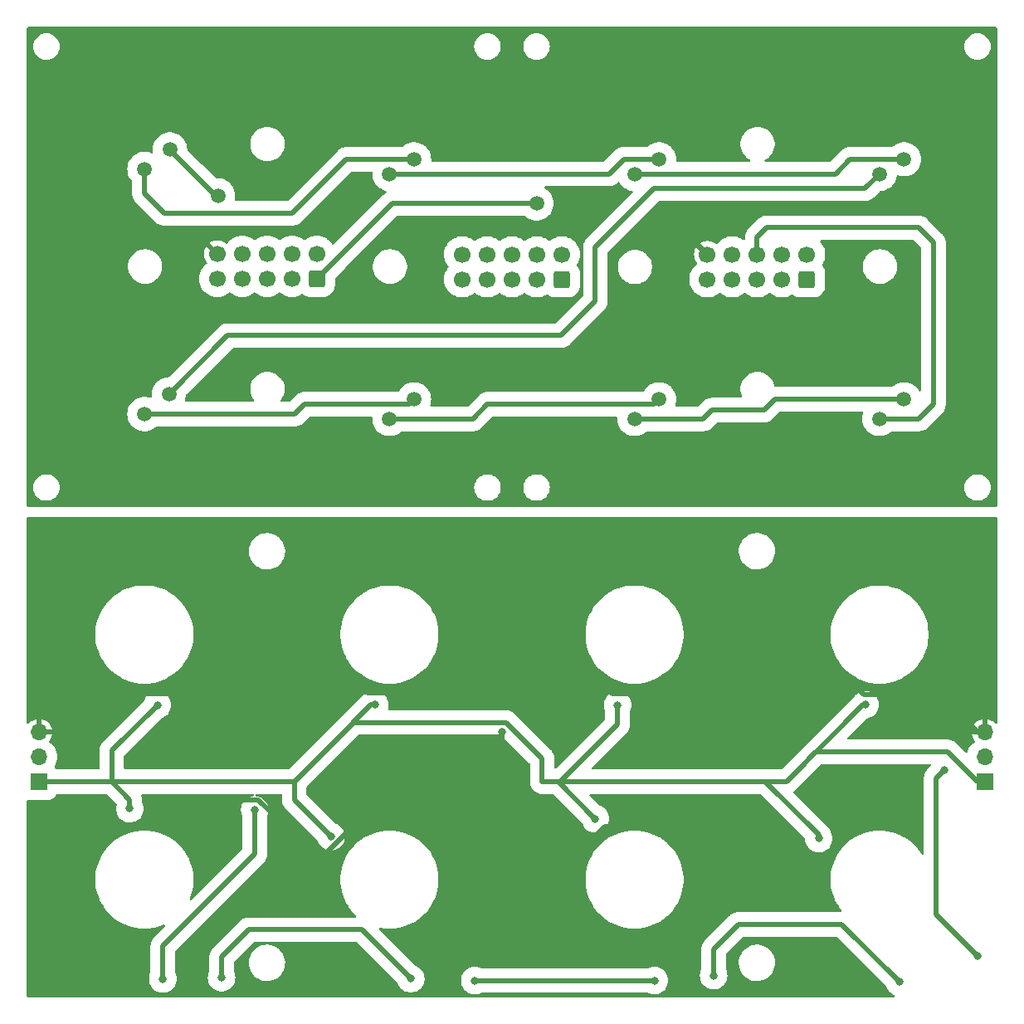
<source format=gbr>
G04 #@! TF.GenerationSoftware,KiCad,Pcbnew,(7.0.0)*
G04 #@! TF.CreationDate,2023-05-19T01:57:06+02:00*
G04 #@! TF.ProjectId,Pad,5061642e-6b69-4636-9164-5f7063625858,rev?*
G04 #@! TF.SameCoordinates,Original*
G04 #@! TF.FileFunction,Copper,L2,Bot*
G04 #@! TF.FilePolarity,Positive*
%FSLAX46Y46*%
G04 Gerber Fmt 4.6, Leading zero omitted, Abs format (unit mm)*
G04 Created by KiCad (PCBNEW (7.0.0)) date 2023-05-19 01:57:06*
%MOMM*%
%LPD*%
G01*
G04 APERTURE LIST*
G04 Aperture macros list*
%AMRoundRect*
0 Rectangle with rounded corners*
0 $1 Rounding radius*
0 $2 $3 $4 $5 $6 $7 $8 $9 X,Y pos of 4 corners*
0 Add a 4 corners polygon primitive as box body*
4,1,4,$2,$3,$4,$5,$6,$7,$8,$9,$2,$3,0*
0 Add four circle primitives for the rounded corners*
1,1,$1+$1,$2,$3*
1,1,$1+$1,$4,$5*
1,1,$1+$1,$6,$7*
1,1,$1+$1,$8,$9*
0 Add four rect primitives between the rounded corners*
20,1,$1+$1,$2,$3,$4,$5,0*
20,1,$1+$1,$4,$5,$6,$7,0*
20,1,$1+$1,$6,$7,$8,$9,0*
20,1,$1+$1,$8,$9,$2,$3,0*%
G04 Aperture macros list end*
G04 #@! TA.AperFunction,ComponentPad*
%ADD10R,1.700000X1.700000*%
G04 #@! TD*
G04 #@! TA.AperFunction,ComponentPad*
%ADD11O,1.700000X1.700000*%
G04 #@! TD*
G04 #@! TA.AperFunction,ComponentPad*
%ADD12RoundRect,0.250000X0.600000X-0.600000X0.600000X0.600000X-0.600000X0.600000X-0.600000X-0.600000X0*%
G04 #@! TD*
G04 #@! TA.AperFunction,ComponentPad*
%ADD13C,1.700000*%
G04 #@! TD*
G04 #@! TA.AperFunction,ViaPad*
%ADD14C,0.800000*%
G04 #@! TD*
G04 #@! TA.AperFunction,ViaPad*
%ADD15C,1.500000*%
G04 #@! TD*
G04 #@! TA.AperFunction,Conductor*
%ADD16C,0.500000*%
G04 #@! TD*
G04 #@! TA.AperFunction,Conductor*
%ADD17C,1.000000*%
G04 #@! TD*
G04 APERTURE END LIST*
D10*
X62749999Y-264539999D03*
D11*
X62749999Y-261999999D03*
X62749999Y-259459999D03*
D10*
X159249999Y-264539999D03*
D11*
X159249999Y-261999999D03*
X159249999Y-259459999D03*
D12*
X91080000Y-213200000D03*
D13*
X91080000Y-210660000D03*
X88540000Y-213200000D03*
X88540000Y-210660000D03*
X86000000Y-213200000D03*
X86000000Y-210660000D03*
X83460000Y-213200000D03*
X83460000Y-210660000D03*
X80920000Y-213200000D03*
X80920000Y-210660000D03*
D12*
X141100000Y-213252500D03*
D13*
X141100000Y-210712500D03*
X138560000Y-213252500D03*
X138560000Y-210712500D03*
X136020000Y-213252500D03*
X136020000Y-210712500D03*
X133480000Y-213252500D03*
X133480000Y-210712500D03*
X130940000Y-213252500D03*
X130940000Y-210712500D03*
D12*
X116080000Y-213252500D03*
D13*
X116080000Y-210712500D03*
X113540000Y-213252500D03*
X113540000Y-210712500D03*
X111000000Y-213252500D03*
X111000000Y-210712500D03*
X108460000Y-213252500D03*
X108460000Y-210712500D03*
X105920000Y-213252500D03*
X105920000Y-210712500D03*
D14*
X109990000Y-259420000D03*
X94830000Y-269020808D03*
X97010000Y-256660000D03*
X147040000Y-256660000D03*
X120170000Y-254420000D03*
X72010000Y-267260000D03*
X145399650Y-254100350D03*
X145450000Y-269890808D03*
X70350000Y-254130808D03*
X122400000Y-269050808D03*
X95260000Y-254380808D03*
X72400000Y-269010808D03*
X84750000Y-267390000D03*
X75370000Y-284640000D03*
X107200000Y-284800000D03*
X158470000Y-282260000D03*
X121769998Y-256700000D03*
X125530000Y-284800000D03*
X74810000Y-256690002D03*
X119510000Y-268300000D03*
X142300000Y-270309998D03*
X100680000Y-284614998D03*
X150530000Y-284960000D03*
X92550000Y-270120000D03*
X131580000Y-284290000D03*
X155130000Y-263290000D03*
X81370000Y-284510000D03*
D15*
X113500000Y-205500000D03*
X101000000Y-201000000D03*
X73500000Y-202000000D03*
X76100000Y-200000000D03*
X81000000Y-204700000D03*
X98500000Y-202500000D03*
X126000000Y-201000000D03*
X151000000Y-201000000D03*
X123500000Y-202500000D03*
X76000000Y-225000000D03*
X148500000Y-202500000D03*
X73500000Y-227000000D03*
X101000000Y-225500000D03*
X126000000Y-225500000D03*
X98500000Y-227500000D03*
X123500000Y-227500000D03*
X151000000Y-225500000D03*
X148500000Y-227500000D03*
X150500000Y-197000000D03*
X125500000Y-197000000D03*
X75500000Y-197000000D03*
X150500000Y-222000000D03*
X125500000Y-222000000D03*
X75500000Y-222000000D03*
X100500000Y-222000000D03*
X100700000Y-197000000D03*
D16*
X154280000Y-278070000D02*
X154280000Y-264140000D01*
X158470000Y-282260000D02*
X154280000Y-278070000D01*
X154280000Y-264140000D02*
X155130000Y-263290000D01*
X150530000Y-284960000D02*
X144640000Y-279070000D01*
X144640000Y-279070000D02*
X134090000Y-279070000D01*
X134090000Y-279070000D02*
X131580000Y-281580000D01*
X131580000Y-281580000D02*
X131580000Y-284290000D01*
X107200000Y-284800000D02*
X125530000Y-284800000D01*
X95675002Y-279610000D02*
X100680000Y-284614998D01*
X84750000Y-271900000D02*
X84750000Y-267390000D01*
X75370000Y-284640000D02*
X75370000Y-281280000D01*
X75370000Y-281280000D02*
X84750000Y-271900000D01*
X81370000Y-282390000D02*
X84150000Y-279610000D01*
X84150000Y-279610000D02*
X95675002Y-279610000D01*
X81370000Y-284510000D02*
X81370000Y-282390000D01*
X121769998Y-258680002D02*
X121769998Y-256700000D01*
X158525000Y-264555000D02*
X155440500Y-261470500D01*
X115710000Y-264500000D02*
X119510000Y-268300000D01*
X114082424Y-264500000D02*
X115950000Y-264500000D01*
X72010000Y-266350000D02*
X72010000Y-267260000D01*
X146830000Y-256660000D02*
X147040000Y-256660000D01*
X114082424Y-264500000D02*
X115710000Y-264500000D01*
X110383296Y-258470500D02*
X94819500Y-258470500D01*
X88790000Y-264500000D02*
X88790000Y-266360000D01*
X142019500Y-261470500D02*
X138990000Y-264500000D01*
X114082424Y-264500000D02*
X114082424Y-262169628D01*
X70160000Y-264500000D02*
X70160000Y-261340002D01*
X88790000Y-266360000D02*
X92550000Y-270120000D01*
X115950000Y-264500000D02*
X121769998Y-258680002D01*
X70160000Y-264500000D02*
X63500000Y-264500000D01*
X114082424Y-262169628D02*
X110383296Y-258470500D01*
X138990000Y-264500000D02*
X146830000Y-256660000D01*
X115710000Y-264500000D02*
X136830000Y-264500000D01*
X88790000Y-264500000D02*
X70160000Y-264500000D01*
X142300000Y-269970000D02*
X142300000Y-270309998D01*
X136830000Y-264500000D02*
X142300000Y-269970000D01*
X70160000Y-261340002D02*
X74810000Y-256690002D01*
X136830000Y-264500000D02*
X138990000Y-264500000D01*
X88790000Y-264500000D02*
X96630000Y-256660000D01*
X70160000Y-264500000D02*
X72010000Y-266350000D01*
X96630000Y-256660000D02*
X97010000Y-256660000D01*
X94819500Y-258470500D02*
X88790000Y-264500000D01*
X155440500Y-261470500D02*
X142019500Y-261470500D01*
X85100000Y-266360000D02*
X76570000Y-266360000D01*
X126360808Y-269050808D02*
X122400000Y-269050808D01*
X117590000Y-271920000D02*
X119200000Y-270310000D01*
X107210808Y-269020808D02*
X107860000Y-269670000D01*
X130170000Y-272860000D02*
X126360808Y-269050808D01*
X94140000Y-255500808D02*
X95260000Y-254380808D01*
X63500000Y-259420000D02*
X65060808Y-259420000D01*
X86930000Y-270280000D02*
X86930000Y-268190000D01*
X121260808Y-255510808D02*
X120170000Y-254420000D01*
X71720000Y-255500808D02*
X94140000Y-255500808D01*
X142480808Y-272860000D02*
X130170000Y-272860000D01*
X73919192Y-269010808D02*
X72400000Y-269010808D01*
X110110000Y-271920000D02*
X117590000Y-271920000D01*
X109990000Y-267540000D02*
X109990000Y-259420000D01*
X107860000Y-269670000D02*
X110110000Y-271920000D01*
X119159192Y-255430808D02*
X120170000Y-254420000D01*
X143989192Y-255510808D02*
X121260808Y-255510808D01*
X94830000Y-269042082D02*
X91622082Y-272250000D01*
X145399650Y-254100350D02*
X146930108Y-255630808D01*
X91622082Y-272250000D02*
X88900000Y-272250000D01*
X120459192Y-269050808D02*
X122400000Y-269050808D01*
X119200000Y-270310000D02*
X120459192Y-269050808D01*
X70350000Y-254130808D02*
X71720000Y-255500808D01*
X107860000Y-269670000D02*
X109990000Y-267540000D01*
X88900000Y-272250000D02*
X86930000Y-270280000D01*
X146930108Y-255630808D02*
X154680808Y-255630808D01*
X86930000Y-268190000D02*
X85100000Y-266360000D01*
X76570000Y-266360000D02*
X73919192Y-269010808D01*
X145450000Y-269890808D02*
X142480808Y-272860000D01*
X95260000Y-254380808D02*
X96310000Y-255430808D01*
X154680808Y-255630808D02*
X158570808Y-259520808D01*
X96310000Y-255430808D02*
X119159192Y-255430808D01*
X145399650Y-254100350D02*
X143989192Y-255510808D01*
X158570808Y-259520808D02*
X159230000Y-259520808D01*
X65060808Y-259420000D02*
X70350000Y-254130808D01*
X94830000Y-269020808D02*
X107210808Y-269020808D01*
X94830000Y-269020808D02*
X94830000Y-269042082D01*
X98780000Y-205500000D02*
X113500000Y-205500000D01*
X91080000Y-213200000D02*
X98780000Y-205500000D01*
X94100000Y-201000000D02*
X101000000Y-201000000D01*
X75500000Y-206500000D02*
X88600000Y-206500000D01*
X73500000Y-204500000D02*
X75500000Y-206500000D01*
X73500000Y-202000000D02*
X73500000Y-204500000D01*
X88600000Y-206500000D02*
X94100000Y-201000000D01*
X78350500Y-202300000D02*
X76100000Y-200050000D01*
X81000000Y-204700000D02*
X80750500Y-204700000D01*
X80750500Y-204700000D02*
X78350500Y-202300000D01*
X76100000Y-200050000D02*
X76100000Y-200000000D01*
X122400000Y-201000000D02*
X126000000Y-201000000D01*
X120900000Y-202500000D02*
X122400000Y-201000000D01*
X98500000Y-202500000D02*
X120900000Y-202500000D01*
X144000000Y-202500000D02*
X123500000Y-202500000D01*
X151000000Y-201000000D02*
X145500000Y-201000000D01*
X145500000Y-201000000D02*
X144000000Y-202500000D01*
X76000000Y-225000000D02*
X82000000Y-219000000D01*
X119500000Y-210000000D02*
X125500000Y-204000000D01*
X119500000Y-215500000D02*
X119500000Y-210000000D01*
X82000000Y-219000000D02*
X116000000Y-219000000D01*
X147000000Y-204000000D02*
X148500000Y-202500000D01*
X125500000Y-204000000D02*
X147000000Y-204000000D01*
X116000000Y-219000000D02*
X119500000Y-215500000D01*
X89827200Y-226000000D02*
X100500000Y-226000000D01*
X73500000Y-227000000D02*
X88827200Y-227000000D01*
X100500000Y-226000000D02*
X101000000Y-225500000D01*
X88827200Y-227000000D02*
X89827200Y-226000000D01*
X125500000Y-226000000D02*
X126000000Y-225500000D01*
X107000000Y-227500000D02*
X108500000Y-226000000D01*
X98500000Y-227500000D02*
X107000000Y-227500000D01*
X108500000Y-226000000D02*
X125500000Y-226000000D01*
X137828000Y-225500000D02*
X151000000Y-225500000D01*
X123500000Y-227500000D02*
X130500000Y-227500000D01*
X131400000Y-226600000D02*
X136728000Y-226600000D01*
X130500000Y-227500000D02*
X131400000Y-226600000D01*
X136728000Y-226600000D02*
X137828000Y-225500000D01*
X154000000Y-226000000D02*
X154000000Y-209500000D01*
D17*
X136020000Y-210712000D02*
X136020000Y-210712500D01*
D16*
X152500000Y-208000000D02*
X137000000Y-208000000D01*
X148500000Y-227500000D02*
X152500000Y-227500000D01*
X137000000Y-208000000D02*
X136020000Y-208980000D01*
X136020000Y-208980000D02*
X136020000Y-210712000D01*
X154000000Y-209500000D02*
X152500000Y-208000000D01*
X152500000Y-227500000D02*
X154000000Y-226000000D01*
G04 #@! TA.AperFunction,Conductor*
G36*
X160437000Y-187516881D02*
G01*
X160483119Y-187563000D01*
X160500000Y-187626000D01*
X160500000Y-236374000D01*
X160483119Y-236437000D01*
X160437000Y-236483119D01*
X160374000Y-236500000D01*
X158592792Y-236500000D01*
X158588114Y-236499832D01*
X158585799Y-236499500D01*
X129014201Y-236499500D01*
X129011885Y-236499832D01*
X129007208Y-236500000D01*
X125811019Y-236500000D01*
X125793086Y-236498717D01*
X125791855Y-236498540D01*
X125791845Y-236498539D01*
X125787399Y-236497900D01*
X96215801Y-236497900D01*
X96211355Y-236498539D01*
X96211344Y-236498540D01*
X96210114Y-236498717D01*
X96192181Y-236500000D01*
X92892792Y-236500000D01*
X92888114Y-236499832D01*
X92885799Y-236499500D01*
X63314201Y-236499500D01*
X63311885Y-236499832D01*
X63307208Y-236500000D01*
X61626000Y-236500000D01*
X61563000Y-236483119D01*
X61516881Y-236437000D01*
X61500000Y-236374000D01*
X61500000Y-234500000D01*
X62144341Y-234500000D01*
X62164937Y-234735408D01*
X62226097Y-234963663D01*
X62325965Y-235177829D01*
X62329117Y-235182330D01*
X62329119Y-235182334D01*
X62458345Y-235366889D01*
X62458349Y-235366893D01*
X62461505Y-235371401D01*
X62628599Y-235538495D01*
X62633107Y-235541651D01*
X62633110Y-235541654D01*
X62817665Y-235670880D01*
X62822171Y-235674035D01*
X63036337Y-235773903D01*
X63264592Y-235835063D01*
X63441034Y-235850500D01*
X63556226Y-235850500D01*
X63558966Y-235850500D01*
X63735408Y-235835063D01*
X63963663Y-235773903D01*
X64177829Y-235674035D01*
X64371401Y-235538495D01*
X64538495Y-235371401D01*
X64674035Y-235177830D01*
X64773903Y-234963663D01*
X64835063Y-234735408D01*
X64855659Y-234500000D01*
X107144341Y-234500000D01*
X107164937Y-234735408D01*
X107226097Y-234963663D01*
X107325965Y-235177829D01*
X107329117Y-235182330D01*
X107329119Y-235182334D01*
X107458345Y-235366889D01*
X107458349Y-235366893D01*
X107461505Y-235371401D01*
X107628599Y-235538495D01*
X107633107Y-235541651D01*
X107633110Y-235541654D01*
X107817665Y-235670880D01*
X107822171Y-235674035D01*
X108036337Y-235773903D01*
X108264592Y-235835063D01*
X108441034Y-235850500D01*
X108556226Y-235850500D01*
X108558966Y-235850500D01*
X108735408Y-235835063D01*
X108963663Y-235773903D01*
X109177829Y-235674035D01*
X109371401Y-235538495D01*
X109538495Y-235371401D01*
X109674035Y-235177830D01*
X109773903Y-234963663D01*
X109835063Y-234735408D01*
X109855659Y-234500000D01*
X112144341Y-234500000D01*
X112164937Y-234735408D01*
X112226097Y-234963663D01*
X112325965Y-235177829D01*
X112329117Y-235182330D01*
X112329119Y-235182334D01*
X112458345Y-235366889D01*
X112458349Y-235366893D01*
X112461505Y-235371401D01*
X112628599Y-235538495D01*
X112633107Y-235541651D01*
X112633110Y-235541654D01*
X112817665Y-235670880D01*
X112822171Y-235674035D01*
X113036337Y-235773903D01*
X113264592Y-235835063D01*
X113441034Y-235850500D01*
X113556226Y-235850500D01*
X113558966Y-235850500D01*
X113735408Y-235835063D01*
X113963663Y-235773903D01*
X114177829Y-235674035D01*
X114371401Y-235538495D01*
X114538495Y-235371401D01*
X114674035Y-235177830D01*
X114773903Y-234963663D01*
X114835063Y-234735408D01*
X114855659Y-234500000D01*
X157144341Y-234500000D01*
X157164937Y-234735408D01*
X157226097Y-234963663D01*
X157325965Y-235177829D01*
X157329117Y-235182330D01*
X157329119Y-235182334D01*
X157458345Y-235366889D01*
X157458349Y-235366893D01*
X157461505Y-235371401D01*
X157628599Y-235538495D01*
X157633107Y-235541651D01*
X157633110Y-235541654D01*
X157817665Y-235670880D01*
X157822171Y-235674035D01*
X158036337Y-235773903D01*
X158264592Y-235835063D01*
X158441034Y-235850500D01*
X158556226Y-235850500D01*
X158558966Y-235850500D01*
X158735408Y-235835063D01*
X158963663Y-235773903D01*
X159177829Y-235674035D01*
X159371401Y-235538495D01*
X159538495Y-235371401D01*
X159674035Y-235177830D01*
X159773903Y-234963663D01*
X159835063Y-234735408D01*
X159855659Y-234500000D01*
X159835063Y-234264592D01*
X159773903Y-234036337D01*
X159674035Y-233822171D01*
X159538495Y-233628599D01*
X159371401Y-233461505D01*
X159366893Y-233458349D01*
X159366889Y-233458345D01*
X159182334Y-233329119D01*
X159182330Y-233329117D01*
X159177829Y-233325965D01*
X158963663Y-233226097D01*
X158958355Y-233224674D01*
X158958353Y-233224674D01*
X158740723Y-233166361D01*
X158740721Y-233166360D01*
X158735408Y-233164937D01*
X158729932Y-233164457D01*
X158729927Y-233164457D01*
X158561689Y-233149738D01*
X158561683Y-233149737D01*
X158558966Y-233149500D01*
X158441034Y-233149500D01*
X158438317Y-233149737D01*
X158438310Y-233149738D01*
X158270072Y-233164457D01*
X158270065Y-233164458D01*
X158264592Y-233164937D01*
X158259280Y-233166360D01*
X158259276Y-233166361D01*
X158041646Y-233224674D01*
X158041641Y-233224675D01*
X158036337Y-233226097D01*
X158031360Y-233228417D01*
X158031354Y-233228420D01*
X157827152Y-233323642D01*
X157827149Y-233323643D01*
X157822171Y-233325965D01*
X157817674Y-233329113D01*
X157817665Y-233329119D01*
X157633110Y-233458345D01*
X157633100Y-233458353D01*
X157628599Y-233461505D01*
X157624709Y-233465394D01*
X157624703Y-233465400D01*
X157465402Y-233624701D01*
X157465396Y-233624707D01*
X157461505Y-233628599D01*
X157458348Y-233633107D01*
X157458346Y-233633110D01*
X157329121Y-233817661D01*
X157329119Y-233817665D01*
X157325965Y-233822170D01*
X157323641Y-233827152D01*
X157323639Y-233827157D01*
X157228420Y-234031354D01*
X157228417Y-234031360D01*
X157226097Y-234036337D01*
X157164937Y-234264592D01*
X157164458Y-234270065D01*
X157164457Y-234270072D01*
X157144820Y-234494525D01*
X157144341Y-234500000D01*
X114855659Y-234500000D01*
X114835063Y-234264592D01*
X114773903Y-234036337D01*
X114674035Y-233822171D01*
X114538495Y-233628599D01*
X114371401Y-233461505D01*
X114366893Y-233458349D01*
X114366889Y-233458345D01*
X114182334Y-233329119D01*
X114182330Y-233329117D01*
X114177829Y-233325965D01*
X113963663Y-233226097D01*
X113958355Y-233224674D01*
X113958353Y-233224674D01*
X113740723Y-233166361D01*
X113740721Y-233166360D01*
X113735408Y-233164937D01*
X113729932Y-233164457D01*
X113729927Y-233164457D01*
X113561689Y-233149738D01*
X113561683Y-233149737D01*
X113558966Y-233149500D01*
X113441034Y-233149500D01*
X113438317Y-233149737D01*
X113438310Y-233149738D01*
X113270072Y-233164457D01*
X113270065Y-233164458D01*
X113264592Y-233164937D01*
X113259280Y-233166360D01*
X113259276Y-233166361D01*
X113041646Y-233224674D01*
X113041641Y-233224675D01*
X113036337Y-233226097D01*
X113031360Y-233228417D01*
X113031354Y-233228420D01*
X112827152Y-233323642D01*
X112827149Y-233323643D01*
X112822171Y-233325965D01*
X112817674Y-233329113D01*
X112817665Y-233329119D01*
X112633110Y-233458345D01*
X112633100Y-233458353D01*
X112628599Y-233461505D01*
X112624709Y-233465394D01*
X112624703Y-233465400D01*
X112465402Y-233624701D01*
X112465396Y-233624707D01*
X112461505Y-233628599D01*
X112458348Y-233633107D01*
X112458346Y-233633110D01*
X112329121Y-233817661D01*
X112329119Y-233817665D01*
X112325965Y-233822170D01*
X112323641Y-233827152D01*
X112323639Y-233827157D01*
X112228420Y-234031354D01*
X112228417Y-234031360D01*
X112226097Y-234036337D01*
X112164937Y-234264592D01*
X112164458Y-234270065D01*
X112164457Y-234270072D01*
X112144820Y-234494525D01*
X112144341Y-234500000D01*
X109855659Y-234500000D01*
X109835063Y-234264592D01*
X109773903Y-234036337D01*
X109674035Y-233822171D01*
X109538495Y-233628599D01*
X109371401Y-233461505D01*
X109366893Y-233458349D01*
X109366889Y-233458345D01*
X109182334Y-233329119D01*
X109182330Y-233329117D01*
X109177829Y-233325965D01*
X108963663Y-233226097D01*
X108958355Y-233224674D01*
X108958353Y-233224674D01*
X108740723Y-233166361D01*
X108740721Y-233166360D01*
X108735408Y-233164937D01*
X108729932Y-233164457D01*
X108729927Y-233164457D01*
X108561689Y-233149738D01*
X108561683Y-233149737D01*
X108558966Y-233149500D01*
X108441034Y-233149500D01*
X108438317Y-233149737D01*
X108438310Y-233149738D01*
X108270072Y-233164457D01*
X108270065Y-233164458D01*
X108264592Y-233164937D01*
X108259280Y-233166360D01*
X108259276Y-233166361D01*
X108041646Y-233224674D01*
X108041641Y-233224675D01*
X108036337Y-233226097D01*
X108031360Y-233228417D01*
X108031354Y-233228420D01*
X107827152Y-233323642D01*
X107827149Y-233323643D01*
X107822171Y-233325965D01*
X107817674Y-233329113D01*
X107817665Y-233329119D01*
X107633110Y-233458345D01*
X107633100Y-233458353D01*
X107628599Y-233461505D01*
X107624709Y-233465394D01*
X107624703Y-233465400D01*
X107465402Y-233624701D01*
X107465396Y-233624707D01*
X107461505Y-233628599D01*
X107458348Y-233633107D01*
X107458346Y-233633110D01*
X107329121Y-233817661D01*
X107329119Y-233817665D01*
X107325965Y-233822170D01*
X107323641Y-233827152D01*
X107323639Y-233827157D01*
X107228420Y-234031354D01*
X107228417Y-234031360D01*
X107226097Y-234036337D01*
X107164937Y-234264592D01*
X107164458Y-234270065D01*
X107164457Y-234270072D01*
X107144820Y-234494525D01*
X107144341Y-234500000D01*
X64855659Y-234500000D01*
X64835063Y-234264592D01*
X64773903Y-234036337D01*
X64674035Y-233822171D01*
X64538495Y-233628599D01*
X64371401Y-233461505D01*
X64366893Y-233458349D01*
X64366889Y-233458345D01*
X64182334Y-233329119D01*
X64182330Y-233329117D01*
X64177829Y-233325965D01*
X63963663Y-233226097D01*
X63958355Y-233224674D01*
X63958353Y-233224674D01*
X63740723Y-233166361D01*
X63740721Y-233166360D01*
X63735408Y-233164937D01*
X63729932Y-233164457D01*
X63729927Y-233164457D01*
X63561689Y-233149738D01*
X63561683Y-233149737D01*
X63558966Y-233149500D01*
X63441034Y-233149500D01*
X63438317Y-233149737D01*
X63438310Y-233149738D01*
X63270072Y-233164457D01*
X63270065Y-233164458D01*
X63264592Y-233164937D01*
X63259280Y-233166360D01*
X63259276Y-233166361D01*
X63041646Y-233224674D01*
X63041641Y-233224675D01*
X63036337Y-233226097D01*
X63031360Y-233228417D01*
X63031354Y-233228420D01*
X62827152Y-233323642D01*
X62827149Y-233323643D01*
X62822171Y-233325965D01*
X62817674Y-233329113D01*
X62817665Y-233329119D01*
X62633110Y-233458345D01*
X62633100Y-233458353D01*
X62628599Y-233461505D01*
X62624709Y-233465394D01*
X62624703Y-233465400D01*
X62465402Y-233624701D01*
X62465396Y-233624707D01*
X62461505Y-233628599D01*
X62458348Y-233633107D01*
X62458346Y-233633110D01*
X62329121Y-233817661D01*
X62329119Y-233817665D01*
X62325965Y-233822170D01*
X62323641Y-233827152D01*
X62323639Y-233827157D01*
X62228420Y-234031354D01*
X62228417Y-234031360D01*
X62226097Y-234036337D01*
X62164937Y-234264592D01*
X62164458Y-234270065D01*
X62164457Y-234270072D01*
X62144820Y-234494525D01*
X62144341Y-234500000D01*
X61500000Y-234500000D01*
X61500000Y-227000000D01*
X71744592Y-227000000D01*
X71744944Y-227004697D01*
X71762807Y-227243075D01*
X71764198Y-227261630D01*
X71765247Y-227266228D01*
X71765248Y-227266231D01*
X71812977Y-227475344D01*
X71822580Y-227517416D01*
X71824303Y-227521807D01*
X71824304Y-227521809D01*
X71840792Y-227563820D01*
X71918432Y-227761643D01*
X71920787Y-227765723D01*
X71920791Y-227765730D01*
X72047258Y-227984777D01*
X72049614Y-227988857D01*
X72124876Y-228083232D01*
X72202789Y-228180933D01*
X72213195Y-228193981D01*
X72229962Y-228209538D01*
X72402065Y-228369227D01*
X72402070Y-228369231D01*
X72405521Y-228372433D01*
X72409415Y-228375088D01*
X72409419Y-228375091D01*
X72523066Y-228452574D01*
X72622296Y-228520228D01*
X72858677Y-228634063D01*
X73109385Y-228711396D01*
X73368818Y-228750500D01*
X73626466Y-228750500D01*
X73631182Y-228750500D01*
X73890615Y-228711396D01*
X74141323Y-228634063D01*
X74377704Y-228520228D01*
X74594479Y-228372433D01*
X74689641Y-228284135D01*
X74729311Y-228259210D01*
X74775344Y-228250500D01*
X88749897Y-228250500D01*
X88764004Y-228251292D01*
X88799027Y-228255238D01*
X88865073Y-228250785D01*
X88873550Y-228250500D01*
X88880536Y-228250500D01*
X88883355Y-228250500D01*
X88886177Y-228250246D01*
X88923917Y-228246849D01*
X88926705Y-228246628D01*
X89023612Y-228240096D01*
X89029104Y-228238711D01*
X89034690Y-228237827D01*
X89034698Y-228237878D01*
X89040192Y-228236944D01*
X89040183Y-228236894D01*
X89045748Y-228235884D01*
X89051388Y-228235377D01*
X89145093Y-228209514D01*
X89147698Y-228208827D01*
X89241883Y-228185096D01*
X89247037Y-228182754D01*
X89252380Y-228180885D01*
X89252396Y-228180933D01*
X89257630Y-228179035D01*
X89257613Y-228178988D01*
X89262912Y-228176998D01*
X89268370Y-228175493D01*
X89356008Y-228133288D01*
X89358306Y-228132214D01*
X89446826Y-228092007D01*
X89451478Y-228088783D01*
X89456404Y-228085989D01*
X89456429Y-228086033D01*
X89461240Y-228083232D01*
X89461214Y-228083188D01*
X89466074Y-228080284D01*
X89471173Y-228077829D01*
X89549774Y-228020721D01*
X89551972Y-228019161D01*
X89631854Y-227963820D01*
X89635859Y-227959814D01*
X89640202Y-227956189D01*
X89640235Y-227956228D01*
X89644468Y-227952612D01*
X89644435Y-227952574D01*
X89648697Y-227948849D01*
X89653278Y-227945522D01*
X89720416Y-227875299D01*
X89722306Y-227873366D01*
X90308269Y-227287404D01*
X90349147Y-227260091D01*
X90397365Y-227250500D01*
X96627493Y-227250500D01*
X96693194Y-227268985D01*
X96739617Y-227319017D01*
X96753141Y-227385916D01*
X96744592Y-227500000D01*
X96744944Y-227504697D01*
X96759155Y-227694343D01*
X96764198Y-227761630D01*
X96765247Y-227766228D01*
X96765248Y-227766231D01*
X96816901Y-227992537D01*
X96822580Y-228017416D01*
X96918432Y-228261643D01*
X96920787Y-228265723D01*
X96920791Y-228265730D01*
X97047258Y-228484777D01*
X97049614Y-228488857D01*
X97124876Y-228583232D01*
X97202789Y-228680933D01*
X97213195Y-228693981D01*
X97229962Y-228709538D01*
X97402065Y-228869227D01*
X97402070Y-228869231D01*
X97405521Y-228872433D01*
X97409415Y-228875088D01*
X97409419Y-228875091D01*
X97588138Y-228996940D01*
X97622296Y-229020228D01*
X97858677Y-229134063D01*
X98109385Y-229211396D01*
X98368818Y-229250500D01*
X98626466Y-229250500D01*
X98631182Y-229250500D01*
X98890615Y-229211396D01*
X99141323Y-229134063D01*
X99377704Y-229020228D01*
X99594479Y-228872433D01*
X99689641Y-228784135D01*
X99729311Y-228759210D01*
X99775344Y-228750500D01*
X106922697Y-228750500D01*
X106936804Y-228751292D01*
X106971827Y-228755238D01*
X107037873Y-228750785D01*
X107046350Y-228750500D01*
X107053336Y-228750500D01*
X107056155Y-228750500D01*
X107058977Y-228750246D01*
X107096717Y-228746849D01*
X107099505Y-228746628D01*
X107196412Y-228740096D01*
X107201904Y-228738711D01*
X107207490Y-228737827D01*
X107207498Y-228737878D01*
X107212992Y-228736944D01*
X107212983Y-228736894D01*
X107218548Y-228735884D01*
X107224188Y-228735377D01*
X107317893Y-228709514D01*
X107320498Y-228708827D01*
X107414683Y-228685096D01*
X107419837Y-228682754D01*
X107425180Y-228680885D01*
X107425196Y-228680933D01*
X107430430Y-228679035D01*
X107430413Y-228678988D01*
X107435712Y-228676998D01*
X107441170Y-228675493D01*
X107528808Y-228633288D01*
X107531106Y-228632214D01*
X107619626Y-228592007D01*
X107624278Y-228588783D01*
X107629204Y-228585989D01*
X107629229Y-228586033D01*
X107634040Y-228583232D01*
X107634014Y-228583188D01*
X107638874Y-228580284D01*
X107643973Y-228577829D01*
X107722574Y-228520721D01*
X107724772Y-228519161D01*
X107804654Y-228463820D01*
X107808659Y-228459814D01*
X107813002Y-228456189D01*
X107813035Y-228456228D01*
X107817268Y-228452612D01*
X107817235Y-228452574D01*
X107821497Y-228448849D01*
X107826078Y-228445522D01*
X107893238Y-228375276D01*
X107895085Y-228373387D01*
X108981071Y-227287402D01*
X109021946Y-227260091D01*
X109070164Y-227250500D01*
X121627493Y-227250500D01*
X121693194Y-227268985D01*
X121739617Y-227319017D01*
X121753141Y-227385916D01*
X121744592Y-227500000D01*
X121744944Y-227504697D01*
X121759155Y-227694343D01*
X121764198Y-227761630D01*
X121765247Y-227766228D01*
X121765248Y-227766231D01*
X121816901Y-227992537D01*
X121822580Y-228017416D01*
X121918432Y-228261643D01*
X121920787Y-228265723D01*
X121920791Y-228265730D01*
X122047258Y-228484777D01*
X122049614Y-228488857D01*
X122124876Y-228583232D01*
X122202789Y-228680933D01*
X122213195Y-228693981D01*
X122229962Y-228709538D01*
X122402065Y-228869227D01*
X122402070Y-228869231D01*
X122405521Y-228872433D01*
X122409415Y-228875088D01*
X122409419Y-228875091D01*
X122588138Y-228996940D01*
X122622296Y-229020228D01*
X122858677Y-229134063D01*
X123109385Y-229211396D01*
X123368818Y-229250500D01*
X123626466Y-229250500D01*
X123631182Y-229250500D01*
X123890615Y-229211396D01*
X124141323Y-229134063D01*
X124377704Y-229020228D01*
X124594479Y-228872433D01*
X124689641Y-228784135D01*
X124729311Y-228759210D01*
X124775344Y-228750500D01*
X130422697Y-228750500D01*
X130436804Y-228751292D01*
X130471827Y-228755238D01*
X130537873Y-228750785D01*
X130546350Y-228750500D01*
X130553336Y-228750500D01*
X130556155Y-228750500D01*
X130558977Y-228750246D01*
X130596717Y-228746849D01*
X130599505Y-228746628D01*
X130696412Y-228740096D01*
X130701904Y-228738711D01*
X130707490Y-228737827D01*
X130707498Y-228737878D01*
X130712992Y-228736944D01*
X130712983Y-228736894D01*
X130718548Y-228735884D01*
X130724188Y-228735377D01*
X130817893Y-228709514D01*
X130820498Y-228708827D01*
X130914683Y-228685096D01*
X130919837Y-228682754D01*
X130925180Y-228680885D01*
X130925196Y-228680933D01*
X130930430Y-228679035D01*
X130930413Y-228678988D01*
X130935712Y-228676998D01*
X130941170Y-228675493D01*
X131028808Y-228633288D01*
X131031106Y-228632214D01*
X131119626Y-228592007D01*
X131124278Y-228588783D01*
X131129204Y-228585989D01*
X131129229Y-228586033D01*
X131134040Y-228583232D01*
X131134014Y-228583188D01*
X131138874Y-228580284D01*
X131143973Y-228577829D01*
X131222574Y-228520721D01*
X131224772Y-228519161D01*
X131304654Y-228463820D01*
X131308659Y-228459814D01*
X131313002Y-228456189D01*
X131313035Y-228456228D01*
X131317268Y-228452612D01*
X131317235Y-228452574D01*
X131321497Y-228448849D01*
X131326078Y-228445522D01*
X131393216Y-228375299D01*
X131395106Y-228373366D01*
X131881069Y-227887404D01*
X131921947Y-227860091D01*
X131970165Y-227850500D01*
X136650697Y-227850500D01*
X136664804Y-227851292D01*
X136699827Y-227855238D01*
X136765873Y-227850785D01*
X136774350Y-227850500D01*
X136781336Y-227850500D01*
X136784155Y-227850500D01*
X136786977Y-227850246D01*
X136824717Y-227846849D01*
X136827505Y-227846628D01*
X136924412Y-227840096D01*
X136929904Y-227838711D01*
X136935490Y-227837827D01*
X136935498Y-227837878D01*
X136940992Y-227836944D01*
X136940983Y-227836894D01*
X136946548Y-227835884D01*
X136952188Y-227835377D01*
X137045893Y-227809514D01*
X137048498Y-227808827D01*
X137142683Y-227785096D01*
X137147837Y-227782754D01*
X137153180Y-227780885D01*
X137153196Y-227780933D01*
X137158430Y-227779035D01*
X137158413Y-227778988D01*
X137163712Y-227776998D01*
X137169170Y-227775493D01*
X137256808Y-227733288D01*
X137259106Y-227732214D01*
X137347626Y-227692007D01*
X137352278Y-227688783D01*
X137357204Y-227685989D01*
X137357229Y-227686033D01*
X137362040Y-227683232D01*
X137362014Y-227683188D01*
X137366874Y-227680284D01*
X137371973Y-227677829D01*
X137450574Y-227620721D01*
X137452772Y-227619161D01*
X137532654Y-227563820D01*
X137536659Y-227559814D01*
X137541002Y-227556189D01*
X137541035Y-227556228D01*
X137545268Y-227552612D01*
X137545235Y-227552574D01*
X137549497Y-227548849D01*
X137554078Y-227545522D01*
X137621216Y-227475299D01*
X137623106Y-227473366D01*
X138309069Y-226787404D01*
X138349947Y-226760091D01*
X138398165Y-226750500D01*
X146728858Y-226750500D01*
X146787734Y-226765101D01*
X146832964Y-226805521D01*
X146854066Y-226862392D01*
X146846148Y-226922532D01*
X146824305Y-226978185D01*
X146824299Y-226978202D01*
X146822580Y-226982584D01*
X146764198Y-227238370D01*
X146763845Y-227243069D01*
X146763845Y-227243075D01*
X146760523Y-227287404D01*
X146744592Y-227500000D01*
X146744944Y-227504697D01*
X146759155Y-227694343D01*
X146764198Y-227761630D01*
X146765247Y-227766228D01*
X146765248Y-227766231D01*
X146816901Y-227992537D01*
X146822580Y-228017416D01*
X146918432Y-228261643D01*
X146920787Y-228265723D01*
X146920791Y-228265730D01*
X147047258Y-228484777D01*
X147049614Y-228488857D01*
X147124876Y-228583232D01*
X147202789Y-228680933D01*
X147213195Y-228693981D01*
X147229962Y-228709538D01*
X147402065Y-228869227D01*
X147402070Y-228869231D01*
X147405521Y-228872433D01*
X147409415Y-228875088D01*
X147409419Y-228875091D01*
X147588138Y-228996940D01*
X147622296Y-229020228D01*
X147858677Y-229134063D01*
X148109385Y-229211396D01*
X148368818Y-229250500D01*
X148626466Y-229250500D01*
X148631182Y-229250500D01*
X148890615Y-229211396D01*
X149141323Y-229134063D01*
X149377704Y-229020228D01*
X149594479Y-228872433D01*
X149689641Y-228784135D01*
X149729311Y-228759210D01*
X149775344Y-228750500D01*
X152422697Y-228750500D01*
X152436804Y-228751292D01*
X152471827Y-228755238D01*
X152537873Y-228750785D01*
X152546350Y-228750500D01*
X152553336Y-228750500D01*
X152556155Y-228750500D01*
X152558977Y-228750246D01*
X152596717Y-228746849D01*
X152599505Y-228746628D01*
X152696412Y-228740096D01*
X152701904Y-228738711D01*
X152707490Y-228737827D01*
X152707498Y-228737878D01*
X152712992Y-228736944D01*
X152712983Y-228736894D01*
X152718548Y-228735884D01*
X152724188Y-228735377D01*
X152817893Y-228709514D01*
X152820498Y-228708827D01*
X152914683Y-228685096D01*
X152919837Y-228682754D01*
X152925180Y-228680885D01*
X152925196Y-228680933D01*
X152930430Y-228679035D01*
X152930413Y-228678988D01*
X152935712Y-228676998D01*
X152941170Y-228675493D01*
X153028808Y-228633288D01*
X153031106Y-228632214D01*
X153119626Y-228592007D01*
X153124278Y-228588783D01*
X153129204Y-228585989D01*
X153129229Y-228586033D01*
X153134040Y-228583232D01*
X153134014Y-228583188D01*
X153138874Y-228580284D01*
X153143973Y-228577829D01*
X153222574Y-228520721D01*
X153224772Y-228519161D01*
X153304654Y-228463820D01*
X153308659Y-228459814D01*
X153313002Y-228456189D01*
X153313035Y-228456228D01*
X153317268Y-228452612D01*
X153317235Y-228452574D01*
X153321497Y-228448849D01*
X153326078Y-228445522D01*
X153393237Y-228375277D01*
X153395128Y-228373344D01*
X154829584Y-226938888D01*
X154840100Y-226929490D01*
X154867666Y-226907508D01*
X154880005Y-226893383D01*
X154911216Y-226857661D01*
X154917015Y-226851458D01*
X154923944Y-226844530D01*
X154950106Y-226813191D01*
X154951787Y-226811222D01*
X155015765Y-226737996D01*
X155018673Y-226733127D01*
X155021995Y-226728556D01*
X155022037Y-226728586D01*
X155025260Y-226724044D01*
X155025217Y-226724015D01*
X155028435Y-226719370D01*
X155032068Y-226715019D01*
X155080009Y-226630526D01*
X155081367Y-226628194D01*
X155131215Y-226544764D01*
X155133205Y-226539458D01*
X155135662Y-226534359D01*
X155135708Y-226534381D01*
X155138064Y-226529346D01*
X155138017Y-226529325D01*
X155140360Y-226524165D01*
X155143153Y-226519245D01*
X155175256Y-226427498D01*
X155176161Y-226425001D01*
X155210307Y-226334024D01*
X155211317Y-226328455D01*
X155212824Y-226322997D01*
X155212872Y-226323010D01*
X155214294Y-226317624D01*
X155214245Y-226317612D01*
X155215625Y-226312132D01*
X155217498Y-226306783D01*
X155232696Y-226210817D01*
X155233150Y-226208149D01*
X155250500Y-226112547D01*
X155250500Y-226106884D01*
X155251007Y-226101252D01*
X155251056Y-226101256D01*
X155251493Y-226095700D01*
X155251444Y-226095697D01*
X155251823Y-226090054D01*
X155252710Y-226084460D01*
X155250531Y-225987423D01*
X155250500Y-225984597D01*
X155250500Y-209577293D01*
X155251292Y-209563186D01*
X155254604Y-209533789D01*
X155255237Y-209528172D01*
X155250785Y-209462136D01*
X155250500Y-209453661D01*
X155250500Y-209446666D01*
X155250500Y-209443845D01*
X155246848Y-209403270D01*
X155246626Y-209400450D01*
X155242428Y-209338185D01*
X155240096Y-209303587D01*
X155238714Y-209298106D01*
X155237828Y-209292508D01*
X155237878Y-209292500D01*
X155236945Y-209287008D01*
X155236894Y-209287018D01*
X155235884Y-209281455D01*
X155235377Y-209275812D01*
X155209534Y-209182174D01*
X155208825Y-209179488D01*
X155202773Y-209155471D01*
X155185096Y-209085316D01*
X155182756Y-209080165D01*
X155180887Y-209074824D01*
X155180934Y-209074807D01*
X155179036Y-209069570D01*
X155178989Y-209069588D01*
X155176996Y-209064279D01*
X155175493Y-209058830D01*
X155133323Y-208971263D01*
X155132200Y-208968863D01*
X155092007Y-208880374D01*
X155088785Y-208875724D01*
X155085990Y-208870797D01*
X155086033Y-208870772D01*
X155083228Y-208865955D01*
X155083185Y-208865982D01*
X155080286Y-208861130D01*
X155077829Y-208856027D01*
X155020717Y-208777420D01*
X155019125Y-208775175D01*
X154963820Y-208695345D01*
X154959813Y-208691338D01*
X154956194Y-208687003D01*
X154956232Y-208686970D01*
X154952609Y-208682728D01*
X154952572Y-208682762D01*
X154948845Y-208678496D01*
X154945522Y-208673922D01*
X154941435Y-208670015D01*
X154941433Y-208670012D01*
X154875344Y-208606825D01*
X154873323Y-208604848D01*
X153438899Y-207170425D01*
X153429483Y-207159889D01*
X153411037Y-207136759D01*
X153411035Y-207136757D01*
X153407508Y-207132334D01*
X153357650Y-207088774D01*
X153351456Y-207082982D01*
X153346541Y-207078067D01*
X153344529Y-207076055D01*
X153313294Y-207049978D01*
X153311146Y-207048143D01*
X153242263Y-206987962D01*
X153242256Y-206987957D01*
X153237996Y-206984235D01*
X153233135Y-206981331D01*
X153228563Y-206978009D01*
X153228592Y-206977967D01*
X153224045Y-206974741D01*
X153224017Y-206974783D01*
X153219363Y-206971559D01*
X153215019Y-206967932D01*
X153210094Y-206965137D01*
X153210092Y-206965136D01*
X153140231Y-206925496D01*
X153130580Y-206920019D01*
X153128148Y-206918604D01*
X153125083Y-206916773D01*
X153055319Y-206875091D01*
X153049617Y-206871684D01*
X153049612Y-206871681D01*
X153044764Y-206868785D01*
X153039473Y-206866799D01*
X153034368Y-206864341D01*
X153034389Y-206864296D01*
X153029340Y-206861934D01*
X153029320Y-206861980D01*
X153024162Y-206859637D01*
X153019245Y-206856847D01*
X152927598Y-206824777D01*
X152924942Y-206823815D01*
X152912288Y-206819066D01*
X152834024Y-206789693D01*
X152828450Y-206788681D01*
X152823007Y-206787179D01*
X152823020Y-206787131D01*
X152817619Y-206785705D01*
X152817608Y-206785753D01*
X152812126Y-206784371D01*
X152806783Y-206782502D01*
X152801193Y-206781616D01*
X152801183Y-206781614D01*
X152710846Y-206767305D01*
X152708061Y-206766832D01*
X152618121Y-206750511D01*
X152618115Y-206750510D01*
X152612547Y-206749500D01*
X152606886Y-206749500D01*
X152601252Y-206748993D01*
X152601256Y-206748943D01*
X152595700Y-206748506D01*
X152595697Y-206748556D01*
X152590050Y-206748175D01*
X152584460Y-206747290D01*
X152578798Y-206747417D01*
X152487404Y-206749468D01*
X152484577Y-206749500D01*
X137077293Y-206749500D01*
X137063186Y-206748708D01*
X137033789Y-206745395D01*
X137033779Y-206745394D01*
X137028172Y-206744763D01*
X137022534Y-206745143D01*
X136962136Y-206749215D01*
X136953661Y-206749500D01*
X136943845Y-206749500D01*
X136941039Y-206749752D01*
X136941027Y-206749753D01*
X136903281Y-206753149D01*
X136900468Y-206753370D01*
X136809238Y-206759521D01*
X136809216Y-206759524D01*
X136803587Y-206759904D01*
X136798108Y-206761284D01*
X136792512Y-206762171D01*
X136792504Y-206762123D01*
X136787010Y-206763056D01*
X136787019Y-206763104D01*
X136781442Y-206764116D01*
X136775812Y-206764623D01*
X136766094Y-206767305D01*
X136682242Y-206790446D01*
X136679512Y-206791166D01*
X136590809Y-206813518D01*
X136590790Y-206813524D01*
X136585316Y-206814904D01*
X136580168Y-206817241D01*
X136574825Y-206819112D01*
X136574809Y-206819066D01*
X136569559Y-206820969D01*
X136569577Y-206821015D01*
X136564280Y-206823002D01*
X136558830Y-206824507D01*
X136553741Y-206826957D01*
X136553732Y-206826961D01*
X136471336Y-206866639D01*
X136468780Y-206867835D01*
X136385523Y-206905653D01*
X136385512Y-206905658D01*
X136380374Y-206907993D01*
X136375729Y-206911210D01*
X136370803Y-206914006D01*
X136370779Y-206913964D01*
X136365955Y-206916773D01*
X136365980Y-206916815D01*
X136361122Y-206919716D01*
X136356027Y-206922171D01*
X136351457Y-206925491D01*
X136351449Y-206925496D01*
X136277471Y-206979243D01*
X136275169Y-206980876D01*
X136199993Y-207032959D01*
X136199982Y-207032967D01*
X136195346Y-207036180D01*
X136191351Y-207040174D01*
X136187004Y-207043804D01*
X136186973Y-207043767D01*
X136182725Y-207047396D01*
X136182757Y-207047432D01*
X136178497Y-207051153D01*
X136173922Y-207054478D01*
X136170015Y-207058563D01*
X136170013Y-207058566D01*
X136106803Y-207124677D01*
X136104827Y-207126697D01*
X135190422Y-208041102D01*
X135179890Y-208050515D01*
X135156757Y-208068963D01*
X135156746Y-208068972D01*
X135152334Y-208072492D01*
X135148617Y-208076745D01*
X135148612Y-208076751D01*
X135108778Y-208122343D01*
X135103001Y-208128523D01*
X135098051Y-208133473D01*
X135098031Y-208133493D01*
X135096055Y-208135471D01*
X135094263Y-208137617D01*
X135094246Y-208137636D01*
X135069944Y-208166745D01*
X135068111Y-208168892D01*
X135007951Y-208237750D01*
X135007948Y-208237753D01*
X135004235Y-208242004D01*
X135001337Y-208246853D01*
X134998006Y-208251439D01*
X134997967Y-208251411D01*
X134994739Y-208255960D01*
X134994779Y-208255988D01*
X134991555Y-208260639D01*
X134987932Y-208264981D01*
X134985144Y-208269893D01*
X134985140Y-208269900D01*
X134940003Y-208349447D01*
X134938582Y-208351887D01*
X134891686Y-208430379D01*
X134891682Y-208430386D01*
X134888785Y-208435236D01*
X134886798Y-208440528D01*
X134884340Y-208445634D01*
X134884296Y-208445612D01*
X134881933Y-208450663D01*
X134881979Y-208450684D01*
X134879641Y-208455829D01*
X134876847Y-208460755D01*
X134874978Y-208466094D01*
X134874977Y-208466098D01*
X134844778Y-208552400D01*
X134843815Y-208555055D01*
X134811680Y-208640679D01*
X134811677Y-208640688D01*
X134809693Y-208645976D01*
X134808683Y-208651537D01*
X134807178Y-208656993D01*
X134807131Y-208656980D01*
X134805705Y-208662381D01*
X134805752Y-208662393D01*
X134804369Y-208667878D01*
X134802502Y-208673217D01*
X134801617Y-208678800D01*
X134801615Y-208678811D01*
X134787304Y-208769159D01*
X134786831Y-208771942D01*
X134770511Y-208861876D01*
X134770509Y-208861887D01*
X134769500Y-208867453D01*
X134769500Y-208873113D01*
X134768993Y-208878748D01*
X134768943Y-208878743D01*
X134768506Y-208884299D01*
X134768556Y-208884303D01*
X134768175Y-208889949D01*
X134767290Y-208895540D01*
X134767417Y-208901200D01*
X134767417Y-208901201D01*
X134769468Y-208992596D01*
X134769500Y-208995423D01*
X134769500Y-209114531D01*
X134750697Y-209180749D01*
X134699900Y-209227203D01*
X134632270Y-209240030D01*
X134567991Y-209215399D01*
X134486617Y-209154483D01*
X134486613Y-209154480D01*
X134483011Y-209151784D01*
X134382226Y-209096751D01*
X134254642Y-209027084D01*
X134254636Y-209027081D01*
X134250689Y-209024926D01*
X134246480Y-209023356D01*
X134246471Y-209023352D01*
X134006896Y-208933996D01*
X134006893Y-208933995D01*
X134002678Y-208932423D01*
X133998283Y-208931467D01*
X133998280Y-208931466D01*
X133748419Y-208877112D01*
X133748410Y-208877110D01*
X133744026Y-208876157D01*
X133480000Y-208857273D01*
X133475512Y-208857594D01*
X133220461Y-208875836D01*
X133220459Y-208875836D01*
X133215974Y-208876157D01*
X133211591Y-208877110D01*
X133211580Y-208877112D01*
X132961719Y-208931466D01*
X132961712Y-208931467D01*
X132957322Y-208932423D01*
X132953110Y-208933993D01*
X132953103Y-208933996D01*
X132713528Y-209023352D01*
X132713514Y-209023358D01*
X132709311Y-209024926D01*
X132705368Y-209027078D01*
X132705357Y-209027084D01*
X132480942Y-209149625D01*
X132480936Y-209149628D01*
X132476989Y-209151784D01*
X132473392Y-209154475D01*
X132473382Y-209154483D01*
X132268688Y-209307715D01*
X132268680Y-209307721D01*
X132265085Y-209310413D01*
X132261906Y-209313591D01*
X132261899Y-209313598D01*
X132081098Y-209494399D01*
X132081091Y-209494406D01*
X132077913Y-209497585D01*
X132075221Y-209501180D01*
X132075215Y-209501188D01*
X131975243Y-209634735D01*
X131923248Y-209675361D01*
X131857850Y-209684138D01*
X131796984Y-209658658D01*
X131689411Y-209574931D01*
X131680718Y-209569252D01*
X131491957Y-209467099D01*
X131482440Y-209462924D01*
X131279442Y-209393235D01*
X131269372Y-209390685D01*
X131057664Y-209355357D01*
X131047316Y-209354500D01*
X130832684Y-209354500D01*
X130822335Y-209355357D01*
X130610627Y-209390685D01*
X130600557Y-209393235D01*
X130397559Y-209462924D01*
X130388042Y-209467099D01*
X130199277Y-209569254D01*
X130190591Y-209574928D01*
X130188445Y-209576598D01*
X130180210Y-209587965D01*
X130186979Y-209600269D01*
X131210115Y-210623405D01*
X131242727Y-210679889D01*
X131242727Y-210745111D01*
X131210115Y-210801595D01*
X131029095Y-210982615D01*
X130972611Y-211015227D01*
X130907389Y-211015227D01*
X130850905Y-210982615D01*
X129826860Y-209958570D01*
X129817328Y-209952551D01*
X129809234Y-209960399D01*
X129744431Y-210059586D01*
X129739488Y-210068721D01*
X129653270Y-210265276D01*
X129649900Y-210275092D01*
X129597209Y-210483164D01*
X129595500Y-210493407D01*
X129577776Y-210707311D01*
X129577776Y-210717689D01*
X129595500Y-210931592D01*
X129597209Y-210941835D01*
X129649900Y-211149907D01*
X129653270Y-211159723D01*
X129739488Y-211356278D01*
X129744431Y-211365413D01*
X129861822Y-211545093D01*
X129868205Y-211553292D01*
X129877276Y-211563146D01*
X129908388Y-211625103D01*
X129902014Y-211694139D01*
X129860085Y-211749353D01*
X129728688Y-211847715D01*
X129728680Y-211847721D01*
X129725085Y-211850413D01*
X129721906Y-211853591D01*
X129721899Y-211853598D01*
X129541098Y-212034399D01*
X129541091Y-212034406D01*
X129537913Y-212037585D01*
X129535221Y-212041180D01*
X129535215Y-212041188D01*
X129381983Y-212245882D01*
X129381975Y-212245892D01*
X129379284Y-212249489D01*
X129377128Y-212253436D01*
X129377125Y-212253442D01*
X129254584Y-212477857D01*
X129254578Y-212477868D01*
X129252426Y-212481811D01*
X129250858Y-212486014D01*
X129250852Y-212486028D01*
X129161496Y-212725603D01*
X129161493Y-212725610D01*
X129159923Y-212729822D01*
X129158967Y-212734212D01*
X129158966Y-212734219D01*
X129104612Y-212984080D01*
X129104610Y-212984091D01*
X129103657Y-212988474D01*
X129084773Y-213252500D01*
X129103657Y-213516526D01*
X129104610Y-213520910D01*
X129104612Y-213520919D01*
X129158966Y-213770780D01*
X129159923Y-213775178D01*
X129161495Y-213779393D01*
X129161496Y-213779396D01*
X129250852Y-214018971D01*
X129250856Y-214018980D01*
X129252426Y-214023189D01*
X129254581Y-214027136D01*
X129254584Y-214027142D01*
X129269279Y-214054053D01*
X129379284Y-214255511D01*
X129381980Y-214259113D01*
X129381983Y-214259117D01*
X129535215Y-214463811D01*
X129537913Y-214467415D01*
X129725085Y-214654587D01*
X129936989Y-214813216D01*
X130169311Y-214940074D01*
X130417322Y-215032577D01*
X130675974Y-215088843D01*
X130940000Y-215107727D01*
X131204026Y-215088843D01*
X131462678Y-215032577D01*
X131710689Y-214940074D01*
X131943011Y-214813216D01*
X132134491Y-214669875D01*
X132183217Y-214647623D01*
X132236783Y-214647623D01*
X132285508Y-214669875D01*
X132476989Y-214813216D01*
X132709311Y-214940074D01*
X132957322Y-215032577D01*
X133215974Y-215088843D01*
X133480000Y-215107727D01*
X133744026Y-215088843D01*
X134002678Y-215032577D01*
X134250689Y-214940074D01*
X134483011Y-214813216D01*
X134674491Y-214669875D01*
X134723217Y-214647623D01*
X134776783Y-214647623D01*
X134825508Y-214669875D01*
X135016989Y-214813216D01*
X135249311Y-214940074D01*
X135497322Y-215032577D01*
X135755974Y-215088843D01*
X136020000Y-215107727D01*
X136284026Y-215088843D01*
X136542678Y-215032577D01*
X136790689Y-214940074D01*
X137023011Y-214813216D01*
X137214491Y-214669875D01*
X137263217Y-214647623D01*
X137316783Y-214647623D01*
X137365508Y-214669875D01*
X137556989Y-214813216D01*
X137789311Y-214940074D01*
X138037322Y-215032577D01*
X138295974Y-215088843D01*
X138560000Y-215107727D01*
X138824026Y-215088843D01*
X139082678Y-215032577D01*
X139330689Y-214940074D01*
X139563011Y-214813216D01*
X139563367Y-214813868D01*
X139603999Y-214797867D01*
X139653120Y-214798715D01*
X139698178Y-214818281D01*
X139880374Y-214944507D01*
X140085317Y-215037596D01*
X140303588Y-215092596D01*
X140435783Y-215103000D01*
X141764216Y-215102999D01*
X141896412Y-215092596D01*
X142114683Y-215037596D01*
X142319626Y-214944507D01*
X142504654Y-214816319D01*
X142663819Y-214657154D01*
X142792007Y-214472126D01*
X142885096Y-214267183D01*
X142940096Y-214048912D01*
X142950500Y-213916717D01*
X142950499Y-212588284D01*
X142940096Y-212456088D01*
X142885096Y-212237817D01*
X142813949Y-212081182D01*
X146799500Y-212081182D01*
X146800201Y-212085836D01*
X146800202Y-212085842D01*
X146837901Y-212335955D01*
X146837902Y-212335962D01*
X146838604Y-212340615D01*
X146839994Y-212345121D01*
X146914546Y-212586816D01*
X146914549Y-212586825D01*
X146915937Y-212591323D01*
X147029772Y-212827704D01*
X147032426Y-212831597D01*
X147032428Y-212831600D01*
X147174908Y-213040580D01*
X147174912Y-213040586D01*
X147177567Y-213044479D01*
X147180767Y-213047928D01*
X147180772Y-213047934D01*
X147294184Y-213170163D01*
X147356019Y-213236805D01*
X147561143Y-213400386D01*
X147565222Y-213402741D01*
X147678979Y-213468419D01*
X147788357Y-213531568D01*
X148032584Y-213627420D01*
X148288370Y-213685802D01*
X148484506Y-213700500D01*
X148613141Y-213700500D01*
X148615494Y-213700500D01*
X148811630Y-213685802D01*
X149067416Y-213627420D01*
X149311643Y-213531568D01*
X149538857Y-213400386D01*
X149743981Y-213236805D01*
X149922433Y-213044479D01*
X150070228Y-212827704D01*
X150184063Y-212591323D01*
X150261396Y-212340615D01*
X150300500Y-212081182D01*
X150300500Y-211818818D01*
X150261396Y-211559385D01*
X150184063Y-211308677D01*
X150070228Y-211072296D01*
X150031319Y-211015227D01*
X149925091Y-210859419D01*
X149925088Y-210859415D01*
X149922433Y-210855521D01*
X149919231Y-210852070D01*
X149919227Y-210852065D01*
X149747181Y-210666644D01*
X149743981Y-210663195D01*
X149731065Y-210652895D01*
X149566860Y-210521946D01*
X149538857Y-210499614D01*
X149534780Y-210497260D01*
X149534777Y-210497258D01*
X149315730Y-210370791D01*
X149315723Y-210370787D01*
X149311643Y-210368432D01*
X149189529Y-210320506D01*
X149071809Y-210274304D01*
X149071807Y-210274303D01*
X149067416Y-210272580D01*
X149062816Y-210271530D01*
X148816231Y-210215248D01*
X148816228Y-210215247D01*
X148811630Y-210214198D01*
X148806928Y-210213845D01*
X148806924Y-210213845D01*
X148617836Y-210199675D01*
X148617822Y-210199674D01*
X148615494Y-210199500D01*
X148484506Y-210199500D01*
X148482178Y-210199674D01*
X148482163Y-210199675D01*
X148293075Y-210213845D01*
X148293069Y-210213845D01*
X148288370Y-210214198D01*
X148283772Y-210215247D01*
X148283768Y-210215248D01*
X148037183Y-210271530D01*
X148037179Y-210271531D01*
X148032584Y-210272580D01*
X148028196Y-210274302D01*
X148028190Y-210274304D01*
X147792749Y-210366708D01*
X147792745Y-210366709D01*
X147788357Y-210368432D01*
X147784281Y-210370784D01*
X147784269Y-210370791D01*
X147565222Y-210497258D01*
X147565212Y-210497264D01*
X147561143Y-210499614D01*
X147557466Y-210502546D01*
X147557462Y-210502549D01*
X147359698Y-210660260D01*
X147359689Y-210660267D01*
X147356019Y-210663195D01*
X147352823Y-210666638D01*
X147352818Y-210666644D01*
X147180772Y-210852065D01*
X147180761Y-210852077D01*
X147177567Y-210855521D01*
X147174917Y-210859407D01*
X147174908Y-210859419D01*
X147032428Y-211068399D01*
X147032422Y-211068407D01*
X147029772Y-211072296D01*
X147027727Y-211076541D01*
X147027726Y-211076544D01*
X146917983Y-211304427D01*
X146917979Y-211304434D01*
X146915937Y-211308677D01*
X146914551Y-211313170D01*
X146914546Y-211313183D01*
X146853638Y-211510646D01*
X146838604Y-211559385D01*
X146837903Y-211564034D01*
X146837901Y-211564044D01*
X146800202Y-211814157D01*
X146800201Y-211814164D01*
X146799500Y-211818818D01*
X146799500Y-212081182D01*
X142813949Y-212081182D01*
X142792007Y-212032874D01*
X142665781Y-211850678D01*
X142646215Y-211805620D01*
X142645367Y-211756499D01*
X142661368Y-211715867D01*
X142660716Y-211715511D01*
X142742942Y-211564926D01*
X142787574Y-211483189D01*
X142880077Y-211235178D01*
X142936343Y-210976526D01*
X142955227Y-210712500D01*
X142936343Y-210448474D01*
X142880077Y-210189822D01*
X142787574Y-209941811D01*
X142660716Y-209709489D01*
X142622664Y-209658658D01*
X142565455Y-209582235D01*
X142502087Y-209497585D01*
X142470096Y-209465594D01*
X142439359Y-209415436D01*
X142434743Y-209356789D01*
X142457256Y-209302439D01*
X142501989Y-209264233D01*
X142559192Y-209250500D01*
X151929836Y-209250500D01*
X151978054Y-209260091D01*
X152018931Y-209287405D01*
X152712595Y-209981069D01*
X152739909Y-210021946D01*
X152749500Y-210070164D01*
X152749500Y-224558986D01*
X152732619Y-224621986D01*
X152686500Y-224668105D01*
X152623500Y-224684986D01*
X152560500Y-224668105D01*
X152514381Y-224621986D01*
X152452741Y-224515222D01*
X152450386Y-224511143D01*
X152286805Y-224306019D01*
X152225037Y-224248707D01*
X152097934Y-224130772D01*
X152097928Y-224130767D01*
X152094479Y-224127567D01*
X152090586Y-224124912D01*
X152090580Y-224124908D01*
X151881600Y-223982428D01*
X151881597Y-223982426D01*
X151877704Y-223979772D01*
X151641323Y-223865937D01*
X151636825Y-223864549D01*
X151636816Y-223864546D01*
X151395121Y-223789994D01*
X151395122Y-223789994D01*
X151390615Y-223788604D01*
X151385962Y-223787902D01*
X151385955Y-223787901D01*
X151135842Y-223750202D01*
X151135836Y-223750201D01*
X151131182Y-223749500D01*
X150868818Y-223749500D01*
X150864164Y-223750201D01*
X150864157Y-223750202D01*
X150614044Y-223787901D01*
X150614034Y-223787903D01*
X150609385Y-223788604D01*
X150604880Y-223789993D01*
X150604878Y-223789994D01*
X150363183Y-223864546D01*
X150363170Y-223864551D01*
X150358677Y-223865937D01*
X150354434Y-223867979D01*
X150354427Y-223867983D01*
X150126544Y-223977726D01*
X150126541Y-223977727D01*
X150122296Y-223979772D01*
X150118407Y-223982422D01*
X150118399Y-223982428D01*
X149909419Y-224124908D01*
X149909407Y-224124917D01*
X149905521Y-224127567D01*
X149902077Y-224130761D01*
X149902065Y-224130772D01*
X149810358Y-224215865D01*
X149770689Y-224240790D01*
X149724656Y-224249500D01*
X137905303Y-224249500D01*
X137891191Y-224248707D01*
X137884253Y-224247925D01*
X137832661Y-224230231D01*
X137793381Y-224192391D01*
X137773773Y-224141499D01*
X137761396Y-224059385D01*
X137684063Y-223808677D01*
X137570228Y-223572296D01*
X137505751Y-223477726D01*
X137425091Y-223359419D01*
X137425088Y-223359415D01*
X137422433Y-223355521D01*
X137419231Y-223352070D01*
X137419227Y-223352065D01*
X137247181Y-223166644D01*
X137243981Y-223163195D01*
X137038857Y-222999614D01*
X137034780Y-222997260D01*
X137034777Y-222997258D01*
X136815730Y-222870791D01*
X136815723Y-222870787D01*
X136811643Y-222868432D01*
X136567416Y-222772580D01*
X136562816Y-222771530D01*
X136316231Y-222715248D01*
X136316228Y-222715247D01*
X136311630Y-222714198D01*
X136306928Y-222713845D01*
X136306924Y-222713845D01*
X136117836Y-222699675D01*
X136117822Y-222699674D01*
X136115494Y-222699500D01*
X135984506Y-222699500D01*
X135982178Y-222699674D01*
X135982163Y-222699675D01*
X135793075Y-222713845D01*
X135793069Y-222713845D01*
X135788370Y-222714198D01*
X135783772Y-222715247D01*
X135783768Y-222715248D01*
X135537183Y-222771530D01*
X135537179Y-222771531D01*
X135532584Y-222772580D01*
X135528196Y-222774302D01*
X135528190Y-222774304D01*
X135292749Y-222866708D01*
X135292745Y-222866709D01*
X135288357Y-222868432D01*
X135284281Y-222870784D01*
X135284269Y-222870791D01*
X135065222Y-222997258D01*
X135065212Y-222997264D01*
X135061143Y-222999614D01*
X135057466Y-223002546D01*
X135057462Y-223002549D01*
X134859698Y-223160260D01*
X134859689Y-223160267D01*
X134856019Y-223163195D01*
X134852823Y-223166638D01*
X134852818Y-223166644D01*
X134680772Y-223352065D01*
X134680761Y-223352077D01*
X134677567Y-223355521D01*
X134674917Y-223359407D01*
X134674908Y-223359419D01*
X134532428Y-223568399D01*
X134532422Y-223568407D01*
X134529772Y-223572296D01*
X134527727Y-223576541D01*
X134527726Y-223576544D01*
X134417983Y-223804427D01*
X134417979Y-223804434D01*
X134415937Y-223808677D01*
X134414551Y-223813170D01*
X134414546Y-223813183D01*
X134352226Y-224015222D01*
X134338604Y-224059385D01*
X134337903Y-224064034D01*
X134337901Y-224064044D01*
X134300202Y-224314157D01*
X134300201Y-224314164D01*
X134299500Y-224318818D01*
X134299500Y-224581182D01*
X134300201Y-224585836D01*
X134300202Y-224585842D01*
X134337901Y-224835955D01*
X134337902Y-224835962D01*
X134338604Y-224840615D01*
X134339994Y-224845121D01*
X134414546Y-225086816D01*
X134414549Y-225086825D01*
X134415937Y-225091323D01*
X134417982Y-225095569D01*
X134417983Y-225095572D01*
X134453263Y-225168831D01*
X134465543Y-225230565D01*
X134446428Y-225290536D01*
X134400690Y-225333778D01*
X134339741Y-225349500D01*
X131477293Y-225349500D01*
X131463186Y-225348708D01*
X131433789Y-225345395D01*
X131433779Y-225345394D01*
X131428172Y-225344763D01*
X131422534Y-225345143D01*
X131362136Y-225349215D01*
X131353661Y-225349500D01*
X131343845Y-225349500D01*
X131341041Y-225349752D01*
X131341025Y-225349753D01*
X131303279Y-225353149D01*
X131300468Y-225353370D01*
X131209238Y-225359522D01*
X131209226Y-225359523D01*
X131203588Y-225359904D01*
X131198106Y-225361285D01*
X131192513Y-225362171D01*
X131192505Y-225362123D01*
X131187005Y-225363057D01*
X131187014Y-225363105D01*
X131181440Y-225364116D01*
X131175812Y-225364623D01*
X131170368Y-225366125D01*
X131170359Y-225366127D01*
X131082196Y-225390458D01*
X131079466Y-225391178D01*
X130990809Y-225413519D01*
X130990800Y-225413521D01*
X130985316Y-225414904D01*
X130980165Y-225417243D01*
X130974825Y-225419112D01*
X130974809Y-225419066D01*
X130969559Y-225420969D01*
X130969577Y-225421015D01*
X130964280Y-225423002D01*
X130958830Y-225424507D01*
X130953741Y-225426957D01*
X130953732Y-225426961D01*
X130871336Y-225466639D01*
X130868780Y-225467835D01*
X130785523Y-225505653D01*
X130785512Y-225505658D01*
X130780374Y-225507993D01*
X130775729Y-225511210D01*
X130770803Y-225514006D01*
X130770779Y-225513964D01*
X130765955Y-225516773D01*
X130765980Y-225516815D01*
X130761122Y-225519716D01*
X130756027Y-225522171D01*
X130751457Y-225525491D01*
X130751449Y-225525496D01*
X130677471Y-225579243D01*
X130675169Y-225580876D01*
X130599993Y-225632959D01*
X130599982Y-225632967D01*
X130595346Y-225636180D01*
X130591351Y-225640174D01*
X130587004Y-225643804D01*
X130586973Y-225643767D01*
X130582725Y-225647396D01*
X130582757Y-225647432D01*
X130578497Y-225651153D01*
X130573922Y-225654478D01*
X130570015Y-225658563D01*
X130570013Y-225658566D01*
X130506825Y-225724654D01*
X130504850Y-225726674D01*
X130018931Y-226212595D01*
X129978053Y-226239909D01*
X129929835Y-226249500D01*
X127771142Y-226249500D01*
X127712266Y-226234899D01*
X127667036Y-226194479D01*
X127645934Y-226137608D01*
X127653852Y-226077468D01*
X127675694Y-226021814D01*
X127675694Y-226021813D01*
X127677420Y-226017416D01*
X127735802Y-225761630D01*
X127755408Y-225500000D01*
X127735802Y-225238370D01*
X127677420Y-224982584D01*
X127581568Y-224738357D01*
X127551628Y-224686500D01*
X127452741Y-224515222D01*
X127450386Y-224511143D01*
X127286805Y-224306019D01*
X127225037Y-224248707D01*
X127097934Y-224130772D01*
X127097928Y-224130767D01*
X127094479Y-224127567D01*
X127090586Y-224124912D01*
X127090580Y-224124908D01*
X126881600Y-223982428D01*
X126881597Y-223982426D01*
X126877704Y-223979772D01*
X126641323Y-223865937D01*
X126636825Y-223864549D01*
X126636816Y-223864546D01*
X126395121Y-223789994D01*
X126395122Y-223789994D01*
X126390615Y-223788604D01*
X126385962Y-223787902D01*
X126385955Y-223787901D01*
X126135842Y-223750202D01*
X126135836Y-223750201D01*
X126131182Y-223749500D01*
X125868818Y-223749500D01*
X125864164Y-223750201D01*
X125864157Y-223750202D01*
X125614044Y-223787901D01*
X125614034Y-223787903D01*
X125609385Y-223788604D01*
X125604880Y-223789993D01*
X125604878Y-223789994D01*
X125363183Y-223864546D01*
X125363170Y-223864551D01*
X125358677Y-223865937D01*
X125354434Y-223867979D01*
X125354427Y-223867983D01*
X125126544Y-223977726D01*
X125126541Y-223977727D01*
X125122296Y-223979772D01*
X125118407Y-223982422D01*
X125118399Y-223982428D01*
X124909419Y-224124908D01*
X124909407Y-224124917D01*
X124905521Y-224127567D01*
X124902077Y-224130761D01*
X124902065Y-224130772D01*
X124716644Y-224302818D01*
X124716638Y-224302823D01*
X124713195Y-224306019D01*
X124710267Y-224309689D01*
X124710260Y-224309698D01*
X124552549Y-224507462D01*
X124552546Y-224507466D01*
X124549614Y-224511143D01*
X124547264Y-224515212D01*
X124547258Y-224515222D01*
X124448372Y-224686500D01*
X124402253Y-224732619D01*
X124339253Y-224749500D01*
X108577293Y-224749500D01*
X108563186Y-224748708D01*
X108533789Y-224745395D01*
X108533779Y-224745394D01*
X108528172Y-224744763D01*
X108522534Y-224745143D01*
X108462136Y-224749215D01*
X108453661Y-224749500D01*
X108443845Y-224749500D01*
X108441039Y-224749752D01*
X108441027Y-224749753D01*
X108403281Y-224753149D01*
X108400468Y-224753370D01*
X108309238Y-224759521D01*
X108309216Y-224759524D01*
X108303587Y-224759904D01*
X108298108Y-224761284D01*
X108292512Y-224762171D01*
X108292504Y-224762123D01*
X108287010Y-224763056D01*
X108287019Y-224763104D01*
X108281442Y-224764116D01*
X108275812Y-224764623D01*
X108224413Y-224778807D01*
X108182242Y-224790446D01*
X108179512Y-224791166D01*
X108090809Y-224813518D01*
X108090790Y-224813524D01*
X108085316Y-224814904D01*
X108080168Y-224817241D01*
X108074825Y-224819112D01*
X108074809Y-224819066D01*
X108069559Y-224820969D01*
X108069577Y-224821015D01*
X108064280Y-224823002D01*
X108058830Y-224824507D01*
X108053741Y-224826957D01*
X108053732Y-224826961D01*
X107971336Y-224866639D01*
X107968780Y-224867835D01*
X107885523Y-224905653D01*
X107885512Y-224905658D01*
X107880374Y-224907993D01*
X107875729Y-224911210D01*
X107870803Y-224914006D01*
X107870779Y-224913964D01*
X107865955Y-224916773D01*
X107865980Y-224916815D01*
X107861122Y-224919717D01*
X107856027Y-224922171D01*
X107851458Y-224925489D01*
X107851447Y-224925497D01*
X107777464Y-224979249D01*
X107775160Y-224980884D01*
X107740787Y-225004698D01*
X107695345Y-225036180D01*
X107691346Y-225040177D01*
X107687001Y-225043806D01*
X107686970Y-225043768D01*
X107682725Y-225047394D01*
X107682757Y-225047431D01*
X107678490Y-225051158D01*
X107673922Y-225054478D01*
X107670021Y-225058557D01*
X107670013Y-225058565D01*
X107606824Y-225124654D01*
X107604849Y-225126674D01*
X106518931Y-226212595D01*
X106478053Y-226239909D01*
X106429835Y-226249500D01*
X102771142Y-226249500D01*
X102712266Y-226234899D01*
X102667036Y-226194479D01*
X102645934Y-226137608D01*
X102653852Y-226077468D01*
X102675694Y-226021814D01*
X102675694Y-226021813D01*
X102677420Y-226017416D01*
X102735802Y-225761630D01*
X102755408Y-225500000D01*
X102735802Y-225238370D01*
X102677420Y-224982584D01*
X102581568Y-224738357D01*
X102551628Y-224686500D01*
X102452741Y-224515222D01*
X102450386Y-224511143D01*
X102286805Y-224306019D01*
X102225037Y-224248707D01*
X102097934Y-224130772D01*
X102097928Y-224130767D01*
X102094479Y-224127567D01*
X102090586Y-224124912D01*
X102090580Y-224124908D01*
X101881600Y-223982428D01*
X101881597Y-223982426D01*
X101877704Y-223979772D01*
X101641323Y-223865937D01*
X101636825Y-223864549D01*
X101636816Y-223864546D01*
X101395121Y-223789994D01*
X101395122Y-223789994D01*
X101390615Y-223788604D01*
X101385962Y-223787902D01*
X101385955Y-223787901D01*
X101135842Y-223750202D01*
X101135836Y-223750201D01*
X101131182Y-223749500D01*
X100868818Y-223749500D01*
X100864164Y-223750201D01*
X100864157Y-223750202D01*
X100614044Y-223787901D01*
X100614034Y-223787903D01*
X100609385Y-223788604D01*
X100604880Y-223789993D01*
X100604878Y-223789994D01*
X100363183Y-223864546D01*
X100363170Y-223864551D01*
X100358677Y-223865937D01*
X100354434Y-223867979D01*
X100354427Y-223867983D01*
X100126544Y-223977726D01*
X100126541Y-223977727D01*
X100122296Y-223979772D01*
X100118407Y-223982422D01*
X100118399Y-223982428D01*
X99909419Y-224124908D01*
X99909407Y-224124917D01*
X99905521Y-224127567D01*
X99902077Y-224130761D01*
X99902065Y-224130772D01*
X99716644Y-224302818D01*
X99716638Y-224302823D01*
X99713195Y-224306019D01*
X99710267Y-224309689D01*
X99710260Y-224309698D01*
X99552549Y-224507462D01*
X99552546Y-224507466D01*
X99549614Y-224511143D01*
X99547264Y-224515212D01*
X99547258Y-224515222D01*
X99448372Y-224686500D01*
X99402253Y-224732619D01*
X99339253Y-224749500D01*
X89904503Y-224749500D01*
X89890396Y-224748708D01*
X89860990Y-224745394D01*
X89860980Y-224745393D01*
X89855373Y-224744762D01*
X89849735Y-224745142D01*
X89789322Y-224749215D01*
X89780847Y-224749500D01*
X89771045Y-224749500D01*
X89768239Y-224749752D01*
X89768227Y-224749753D01*
X89730526Y-224753145D01*
X89727713Y-224753366D01*
X89636444Y-224759520D01*
X89636426Y-224759522D01*
X89630788Y-224759903D01*
X89625300Y-224761285D01*
X89619718Y-224762170D01*
X89619710Y-224762122D01*
X89614205Y-224763058D01*
X89614214Y-224763105D01*
X89608643Y-224764115D01*
X89603012Y-224764623D01*
X89509368Y-224790466D01*
X89506678Y-224791176D01*
X89418008Y-224813520D01*
X89418004Y-224813521D01*
X89412517Y-224814904D01*
X89407363Y-224817244D01*
X89402024Y-224819113D01*
X89402007Y-224819067D01*
X89396763Y-224820968D01*
X89396781Y-224821014D01*
X89391488Y-224823000D01*
X89386030Y-224824507D01*
X89380929Y-224826963D01*
X89380930Y-224826963D01*
X89298540Y-224866639D01*
X89295982Y-224867836D01*
X89212719Y-224905656D01*
X89212714Y-224905658D01*
X89207575Y-224907993D01*
X89202929Y-224911210D01*
X89198004Y-224914006D01*
X89197980Y-224913964D01*
X89193155Y-224916774D01*
X89193180Y-224916815D01*
X89188322Y-224919716D01*
X89183227Y-224922171D01*
X89178658Y-224925489D01*
X89178647Y-224925497D01*
X89104643Y-224979264D01*
X89102339Y-224980899D01*
X89074769Y-225000000D01*
X89022546Y-225036180D01*
X89018547Y-225040177D01*
X89014202Y-225043806D01*
X89014171Y-225043769D01*
X89009925Y-225047396D01*
X89009957Y-225047432D01*
X89005697Y-225051153D01*
X89001122Y-225054478D01*
X88997215Y-225058563D01*
X88997213Y-225058566D01*
X88934025Y-225124654D01*
X88932050Y-225126674D01*
X88346131Y-225712595D01*
X88305253Y-225739909D01*
X88257035Y-225749500D01*
X87520125Y-225749500D01*
X87453089Y-225730187D01*
X87406603Y-225678170D01*
X87394917Y-225609393D01*
X87421299Y-225545700D01*
X87422433Y-225544479D01*
X87570228Y-225327704D01*
X87684063Y-225091323D01*
X87761396Y-224840615D01*
X87800500Y-224581182D01*
X87800500Y-224318818D01*
X87761396Y-224059385D01*
X87684063Y-223808677D01*
X87570228Y-223572296D01*
X87505751Y-223477726D01*
X87425091Y-223359419D01*
X87425088Y-223359415D01*
X87422433Y-223355521D01*
X87419231Y-223352070D01*
X87419227Y-223352065D01*
X87247181Y-223166644D01*
X87243981Y-223163195D01*
X87038857Y-222999614D01*
X87034780Y-222997260D01*
X87034777Y-222997258D01*
X86815730Y-222870791D01*
X86815723Y-222870787D01*
X86811643Y-222868432D01*
X86567416Y-222772580D01*
X86562816Y-222771530D01*
X86316231Y-222715248D01*
X86316228Y-222715247D01*
X86311630Y-222714198D01*
X86306928Y-222713845D01*
X86306924Y-222713845D01*
X86117836Y-222699675D01*
X86117822Y-222699674D01*
X86115494Y-222699500D01*
X85984506Y-222699500D01*
X85982178Y-222699674D01*
X85982163Y-222699675D01*
X85793075Y-222713845D01*
X85793069Y-222713845D01*
X85788370Y-222714198D01*
X85783772Y-222715247D01*
X85783768Y-222715248D01*
X85537183Y-222771530D01*
X85537179Y-222771531D01*
X85532584Y-222772580D01*
X85528196Y-222774302D01*
X85528190Y-222774304D01*
X85292749Y-222866708D01*
X85292745Y-222866709D01*
X85288357Y-222868432D01*
X85284281Y-222870784D01*
X85284269Y-222870791D01*
X85065222Y-222997258D01*
X85065212Y-222997264D01*
X85061143Y-222999614D01*
X85057466Y-223002546D01*
X85057462Y-223002549D01*
X84859698Y-223160260D01*
X84859689Y-223160267D01*
X84856019Y-223163195D01*
X84852823Y-223166638D01*
X84852818Y-223166644D01*
X84680772Y-223352065D01*
X84680761Y-223352077D01*
X84677567Y-223355521D01*
X84674917Y-223359407D01*
X84674908Y-223359419D01*
X84532428Y-223568399D01*
X84532422Y-223568407D01*
X84529772Y-223572296D01*
X84527727Y-223576541D01*
X84527726Y-223576544D01*
X84417983Y-223804427D01*
X84417979Y-223804434D01*
X84415937Y-223808677D01*
X84414551Y-223813170D01*
X84414546Y-223813183D01*
X84352226Y-224015222D01*
X84338604Y-224059385D01*
X84337903Y-224064034D01*
X84337901Y-224064044D01*
X84300202Y-224314157D01*
X84300201Y-224314164D01*
X84299500Y-224318818D01*
X84299500Y-224581182D01*
X84300201Y-224585836D01*
X84300202Y-224585842D01*
X84337901Y-224835955D01*
X84337902Y-224835962D01*
X84338604Y-224840615D01*
X84339994Y-224845121D01*
X84414546Y-225086816D01*
X84414549Y-225086825D01*
X84415937Y-225091323D01*
X84529772Y-225327704D01*
X84532426Y-225331597D01*
X84532428Y-225331600D01*
X84554943Y-225364623D01*
X84677567Y-225544479D01*
X84678700Y-225545700D01*
X84705083Y-225609393D01*
X84693397Y-225678170D01*
X84646911Y-225730187D01*
X84579875Y-225749500D01*
X77771142Y-225749500D01*
X77712266Y-225734899D01*
X77667036Y-225694479D01*
X77645934Y-225637608D01*
X77653852Y-225577468D01*
X77675694Y-225521814D01*
X77675694Y-225521813D01*
X77677420Y-225517416D01*
X77735802Y-225261630D01*
X77750855Y-225060741D01*
X77761978Y-225017622D01*
X77787405Y-224981067D01*
X82481068Y-220287405D01*
X82521946Y-220260091D01*
X82570164Y-220250500D01*
X115922697Y-220250500D01*
X115936804Y-220251292D01*
X115971827Y-220255238D01*
X116037873Y-220250785D01*
X116046350Y-220250500D01*
X116053336Y-220250500D01*
X116056155Y-220250500D01*
X116058977Y-220250246D01*
X116096717Y-220246849D01*
X116099505Y-220246628D01*
X116196412Y-220240096D01*
X116201904Y-220238711D01*
X116207490Y-220237827D01*
X116207498Y-220237878D01*
X116212992Y-220236944D01*
X116212983Y-220236894D01*
X116218548Y-220235884D01*
X116224188Y-220235377D01*
X116317893Y-220209514D01*
X116320498Y-220208827D01*
X116414683Y-220185096D01*
X116419837Y-220182754D01*
X116425180Y-220180885D01*
X116425196Y-220180933D01*
X116430430Y-220179035D01*
X116430413Y-220178988D01*
X116435712Y-220176998D01*
X116441170Y-220175493D01*
X116528808Y-220133288D01*
X116531106Y-220132214D01*
X116619626Y-220092007D01*
X116624278Y-220088783D01*
X116629204Y-220085989D01*
X116629229Y-220086033D01*
X116634040Y-220083232D01*
X116634014Y-220083188D01*
X116638874Y-220080284D01*
X116643973Y-220077829D01*
X116722574Y-220020721D01*
X116724772Y-220019161D01*
X116804654Y-219963820D01*
X116808659Y-219959814D01*
X116813002Y-219956189D01*
X116813035Y-219956228D01*
X116817268Y-219952612D01*
X116817235Y-219952574D01*
X116821497Y-219948849D01*
X116826078Y-219945522D01*
X116893237Y-219875277D01*
X116895128Y-219873344D01*
X120329584Y-216438888D01*
X120340100Y-216429490D01*
X120367666Y-216407508D01*
X120380005Y-216393383D01*
X120411216Y-216357661D01*
X120417015Y-216351458D01*
X120423944Y-216344530D01*
X120450106Y-216313191D01*
X120451787Y-216311222D01*
X120515765Y-216237996D01*
X120518673Y-216233127D01*
X120521995Y-216228556D01*
X120522037Y-216228586D01*
X120525260Y-216224044D01*
X120525217Y-216224015D01*
X120528435Y-216219370D01*
X120532068Y-216215019D01*
X120580009Y-216130526D01*
X120581367Y-216128194D01*
X120631215Y-216044764D01*
X120633205Y-216039458D01*
X120635662Y-216034359D01*
X120635708Y-216034381D01*
X120638064Y-216029346D01*
X120638017Y-216029325D01*
X120640360Y-216024165D01*
X120643153Y-216019245D01*
X120675256Y-215927498D01*
X120676161Y-215925001D01*
X120710307Y-215834024D01*
X120711317Y-215828455D01*
X120712824Y-215822997D01*
X120712872Y-215823010D01*
X120714294Y-215817624D01*
X120714245Y-215817612D01*
X120715625Y-215812132D01*
X120717498Y-215806783D01*
X120732696Y-215710817D01*
X120733150Y-215708149D01*
X120750500Y-215612547D01*
X120750500Y-215606884D01*
X120751007Y-215601252D01*
X120751056Y-215601256D01*
X120751493Y-215595700D01*
X120751444Y-215595697D01*
X120751823Y-215590054D01*
X120752710Y-215584460D01*
X120750531Y-215487423D01*
X120750500Y-215484597D01*
X120750500Y-212131182D01*
X121799500Y-212131182D01*
X121800201Y-212135836D01*
X121800202Y-212135842D01*
X121837901Y-212385955D01*
X121837902Y-212385962D01*
X121838604Y-212390615D01*
X121839994Y-212395121D01*
X121914546Y-212636816D01*
X121914549Y-212636825D01*
X121915937Y-212641323D01*
X122029772Y-212877704D01*
X122032426Y-212881597D01*
X122032428Y-212881600D01*
X122174908Y-213090580D01*
X122174912Y-213090586D01*
X122177567Y-213094479D01*
X122180767Y-213097928D01*
X122180772Y-213097934D01*
X122275476Y-213200000D01*
X122356019Y-213286805D01*
X122561143Y-213450386D01*
X122565222Y-213452741D01*
X122686898Y-213522991D01*
X122788357Y-213581568D01*
X123032584Y-213677420D01*
X123288370Y-213735802D01*
X123484506Y-213750500D01*
X123613141Y-213750500D01*
X123615494Y-213750500D01*
X123811630Y-213735802D01*
X124067416Y-213677420D01*
X124311643Y-213581568D01*
X124538857Y-213450386D01*
X124743981Y-213286805D01*
X124922433Y-213094479D01*
X125070228Y-212877704D01*
X125184063Y-212641323D01*
X125261396Y-212390615D01*
X125300500Y-212131182D01*
X125300500Y-211868818D01*
X125261396Y-211609385D01*
X125184063Y-211358677D01*
X125070228Y-211122296D01*
X125026459Y-211058099D01*
X124925091Y-210909419D01*
X124925088Y-210909415D01*
X124922433Y-210905521D01*
X124919231Y-210902070D01*
X124919227Y-210902065D01*
X124747181Y-210716644D01*
X124743981Y-210713195D01*
X124718169Y-210692611D01*
X124542537Y-210552549D01*
X124538857Y-210549614D01*
X124534780Y-210547260D01*
X124534777Y-210547258D01*
X124315730Y-210420791D01*
X124315723Y-210420787D01*
X124311643Y-210418432D01*
X124067416Y-210322580D01*
X124062816Y-210321530D01*
X123816231Y-210265248D01*
X123816228Y-210265247D01*
X123811630Y-210264198D01*
X123806928Y-210263845D01*
X123806924Y-210263845D01*
X123617836Y-210249675D01*
X123617822Y-210249674D01*
X123615494Y-210249500D01*
X123484506Y-210249500D01*
X123482178Y-210249674D01*
X123482163Y-210249675D01*
X123293075Y-210263845D01*
X123293069Y-210263845D01*
X123288370Y-210264198D01*
X123283772Y-210265247D01*
X123283768Y-210265248D01*
X123037183Y-210321530D01*
X123037179Y-210321531D01*
X123032584Y-210322580D01*
X123028196Y-210324302D01*
X123028190Y-210324304D01*
X122792749Y-210416708D01*
X122792745Y-210416709D01*
X122788357Y-210418432D01*
X122784281Y-210420784D01*
X122784269Y-210420791D01*
X122565222Y-210547258D01*
X122565212Y-210547264D01*
X122561143Y-210549614D01*
X122557466Y-210552546D01*
X122557462Y-210552549D01*
X122359698Y-210710260D01*
X122359689Y-210710267D01*
X122356019Y-210713195D01*
X122352823Y-210716638D01*
X122352818Y-210716644D01*
X122180772Y-210902065D01*
X122180761Y-210902077D01*
X122177567Y-210905521D01*
X122174917Y-210909407D01*
X122174908Y-210909419D01*
X122032428Y-211118399D01*
X122032422Y-211118407D01*
X122029772Y-211122296D01*
X122027727Y-211126541D01*
X122027726Y-211126544D01*
X121917983Y-211354427D01*
X121917979Y-211354434D01*
X121915937Y-211358677D01*
X121914551Y-211363170D01*
X121914546Y-211363183D01*
X121839994Y-211604878D01*
X121838604Y-211609385D01*
X121837903Y-211614034D01*
X121837901Y-211614044D01*
X121800202Y-211864157D01*
X121800201Y-211864164D01*
X121799500Y-211868818D01*
X121799500Y-212131182D01*
X120750500Y-212131182D01*
X120750500Y-210570164D01*
X120760091Y-210521946D01*
X120787405Y-210481069D01*
X125981069Y-205287405D01*
X126021946Y-205260091D01*
X126070164Y-205250500D01*
X146922697Y-205250500D01*
X146936804Y-205251292D01*
X146971827Y-205255238D01*
X147037873Y-205250785D01*
X147046350Y-205250500D01*
X147053336Y-205250500D01*
X147056155Y-205250500D01*
X147058977Y-205250246D01*
X147096717Y-205246849D01*
X147099505Y-205246628D01*
X147196412Y-205240096D01*
X147201904Y-205238711D01*
X147207490Y-205237827D01*
X147207498Y-205237878D01*
X147212992Y-205236944D01*
X147212983Y-205236894D01*
X147218548Y-205235884D01*
X147224188Y-205235377D01*
X147317893Y-205209514D01*
X147320498Y-205208827D01*
X147414683Y-205185096D01*
X147419837Y-205182754D01*
X147425180Y-205180885D01*
X147425196Y-205180933D01*
X147430430Y-205179035D01*
X147430413Y-205178988D01*
X147435712Y-205176998D01*
X147441170Y-205175493D01*
X147528808Y-205133288D01*
X147531106Y-205132214D01*
X147619626Y-205092007D01*
X147624278Y-205088783D01*
X147629204Y-205085989D01*
X147629229Y-205086033D01*
X147634040Y-205083232D01*
X147634014Y-205083188D01*
X147638874Y-205080284D01*
X147643973Y-205077829D01*
X147722574Y-205020721D01*
X147724772Y-205019161D01*
X147804654Y-204963820D01*
X147808659Y-204959814D01*
X147813002Y-204956189D01*
X147813035Y-204956228D01*
X147817268Y-204952612D01*
X147817235Y-204952574D01*
X147821497Y-204948849D01*
X147826078Y-204945522D01*
X147893216Y-204875299D01*
X147895106Y-204873366D01*
X148481069Y-204287404D01*
X148521947Y-204260091D01*
X148570165Y-204250500D01*
X148626466Y-204250500D01*
X148631182Y-204250500D01*
X148890615Y-204211396D01*
X149141323Y-204134063D01*
X149377704Y-204020228D01*
X149594479Y-203872433D01*
X149786805Y-203693981D01*
X149950386Y-203488857D01*
X150081568Y-203261643D01*
X150177420Y-203017416D01*
X150235802Y-202761630D01*
X150236154Y-202756924D01*
X150236857Y-202752265D01*
X150237681Y-202752389D01*
X150252635Y-202703886D01*
X150290775Y-202662772D01*
X150342977Y-202642280D01*
X150398899Y-202646469D01*
X150609385Y-202711396D01*
X150868818Y-202750500D01*
X151126466Y-202750500D01*
X151131182Y-202750500D01*
X151390615Y-202711396D01*
X151641323Y-202634063D01*
X151877704Y-202520228D01*
X152094479Y-202372433D01*
X152286805Y-202193981D01*
X152450386Y-201988857D01*
X152581568Y-201761643D01*
X152677420Y-201517416D01*
X152735802Y-201261630D01*
X152755408Y-201000000D01*
X152735802Y-200738370D01*
X152677420Y-200482584D01*
X152581568Y-200238357D01*
X152450386Y-200011143D01*
X152297246Y-199819112D01*
X152289739Y-199809698D01*
X152289738Y-199809697D01*
X152286805Y-199806019D01*
X152243812Y-199766127D01*
X152097934Y-199630772D01*
X152097928Y-199630767D01*
X152094479Y-199627567D01*
X152090586Y-199624912D01*
X152090580Y-199624908D01*
X151881600Y-199482428D01*
X151881597Y-199482426D01*
X151877704Y-199479772D01*
X151641323Y-199365937D01*
X151636825Y-199364549D01*
X151636816Y-199364546D01*
X151395121Y-199289994D01*
X151395122Y-199289994D01*
X151390615Y-199288604D01*
X151385962Y-199287902D01*
X151385955Y-199287901D01*
X151135842Y-199250202D01*
X151135836Y-199250201D01*
X151131182Y-199249500D01*
X150868818Y-199249500D01*
X150864164Y-199250201D01*
X150864157Y-199250202D01*
X150614044Y-199287901D01*
X150614034Y-199287903D01*
X150609385Y-199288604D01*
X150604880Y-199289993D01*
X150604878Y-199289994D01*
X150363183Y-199364546D01*
X150363170Y-199364551D01*
X150358677Y-199365937D01*
X150354434Y-199367979D01*
X150354427Y-199367983D01*
X150126544Y-199477726D01*
X150126541Y-199477727D01*
X150122296Y-199479772D01*
X150118407Y-199482422D01*
X150118399Y-199482428D01*
X149909419Y-199624908D01*
X149909407Y-199624917D01*
X149905521Y-199627567D01*
X149902077Y-199630761D01*
X149902065Y-199630772D01*
X149810358Y-199715865D01*
X149770689Y-199740790D01*
X149724656Y-199749500D01*
X145577293Y-199749500D01*
X145563186Y-199748708D01*
X145533789Y-199745395D01*
X145533779Y-199745394D01*
X145528172Y-199744763D01*
X145522534Y-199745143D01*
X145462136Y-199749215D01*
X145453661Y-199749500D01*
X145443845Y-199749500D01*
X145441039Y-199749752D01*
X145441027Y-199749753D01*
X145403281Y-199753149D01*
X145400468Y-199753370D01*
X145309238Y-199759521D01*
X145309216Y-199759524D01*
X145303587Y-199759904D01*
X145298108Y-199761284D01*
X145292512Y-199762171D01*
X145292504Y-199762123D01*
X145287010Y-199763056D01*
X145287019Y-199763104D01*
X145281442Y-199764116D01*
X145275812Y-199764623D01*
X145224413Y-199778807D01*
X145182242Y-199790446D01*
X145179512Y-199791166D01*
X145090809Y-199813518D01*
X145090790Y-199813524D01*
X145085316Y-199814904D01*
X145080168Y-199817241D01*
X145074825Y-199819112D01*
X145074809Y-199819066D01*
X145069559Y-199820969D01*
X145069577Y-199821015D01*
X145064280Y-199823002D01*
X145058830Y-199824507D01*
X145053741Y-199826957D01*
X145053732Y-199826961D01*
X144971336Y-199866639D01*
X144968780Y-199867835D01*
X144885523Y-199905653D01*
X144885512Y-199905658D01*
X144880374Y-199907993D01*
X144875729Y-199911210D01*
X144870803Y-199914006D01*
X144870779Y-199913964D01*
X144865955Y-199916773D01*
X144865980Y-199916815D01*
X144861122Y-199919717D01*
X144856027Y-199922171D01*
X144851458Y-199925489D01*
X144851447Y-199925497D01*
X144777464Y-199979249D01*
X144775160Y-199980884D01*
X144757548Y-199993086D01*
X144695345Y-200036180D01*
X144691346Y-200040177D01*
X144687001Y-200043806D01*
X144686970Y-200043768D01*
X144682725Y-200047394D01*
X144682757Y-200047431D01*
X144678490Y-200051158D01*
X144673922Y-200054478D01*
X144670021Y-200058557D01*
X144670013Y-200058565D01*
X144606824Y-200124654D01*
X144604849Y-200126674D01*
X143518931Y-201212595D01*
X143478053Y-201239909D01*
X143429835Y-201249500D01*
X136904412Y-201249500D01*
X136841412Y-201232619D01*
X136795293Y-201186500D01*
X136778412Y-201123500D01*
X136795293Y-201060500D01*
X136841412Y-201014381D01*
X136876814Y-200993941D01*
X137038857Y-200900386D01*
X137243981Y-200736805D01*
X137422433Y-200544479D01*
X137570228Y-200327704D01*
X137684063Y-200091323D01*
X137761396Y-199840615D01*
X137800500Y-199581182D01*
X137800500Y-199318818D01*
X137761396Y-199059385D01*
X137684063Y-198808677D01*
X137570228Y-198572296D01*
X137505751Y-198477726D01*
X137425091Y-198359419D01*
X137425088Y-198359415D01*
X137422433Y-198355521D01*
X137419231Y-198352070D01*
X137419227Y-198352065D01*
X137247181Y-198166644D01*
X137243981Y-198163195D01*
X137038857Y-197999614D01*
X137034780Y-197997260D01*
X137034777Y-197997258D01*
X136815730Y-197870791D01*
X136815723Y-197870787D01*
X136811643Y-197868432D01*
X136567416Y-197772580D01*
X136562816Y-197771530D01*
X136316231Y-197715248D01*
X136316228Y-197715247D01*
X136311630Y-197714198D01*
X136306928Y-197713845D01*
X136306924Y-197713845D01*
X136117836Y-197699675D01*
X136117822Y-197699674D01*
X136115494Y-197699500D01*
X135984506Y-197699500D01*
X135982178Y-197699674D01*
X135982163Y-197699675D01*
X135793075Y-197713845D01*
X135793069Y-197713845D01*
X135788370Y-197714198D01*
X135783772Y-197715247D01*
X135783768Y-197715248D01*
X135537183Y-197771530D01*
X135537179Y-197771531D01*
X135532584Y-197772580D01*
X135528196Y-197774302D01*
X135528190Y-197774304D01*
X135292749Y-197866708D01*
X135292745Y-197866709D01*
X135288357Y-197868432D01*
X135284281Y-197870784D01*
X135284269Y-197870791D01*
X135065222Y-197997258D01*
X135065212Y-197997264D01*
X135061143Y-197999614D01*
X135057466Y-198002546D01*
X135057462Y-198002549D01*
X134859698Y-198160260D01*
X134859689Y-198160267D01*
X134856019Y-198163195D01*
X134852823Y-198166638D01*
X134852818Y-198166644D01*
X134680772Y-198352065D01*
X134680761Y-198352077D01*
X134677567Y-198355521D01*
X134674917Y-198359407D01*
X134674908Y-198359419D01*
X134532428Y-198568399D01*
X134532422Y-198568407D01*
X134529772Y-198572296D01*
X134527727Y-198576541D01*
X134527726Y-198576544D01*
X134417983Y-198804427D01*
X134417979Y-198804434D01*
X134415937Y-198808677D01*
X134414551Y-198813170D01*
X134414546Y-198813183D01*
X134352226Y-199015222D01*
X134338604Y-199059385D01*
X134337903Y-199064034D01*
X134337901Y-199064044D01*
X134300202Y-199314157D01*
X134300201Y-199314164D01*
X134299500Y-199318818D01*
X134299500Y-199581182D01*
X134300201Y-199585836D01*
X134300202Y-199585842D01*
X134337901Y-199835955D01*
X134337902Y-199835962D01*
X134338604Y-199840615D01*
X134339994Y-199845121D01*
X134414546Y-200086816D01*
X134414549Y-200086825D01*
X134415937Y-200091323D01*
X134529772Y-200327704D01*
X134532426Y-200331597D01*
X134532428Y-200331600D01*
X134674908Y-200540580D01*
X134674912Y-200540586D01*
X134677567Y-200544479D01*
X134680767Y-200547928D01*
X134680772Y-200547934D01*
X134752194Y-200624908D01*
X134856019Y-200736805D01*
X135061143Y-200900386D01*
X135065222Y-200902741D01*
X135258588Y-201014381D01*
X135304707Y-201060500D01*
X135321588Y-201123500D01*
X135304707Y-201186500D01*
X135258588Y-201232619D01*
X135195588Y-201249500D01*
X127872507Y-201249500D01*
X127806806Y-201231015D01*
X127760383Y-201180983D01*
X127746859Y-201114084D01*
X127755056Y-201004697D01*
X127755408Y-201000000D01*
X127735802Y-200738370D01*
X127677420Y-200482584D01*
X127581568Y-200238357D01*
X127450386Y-200011143D01*
X127297246Y-199819112D01*
X127289739Y-199809698D01*
X127289738Y-199809697D01*
X127286805Y-199806019D01*
X127243812Y-199766127D01*
X127097934Y-199630772D01*
X127097928Y-199630767D01*
X127094479Y-199627567D01*
X127090586Y-199624912D01*
X127090580Y-199624908D01*
X126881600Y-199482428D01*
X126881597Y-199482426D01*
X126877704Y-199479772D01*
X126641323Y-199365937D01*
X126636825Y-199364549D01*
X126636816Y-199364546D01*
X126395121Y-199289994D01*
X126395122Y-199289994D01*
X126390615Y-199288604D01*
X126385962Y-199287902D01*
X126385955Y-199287901D01*
X126135842Y-199250202D01*
X126135836Y-199250201D01*
X126131182Y-199249500D01*
X125868818Y-199249500D01*
X125864164Y-199250201D01*
X125864157Y-199250202D01*
X125614044Y-199287901D01*
X125614034Y-199287903D01*
X125609385Y-199288604D01*
X125604880Y-199289993D01*
X125604878Y-199289994D01*
X125363183Y-199364546D01*
X125363170Y-199364551D01*
X125358677Y-199365937D01*
X125354434Y-199367979D01*
X125354427Y-199367983D01*
X125126544Y-199477726D01*
X125126541Y-199477727D01*
X125122296Y-199479772D01*
X125118407Y-199482422D01*
X125118399Y-199482428D01*
X124909419Y-199624908D01*
X124909407Y-199624917D01*
X124905521Y-199627567D01*
X124902077Y-199630761D01*
X124902065Y-199630772D01*
X124810358Y-199715865D01*
X124770689Y-199740790D01*
X124724656Y-199749500D01*
X122477293Y-199749500D01*
X122463186Y-199748708D01*
X122433789Y-199745395D01*
X122433779Y-199745394D01*
X122428172Y-199744763D01*
X122422534Y-199745143D01*
X122362136Y-199749215D01*
X122353661Y-199749500D01*
X122343845Y-199749500D01*
X122341039Y-199749752D01*
X122341027Y-199749753D01*
X122303281Y-199753149D01*
X122300468Y-199753370D01*
X122209238Y-199759521D01*
X122209216Y-199759524D01*
X122203587Y-199759904D01*
X122198108Y-199761284D01*
X122192512Y-199762171D01*
X122192504Y-199762123D01*
X122187010Y-199763056D01*
X122187019Y-199763104D01*
X122181442Y-199764116D01*
X122175812Y-199764623D01*
X122124413Y-199778807D01*
X122082242Y-199790446D01*
X122079512Y-199791166D01*
X121990809Y-199813518D01*
X121990790Y-199813524D01*
X121985316Y-199814904D01*
X121980168Y-199817241D01*
X121974825Y-199819112D01*
X121974809Y-199819066D01*
X121969559Y-199820969D01*
X121969577Y-199821015D01*
X121964280Y-199823002D01*
X121958830Y-199824507D01*
X121953741Y-199826957D01*
X121953732Y-199826961D01*
X121871336Y-199866639D01*
X121868780Y-199867835D01*
X121785523Y-199905653D01*
X121785512Y-199905658D01*
X121780374Y-199907993D01*
X121775729Y-199911210D01*
X121770803Y-199914006D01*
X121770779Y-199913964D01*
X121765955Y-199916773D01*
X121765980Y-199916815D01*
X121761122Y-199919717D01*
X121756027Y-199922171D01*
X121751458Y-199925489D01*
X121751447Y-199925497D01*
X121677464Y-199979249D01*
X121675160Y-199980884D01*
X121657548Y-199993086D01*
X121595345Y-200036180D01*
X121591346Y-200040177D01*
X121587001Y-200043806D01*
X121586970Y-200043768D01*
X121582725Y-200047394D01*
X121582757Y-200047431D01*
X121578490Y-200051158D01*
X121573922Y-200054478D01*
X121570021Y-200058557D01*
X121570013Y-200058565D01*
X121506824Y-200124654D01*
X121504849Y-200126674D01*
X120418931Y-201212595D01*
X120378053Y-201239909D01*
X120329835Y-201249500D01*
X102872507Y-201249500D01*
X102806806Y-201231015D01*
X102760383Y-201180983D01*
X102746859Y-201114084D01*
X102755056Y-201004697D01*
X102755408Y-201000000D01*
X102735802Y-200738370D01*
X102677420Y-200482584D01*
X102581568Y-200238357D01*
X102450386Y-200011143D01*
X102297246Y-199819112D01*
X102289739Y-199809698D01*
X102289738Y-199809697D01*
X102286805Y-199806019D01*
X102243812Y-199766127D01*
X102097934Y-199630772D01*
X102097928Y-199630767D01*
X102094479Y-199627567D01*
X102090586Y-199624912D01*
X102090580Y-199624908D01*
X101881600Y-199482428D01*
X101881597Y-199482426D01*
X101877704Y-199479772D01*
X101641323Y-199365937D01*
X101636825Y-199364549D01*
X101636816Y-199364546D01*
X101395121Y-199289994D01*
X101395122Y-199289994D01*
X101390615Y-199288604D01*
X101385962Y-199287902D01*
X101385955Y-199287901D01*
X101135842Y-199250202D01*
X101135836Y-199250201D01*
X101131182Y-199249500D01*
X100868818Y-199249500D01*
X100864164Y-199250201D01*
X100864157Y-199250202D01*
X100614044Y-199287901D01*
X100614034Y-199287903D01*
X100609385Y-199288604D01*
X100604880Y-199289993D01*
X100604878Y-199289994D01*
X100363183Y-199364546D01*
X100363170Y-199364551D01*
X100358677Y-199365937D01*
X100354434Y-199367979D01*
X100354427Y-199367983D01*
X100126544Y-199477726D01*
X100126541Y-199477727D01*
X100122296Y-199479772D01*
X100118407Y-199482422D01*
X100118399Y-199482428D01*
X99909419Y-199624908D01*
X99909407Y-199624917D01*
X99905521Y-199627567D01*
X99902077Y-199630761D01*
X99902065Y-199630772D01*
X99810358Y-199715865D01*
X99770689Y-199740790D01*
X99724656Y-199749500D01*
X94177303Y-199749500D01*
X94163196Y-199748708D01*
X94133790Y-199745394D01*
X94133780Y-199745393D01*
X94128173Y-199744762D01*
X94122535Y-199745142D01*
X94062122Y-199749215D01*
X94053647Y-199749500D01*
X94043845Y-199749500D01*
X94041039Y-199749752D01*
X94041027Y-199749753D01*
X94003326Y-199753145D01*
X94000513Y-199753366D01*
X93909244Y-199759520D01*
X93909226Y-199759522D01*
X93903588Y-199759903D01*
X93898100Y-199761285D01*
X93892518Y-199762170D01*
X93892510Y-199762122D01*
X93887005Y-199763058D01*
X93887014Y-199763105D01*
X93881443Y-199764115D01*
X93875812Y-199764623D01*
X93782168Y-199790466D01*
X93779478Y-199791176D01*
X93690808Y-199813520D01*
X93690804Y-199813521D01*
X93685317Y-199814904D01*
X93680163Y-199817244D01*
X93674824Y-199819113D01*
X93674807Y-199819067D01*
X93669563Y-199820968D01*
X93669581Y-199821014D01*
X93664288Y-199823000D01*
X93658830Y-199824507D01*
X93653729Y-199826963D01*
X93653730Y-199826963D01*
X93571340Y-199866639D01*
X93568782Y-199867836D01*
X93485519Y-199905656D01*
X93485514Y-199905658D01*
X93480375Y-199907993D01*
X93475729Y-199911210D01*
X93470804Y-199914006D01*
X93470780Y-199913964D01*
X93465955Y-199916774D01*
X93465980Y-199916815D01*
X93461122Y-199919716D01*
X93456027Y-199922171D01*
X93451458Y-199925489D01*
X93451447Y-199925497D01*
X93377443Y-199979264D01*
X93375139Y-199980899D01*
X93331485Y-200011143D01*
X93295346Y-200036180D01*
X93291347Y-200040177D01*
X93287002Y-200043806D01*
X93286971Y-200043769D01*
X93282725Y-200047396D01*
X93282757Y-200047432D01*
X93278497Y-200051153D01*
X93273922Y-200054478D01*
X93270015Y-200058563D01*
X93270013Y-200058566D01*
X93206803Y-200124677D01*
X93204827Y-200126697D01*
X88118931Y-205212595D01*
X88078054Y-205239909D01*
X88029836Y-205249500D01*
X82828096Y-205249500D01*
X82773427Y-205237022D01*
X82729585Y-205202059D01*
X82705255Y-205151537D01*
X82705255Y-205095462D01*
X82735802Y-204961630D01*
X82755408Y-204700000D01*
X82735802Y-204438370D01*
X82677420Y-204182584D01*
X82581568Y-203938357D01*
X82576648Y-203929836D01*
X82452741Y-203715222D01*
X82450386Y-203711143D01*
X82298557Y-203520755D01*
X82289739Y-203509698D01*
X82289738Y-203509697D01*
X82286805Y-203506019D01*
X82144867Y-203374320D01*
X82097934Y-203330772D01*
X82097928Y-203330767D01*
X82094479Y-203327567D01*
X82090586Y-203324912D01*
X82090580Y-203324908D01*
X81881600Y-203182428D01*
X81881597Y-203182426D01*
X81877704Y-203179772D01*
X81641323Y-203065937D01*
X81636825Y-203064549D01*
X81636816Y-203064546D01*
X81419245Y-202997435D01*
X81390615Y-202988604D01*
X81385962Y-202987902D01*
X81385955Y-202987901D01*
X81135842Y-202950202D01*
X81135836Y-202950201D01*
X81131182Y-202949500D01*
X80868818Y-202949500D01*
X80864169Y-202950200D01*
X80864151Y-202950202D01*
X80844511Y-202953163D01*
X80786349Y-202948256D01*
X80736639Y-202917665D01*
X79314311Y-201495337D01*
X79314256Y-201495277D01*
X79314230Y-201495239D01*
X79237639Y-201418665D01*
X79195029Y-201376055D01*
X79194983Y-201376017D01*
X79194937Y-201375973D01*
X79068436Y-201249500D01*
X77891449Y-200072774D01*
X77866015Y-200036214D01*
X77854890Y-199993090D01*
X77835802Y-199738370D01*
X77799925Y-199581182D01*
X84299500Y-199581182D01*
X84300201Y-199585836D01*
X84300202Y-199585842D01*
X84337901Y-199835955D01*
X84337902Y-199835962D01*
X84338604Y-199840615D01*
X84339994Y-199845121D01*
X84414546Y-200086816D01*
X84414549Y-200086825D01*
X84415937Y-200091323D01*
X84529772Y-200327704D01*
X84532426Y-200331597D01*
X84532428Y-200331600D01*
X84674908Y-200540580D01*
X84674912Y-200540586D01*
X84677567Y-200544479D01*
X84680767Y-200547928D01*
X84680772Y-200547934D01*
X84752194Y-200624908D01*
X84856019Y-200736805D01*
X85061143Y-200900386D01*
X85065222Y-200902741D01*
X85233679Y-201000000D01*
X85288357Y-201031568D01*
X85532584Y-201127420D01*
X85788370Y-201185802D01*
X85984506Y-201200500D01*
X86113141Y-201200500D01*
X86115494Y-201200500D01*
X86311630Y-201185802D01*
X86567416Y-201127420D01*
X86811643Y-201031568D01*
X87038857Y-200900386D01*
X87243981Y-200736805D01*
X87422433Y-200544479D01*
X87570228Y-200327704D01*
X87684063Y-200091323D01*
X87761396Y-199840615D01*
X87800500Y-199581182D01*
X87800500Y-199318818D01*
X87761396Y-199059385D01*
X87684063Y-198808677D01*
X87570228Y-198572296D01*
X87505751Y-198477726D01*
X87425091Y-198359419D01*
X87425088Y-198359415D01*
X87422433Y-198355521D01*
X87419231Y-198352070D01*
X87419227Y-198352065D01*
X87247181Y-198166644D01*
X87243981Y-198163195D01*
X87038857Y-197999614D01*
X87034780Y-197997260D01*
X87034777Y-197997258D01*
X86815730Y-197870791D01*
X86815723Y-197870787D01*
X86811643Y-197868432D01*
X86567416Y-197772580D01*
X86562816Y-197771530D01*
X86316231Y-197715248D01*
X86316228Y-197715247D01*
X86311630Y-197714198D01*
X86306928Y-197713845D01*
X86306924Y-197713845D01*
X86117836Y-197699675D01*
X86117822Y-197699674D01*
X86115494Y-197699500D01*
X85984506Y-197699500D01*
X85982178Y-197699674D01*
X85982163Y-197699675D01*
X85793075Y-197713845D01*
X85793069Y-197713845D01*
X85788370Y-197714198D01*
X85783772Y-197715247D01*
X85783768Y-197715248D01*
X85537183Y-197771530D01*
X85537179Y-197771531D01*
X85532584Y-197772580D01*
X85528196Y-197774302D01*
X85528190Y-197774304D01*
X85292749Y-197866708D01*
X85292745Y-197866709D01*
X85288357Y-197868432D01*
X85284281Y-197870784D01*
X85284269Y-197870791D01*
X85065222Y-197997258D01*
X85065212Y-197997264D01*
X85061143Y-197999614D01*
X85057466Y-198002546D01*
X85057462Y-198002549D01*
X84859698Y-198160260D01*
X84859689Y-198160267D01*
X84856019Y-198163195D01*
X84852823Y-198166638D01*
X84852818Y-198166644D01*
X84680772Y-198352065D01*
X84680761Y-198352077D01*
X84677567Y-198355521D01*
X84674917Y-198359407D01*
X84674908Y-198359419D01*
X84532428Y-198568399D01*
X84532422Y-198568407D01*
X84529772Y-198572296D01*
X84527727Y-198576541D01*
X84527726Y-198576544D01*
X84417983Y-198804427D01*
X84417979Y-198804434D01*
X84415937Y-198808677D01*
X84414551Y-198813170D01*
X84414546Y-198813183D01*
X84352226Y-199015222D01*
X84338604Y-199059385D01*
X84337903Y-199064034D01*
X84337901Y-199064044D01*
X84300202Y-199314157D01*
X84300201Y-199314164D01*
X84299500Y-199318818D01*
X84299500Y-199581182D01*
X77799925Y-199581182D01*
X77777420Y-199482584D01*
X77681568Y-199238357D01*
X77550386Y-199011143D01*
X77386805Y-198806019D01*
X77357422Y-198778756D01*
X77197934Y-198630772D01*
X77197928Y-198630767D01*
X77194479Y-198627567D01*
X77190586Y-198624912D01*
X77190580Y-198624908D01*
X76981600Y-198482428D01*
X76981597Y-198482426D01*
X76977704Y-198479772D01*
X76741323Y-198365937D01*
X76736825Y-198364549D01*
X76736816Y-198364546D01*
X76495121Y-198289994D01*
X76495122Y-198289994D01*
X76490615Y-198288604D01*
X76485962Y-198287902D01*
X76485955Y-198287901D01*
X76235842Y-198250202D01*
X76235836Y-198250201D01*
X76231182Y-198249500D01*
X75968818Y-198249500D01*
X75964164Y-198250201D01*
X75964157Y-198250202D01*
X75714044Y-198287901D01*
X75714034Y-198287903D01*
X75709385Y-198288604D01*
X75704880Y-198289993D01*
X75704878Y-198289994D01*
X75463183Y-198364546D01*
X75463170Y-198364551D01*
X75458677Y-198365937D01*
X75454434Y-198367979D01*
X75454427Y-198367983D01*
X75226544Y-198477726D01*
X75226541Y-198477727D01*
X75222296Y-198479772D01*
X75218407Y-198482422D01*
X75218399Y-198482428D01*
X75009419Y-198624908D01*
X75009407Y-198624917D01*
X75005521Y-198627567D01*
X75002077Y-198630761D01*
X75002065Y-198630772D01*
X74816644Y-198802818D01*
X74816638Y-198802823D01*
X74813195Y-198806019D01*
X74810267Y-198809689D01*
X74810260Y-198809698D01*
X74652549Y-199007462D01*
X74652546Y-199007466D01*
X74649614Y-199011143D01*
X74647264Y-199015212D01*
X74647258Y-199015222D01*
X74520791Y-199234269D01*
X74520784Y-199234281D01*
X74518432Y-199238357D01*
X74516709Y-199242745D01*
X74516708Y-199242749D01*
X74424304Y-199478190D01*
X74424302Y-199478196D01*
X74422580Y-199482584D01*
X74421531Y-199487179D01*
X74421530Y-199487183D01*
X74369335Y-199715865D01*
X74364198Y-199738370D01*
X74363845Y-199743069D01*
X74363845Y-199743075D01*
X74357743Y-199824507D01*
X74344592Y-200000000D01*
X74344944Y-200004697D01*
X74364198Y-200261630D01*
X74362541Y-200261754D01*
X74355247Y-200321307D01*
X74313654Y-200374449D01*
X74250604Y-200398506D01*
X74184183Y-200386577D01*
X74145572Y-200367983D01*
X74145569Y-200367982D01*
X74141323Y-200365937D01*
X74136825Y-200364549D01*
X74136816Y-200364546D01*
X73895121Y-200289994D01*
X73895122Y-200289994D01*
X73890615Y-200288604D01*
X73885962Y-200287902D01*
X73885955Y-200287901D01*
X73635842Y-200250202D01*
X73635836Y-200250201D01*
X73631182Y-200249500D01*
X73368818Y-200249500D01*
X73364164Y-200250201D01*
X73364157Y-200250202D01*
X73114044Y-200287901D01*
X73114034Y-200287903D01*
X73109385Y-200288604D01*
X73104880Y-200289993D01*
X73104878Y-200289994D01*
X72863183Y-200364546D01*
X72863170Y-200364551D01*
X72858677Y-200365937D01*
X72854434Y-200367979D01*
X72854427Y-200367983D01*
X72626544Y-200477726D01*
X72626541Y-200477727D01*
X72622296Y-200479772D01*
X72618407Y-200482422D01*
X72618399Y-200482428D01*
X72409419Y-200624908D01*
X72409407Y-200624917D01*
X72405521Y-200627567D01*
X72402077Y-200630761D01*
X72402065Y-200630772D01*
X72216644Y-200802818D01*
X72216638Y-200802823D01*
X72213195Y-200806019D01*
X72210267Y-200809689D01*
X72210260Y-200809698D01*
X72052549Y-201007462D01*
X72052546Y-201007466D01*
X72049614Y-201011143D01*
X72047264Y-201015212D01*
X72047258Y-201015222D01*
X71920791Y-201234269D01*
X71920784Y-201234281D01*
X71918432Y-201238357D01*
X71916709Y-201242745D01*
X71916708Y-201242749D01*
X71824304Y-201478190D01*
X71824302Y-201478196D01*
X71822580Y-201482584D01*
X71821531Y-201487179D01*
X71821530Y-201487183D01*
X71770355Y-201711396D01*
X71764198Y-201738370D01*
X71763845Y-201743069D01*
X71763845Y-201743075D01*
X71760524Y-201787395D01*
X71744592Y-202000000D01*
X71744944Y-202004697D01*
X71759128Y-202193981D01*
X71764198Y-202261630D01*
X71765247Y-202266228D01*
X71765248Y-202266231D01*
X71789488Y-202372433D01*
X71822580Y-202517416D01*
X71918432Y-202761643D01*
X71920787Y-202765723D01*
X71920791Y-202765730D01*
X72029006Y-202953163D01*
X72049614Y-202988857D01*
X72109974Y-203064546D01*
X72201863Y-203179772D01*
X72213195Y-203193981D01*
X72216042Y-203196622D01*
X72240791Y-203236012D01*
X72249500Y-203282043D01*
X72249500Y-204422697D01*
X72248708Y-204436804D01*
X72245394Y-204466209D01*
X72245393Y-204466219D01*
X72244762Y-204471827D01*
X72245142Y-204477463D01*
X72245142Y-204477465D01*
X72249215Y-204537874D01*
X72249500Y-204546350D01*
X72249500Y-204556155D01*
X72249751Y-204558944D01*
X72249752Y-204558966D01*
X72253149Y-204596706D01*
X72253371Y-204599522D01*
X72259523Y-204690774D01*
X72259524Y-204690783D01*
X72259904Y-204696412D01*
X72261284Y-204701891D01*
X72262171Y-204707485D01*
X72262122Y-204707492D01*
X72263056Y-204712990D01*
X72263104Y-204712982D01*
X72264116Y-204718559D01*
X72264623Y-204724188D01*
X72269746Y-204742749D01*
X72290452Y-204817777D01*
X72291173Y-204820509D01*
X72313521Y-204909197D01*
X72313523Y-204909203D01*
X72314904Y-204914683D01*
X72317242Y-204919830D01*
X72319113Y-204925177D01*
X72319066Y-204925193D01*
X72320967Y-204930436D01*
X72321013Y-204930419D01*
X72323004Y-204935724D01*
X72324507Y-204941170D01*
X72326956Y-204946256D01*
X72326960Y-204946266D01*
X72366642Y-205028669D01*
X72367839Y-205031226D01*
X72407993Y-205119626D01*
X72411213Y-205124274D01*
X72414007Y-205129198D01*
X72413964Y-205129222D01*
X72416771Y-205134043D01*
X72416814Y-205134018D01*
X72419715Y-205138873D01*
X72422171Y-205143973D01*
X72464373Y-205202060D01*
X72479257Y-205222546D01*
X72480892Y-205224851D01*
X72505306Y-205260091D01*
X72536180Y-205304654D01*
X72540185Y-205308659D01*
X72543807Y-205312997D01*
X72543768Y-205313029D01*
X72547393Y-205317272D01*
X72547431Y-205317240D01*
X72551146Y-205321492D01*
X72554478Y-205326078D01*
X72558573Y-205329993D01*
X72624675Y-205393193D01*
X72626696Y-205395170D01*
X74561103Y-207329578D01*
X74570518Y-207340113D01*
X74588959Y-207363238D01*
X74588969Y-207363249D01*
X74592492Y-207367666D01*
X74642332Y-207411210D01*
X74648527Y-207417002D01*
X74655470Y-207423945D01*
X74681315Y-207445522D01*
X74686743Y-207450053D01*
X74688896Y-207451892D01*
X74757735Y-207512037D01*
X74757746Y-207512045D01*
X74762004Y-207515765D01*
X74766860Y-207518666D01*
X74771439Y-207521993D01*
X74771410Y-207522032D01*
X74775961Y-207525262D01*
X74775990Y-207525222D01*
X74780635Y-207528440D01*
X74784981Y-207532068D01*
X74789904Y-207534861D01*
X74789905Y-207534862D01*
X74869439Y-207579991D01*
X74871863Y-207581402D01*
X74955236Y-207631215D01*
X74960530Y-207633201D01*
X74965635Y-207635660D01*
X74965613Y-207635705D01*
X74970656Y-207638064D01*
X74970678Y-207638018D01*
X74975827Y-207640357D01*
X74980755Y-207643153D01*
X75072409Y-207675224D01*
X75075055Y-207676183D01*
X75165976Y-207710307D01*
X75171538Y-207711316D01*
X75177004Y-207712825D01*
X75176990Y-207712873D01*
X75182374Y-207714294D01*
X75182387Y-207714246D01*
X75187877Y-207715629D01*
X75193217Y-207717498D01*
X75289181Y-207732696D01*
X75291878Y-207733155D01*
X75387453Y-207750500D01*
X75393115Y-207750500D01*
X75398748Y-207751007D01*
X75398743Y-207751056D01*
X75404299Y-207751493D01*
X75404303Y-207751444D01*
X75409945Y-207751824D01*
X75415540Y-207752710D01*
X75512576Y-207750531D01*
X75515403Y-207750500D01*
X88522697Y-207750500D01*
X88536804Y-207751292D01*
X88571827Y-207755238D01*
X88637873Y-207750785D01*
X88646350Y-207750500D01*
X88653336Y-207750500D01*
X88656155Y-207750500D01*
X88658977Y-207750246D01*
X88696717Y-207746849D01*
X88699505Y-207746628D01*
X88796412Y-207740096D01*
X88801904Y-207738711D01*
X88807490Y-207737827D01*
X88807498Y-207737878D01*
X88812992Y-207736944D01*
X88812983Y-207736894D01*
X88818548Y-207735884D01*
X88824188Y-207735377D01*
X88917893Y-207709514D01*
X88920498Y-207708827D01*
X89014683Y-207685096D01*
X89019837Y-207682754D01*
X89025180Y-207680885D01*
X89025196Y-207680933D01*
X89030430Y-207679035D01*
X89030413Y-207678988D01*
X89035712Y-207676998D01*
X89041170Y-207675493D01*
X89128808Y-207633288D01*
X89131106Y-207632214D01*
X89219626Y-207592007D01*
X89224278Y-207588783D01*
X89229204Y-207585989D01*
X89229229Y-207586033D01*
X89234040Y-207583232D01*
X89234014Y-207583188D01*
X89238874Y-207580284D01*
X89243973Y-207577829D01*
X89322574Y-207520721D01*
X89324772Y-207519161D01*
X89404654Y-207463820D01*
X89408659Y-207459814D01*
X89413002Y-207456189D01*
X89413035Y-207456228D01*
X89417268Y-207452612D01*
X89417235Y-207452574D01*
X89421497Y-207448849D01*
X89426078Y-207445522D01*
X89493237Y-207375277D01*
X89495128Y-207373344D01*
X94581068Y-202287405D01*
X94621946Y-202260091D01*
X94670164Y-202250500D01*
X96627493Y-202250500D01*
X96693194Y-202268985D01*
X96739617Y-202319017D01*
X96753141Y-202385916D01*
X96744592Y-202500000D01*
X96744944Y-202504697D01*
X96760433Y-202711396D01*
X96764198Y-202761630D01*
X96765247Y-202766228D01*
X96765248Y-202766231D01*
X96816321Y-202989994D01*
X96822580Y-203017416D01*
X96918432Y-203261643D01*
X96920787Y-203265723D01*
X96920791Y-203265730D01*
X97047258Y-203484777D01*
X97049614Y-203488857D01*
X97124876Y-203583232D01*
X97202789Y-203680933D01*
X97213195Y-203693981D01*
X97256187Y-203733872D01*
X97402065Y-203869227D01*
X97402070Y-203869231D01*
X97405521Y-203872433D01*
X97409415Y-203875088D01*
X97409419Y-203875091D01*
X97508655Y-203942749D01*
X97622296Y-204020228D01*
X97858677Y-204134063D01*
X98090998Y-204205724D01*
X98148744Y-204243225D01*
X98178155Y-204305484D01*
X98170445Y-204373908D01*
X98127917Y-204428062D01*
X98057467Y-204479246D01*
X98055164Y-204480880D01*
X97979992Y-204532960D01*
X97979981Y-204532968D01*
X97975345Y-204536181D01*
X97971350Y-204540175D01*
X97967003Y-204543805D01*
X97966972Y-204543768D01*
X97962725Y-204547396D01*
X97962757Y-204547432D01*
X97958497Y-204551153D01*
X97953922Y-204554478D01*
X97950015Y-204558563D01*
X97950013Y-204558566D01*
X97886803Y-204624677D01*
X97884827Y-204626697D01*
X92834697Y-209676827D01*
X92787521Y-209706555D01*
X92732134Y-209713010D01*
X92679385Y-209694929D01*
X92640741Y-209656970D01*
X92640716Y-209656989D01*
X92640592Y-209656823D01*
X92640590Y-209656822D01*
X92602664Y-209606158D01*
X92501234Y-209470663D01*
X92482087Y-209445085D01*
X92294915Y-209257913D01*
X92201279Y-209187818D01*
X92086617Y-209101983D01*
X92086613Y-209101980D01*
X92083011Y-209099284D01*
X92013086Y-209061102D01*
X91854642Y-208974584D01*
X91854636Y-208974581D01*
X91850689Y-208972426D01*
X91846480Y-208970856D01*
X91846471Y-208970852D01*
X91606896Y-208881496D01*
X91606893Y-208881495D01*
X91602678Y-208879923D01*
X91598283Y-208878967D01*
X91598280Y-208878966D01*
X91348419Y-208824612D01*
X91348410Y-208824610D01*
X91344026Y-208823657D01*
X91080000Y-208804773D01*
X91075512Y-208805094D01*
X90820461Y-208823336D01*
X90820459Y-208823336D01*
X90815974Y-208823657D01*
X90811591Y-208824610D01*
X90811580Y-208824612D01*
X90561719Y-208878966D01*
X90561712Y-208878967D01*
X90557322Y-208879923D01*
X90553110Y-208881493D01*
X90553103Y-208881496D01*
X90313528Y-208970852D01*
X90313514Y-208970858D01*
X90309311Y-208972426D01*
X90305368Y-208974578D01*
X90305357Y-208974584D01*
X90080942Y-209097125D01*
X90080936Y-209097128D01*
X90076989Y-209099284D01*
X90073392Y-209101975D01*
X90073382Y-209101983D01*
X89885509Y-209242623D01*
X89836783Y-209264876D01*
X89783217Y-209264876D01*
X89734491Y-209242623D01*
X89546617Y-209101983D01*
X89546613Y-209101980D01*
X89543011Y-209099284D01*
X89473086Y-209061102D01*
X89314642Y-208974584D01*
X89314636Y-208974581D01*
X89310689Y-208972426D01*
X89306480Y-208970856D01*
X89306471Y-208970852D01*
X89066896Y-208881496D01*
X89066893Y-208881495D01*
X89062678Y-208879923D01*
X89058283Y-208878967D01*
X89058280Y-208878966D01*
X88808419Y-208824612D01*
X88808410Y-208824610D01*
X88804026Y-208823657D01*
X88540000Y-208804773D01*
X88535512Y-208805094D01*
X88280461Y-208823336D01*
X88280459Y-208823336D01*
X88275974Y-208823657D01*
X88271591Y-208824610D01*
X88271580Y-208824612D01*
X88021719Y-208878966D01*
X88021712Y-208878967D01*
X88017322Y-208879923D01*
X88013110Y-208881493D01*
X88013103Y-208881496D01*
X87773528Y-208970852D01*
X87773514Y-208970858D01*
X87769311Y-208972426D01*
X87765368Y-208974578D01*
X87765357Y-208974584D01*
X87540942Y-209097125D01*
X87540936Y-209097128D01*
X87536989Y-209099284D01*
X87533392Y-209101975D01*
X87533382Y-209101983D01*
X87345509Y-209242623D01*
X87296783Y-209264876D01*
X87243217Y-209264876D01*
X87194491Y-209242623D01*
X87006617Y-209101983D01*
X87006613Y-209101980D01*
X87003011Y-209099284D01*
X86933086Y-209061102D01*
X86774642Y-208974584D01*
X86774636Y-208974581D01*
X86770689Y-208972426D01*
X86766480Y-208970856D01*
X86766471Y-208970852D01*
X86526896Y-208881496D01*
X86526893Y-208881495D01*
X86522678Y-208879923D01*
X86518283Y-208878967D01*
X86518280Y-208878966D01*
X86268419Y-208824612D01*
X86268410Y-208824610D01*
X86264026Y-208823657D01*
X86000000Y-208804773D01*
X85995512Y-208805094D01*
X85740461Y-208823336D01*
X85740459Y-208823336D01*
X85735974Y-208823657D01*
X85731591Y-208824610D01*
X85731580Y-208824612D01*
X85481719Y-208878966D01*
X85481712Y-208878967D01*
X85477322Y-208879923D01*
X85473110Y-208881493D01*
X85473103Y-208881496D01*
X85233528Y-208970852D01*
X85233514Y-208970858D01*
X85229311Y-208972426D01*
X85225368Y-208974578D01*
X85225357Y-208974584D01*
X85000942Y-209097125D01*
X85000936Y-209097128D01*
X84996989Y-209099284D01*
X84993392Y-209101975D01*
X84993382Y-209101983D01*
X84805509Y-209242623D01*
X84756783Y-209264876D01*
X84703217Y-209264876D01*
X84654491Y-209242623D01*
X84466617Y-209101983D01*
X84466613Y-209101980D01*
X84463011Y-209099284D01*
X84393086Y-209061102D01*
X84234642Y-208974584D01*
X84234636Y-208974581D01*
X84230689Y-208972426D01*
X84226480Y-208970856D01*
X84226471Y-208970852D01*
X83986896Y-208881496D01*
X83986893Y-208881495D01*
X83982678Y-208879923D01*
X83978283Y-208878967D01*
X83978280Y-208878966D01*
X83728419Y-208824612D01*
X83728410Y-208824610D01*
X83724026Y-208823657D01*
X83460000Y-208804773D01*
X83455512Y-208805094D01*
X83200461Y-208823336D01*
X83200459Y-208823336D01*
X83195974Y-208823657D01*
X83191591Y-208824610D01*
X83191580Y-208824612D01*
X82941719Y-208878966D01*
X82941712Y-208878967D01*
X82937322Y-208879923D01*
X82933110Y-208881493D01*
X82933103Y-208881496D01*
X82693528Y-208970852D01*
X82693514Y-208970858D01*
X82689311Y-208972426D01*
X82685368Y-208974578D01*
X82685357Y-208974584D01*
X82460942Y-209097125D01*
X82460936Y-209097128D01*
X82456989Y-209099284D01*
X82453392Y-209101975D01*
X82453382Y-209101983D01*
X82248688Y-209255215D01*
X82248680Y-209255221D01*
X82245085Y-209257913D01*
X82241906Y-209261091D01*
X82241899Y-209261098D01*
X82061098Y-209441899D01*
X82061091Y-209441906D01*
X82057913Y-209445085D01*
X82055221Y-209448680D01*
X82055215Y-209448688D01*
X81955243Y-209582235D01*
X81903248Y-209622861D01*
X81837850Y-209631638D01*
X81776984Y-209606158D01*
X81669411Y-209522431D01*
X81660718Y-209516752D01*
X81471957Y-209414599D01*
X81462440Y-209410424D01*
X81259442Y-209340735D01*
X81249372Y-209338185D01*
X81037664Y-209302857D01*
X81027316Y-209302000D01*
X80812684Y-209302000D01*
X80802335Y-209302857D01*
X80590627Y-209338185D01*
X80580557Y-209340735D01*
X80377559Y-209410424D01*
X80368042Y-209414599D01*
X80179277Y-209516754D01*
X80170591Y-209522428D01*
X80168445Y-209524098D01*
X80160210Y-209535465D01*
X80166979Y-209547769D01*
X81190115Y-210570905D01*
X81222727Y-210627389D01*
X81222727Y-210692611D01*
X81190115Y-210749095D01*
X81009095Y-210930115D01*
X80952611Y-210962727D01*
X80887389Y-210962727D01*
X80830905Y-210930115D01*
X79806860Y-209906070D01*
X79797328Y-209900051D01*
X79789234Y-209907899D01*
X79724431Y-210007086D01*
X79719488Y-210016221D01*
X79633270Y-210212776D01*
X79629900Y-210222592D01*
X79577209Y-210430664D01*
X79575500Y-210440907D01*
X79557776Y-210654811D01*
X79557776Y-210665189D01*
X79575500Y-210879092D01*
X79577209Y-210889335D01*
X79629900Y-211097407D01*
X79633270Y-211107223D01*
X79719488Y-211303778D01*
X79724431Y-211312913D01*
X79841822Y-211492593D01*
X79848205Y-211500792D01*
X79857276Y-211510646D01*
X79888388Y-211572603D01*
X79882014Y-211641639D01*
X79840085Y-211696853D01*
X79708688Y-211795215D01*
X79708680Y-211795221D01*
X79705085Y-211797913D01*
X79701906Y-211801091D01*
X79701899Y-211801098D01*
X79521098Y-211981899D01*
X79521091Y-211981906D01*
X79517913Y-211985085D01*
X79515221Y-211988680D01*
X79515215Y-211988688D01*
X79361983Y-212193382D01*
X79361975Y-212193392D01*
X79359284Y-212196989D01*
X79357128Y-212200936D01*
X79357125Y-212200942D01*
X79234584Y-212425357D01*
X79234578Y-212425368D01*
X79232426Y-212429311D01*
X79230858Y-212433514D01*
X79230852Y-212433528D01*
X79141496Y-212673103D01*
X79141493Y-212673110D01*
X79139923Y-212677322D01*
X79138967Y-212681712D01*
X79138966Y-212681719D01*
X79084612Y-212931580D01*
X79084610Y-212931591D01*
X79083657Y-212935974D01*
X79064773Y-213200000D01*
X79083657Y-213464026D01*
X79084610Y-213468410D01*
X79084612Y-213468419D01*
X79132858Y-213690200D01*
X79139923Y-213722678D01*
X79141495Y-213726893D01*
X79141496Y-213726896D01*
X79230852Y-213966471D01*
X79230856Y-213966480D01*
X79232426Y-213970689D01*
X79234581Y-213974636D01*
X79234584Y-213974642D01*
X79272253Y-214043627D01*
X79359284Y-214203011D01*
X79361980Y-214206613D01*
X79361983Y-214206617D01*
X79371882Y-214219840D01*
X79517913Y-214414915D01*
X79705085Y-214602087D01*
X79916989Y-214760716D01*
X80149311Y-214887574D01*
X80397322Y-214980077D01*
X80655974Y-215036343D01*
X80920000Y-215055227D01*
X81184026Y-215036343D01*
X81442678Y-214980077D01*
X81690689Y-214887574D01*
X81923011Y-214760716D01*
X82114491Y-214617375D01*
X82163217Y-214595123D01*
X82216783Y-214595123D01*
X82265508Y-214617375D01*
X82456989Y-214760716D01*
X82689311Y-214887574D01*
X82937322Y-214980077D01*
X83195974Y-215036343D01*
X83460000Y-215055227D01*
X83724026Y-215036343D01*
X83982678Y-214980077D01*
X84230689Y-214887574D01*
X84463011Y-214760716D01*
X84654491Y-214617375D01*
X84703217Y-214595123D01*
X84756783Y-214595123D01*
X84805508Y-214617375D01*
X84996989Y-214760716D01*
X85229311Y-214887574D01*
X85477322Y-214980077D01*
X85735974Y-215036343D01*
X86000000Y-215055227D01*
X86264026Y-215036343D01*
X86522678Y-214980077D01*
X86770689Y-214887574D01*
X87003011Y-214760716D01*
X87194491Y-214617375D01*
X87243217Y-214595123D01*
X87296783Y-214595123D01*
X87345508Y-214617375D01*
X87536989Y-214760716D01*
X87769311Y-214887574D01*
X88017322Y-214980077D01*
X88275974Y-215036343D01*
X88540000Y-215055227D01*
X88804026Y-215036343D01*
X89062678Y-214980077D01*
X89310689Y-214887574D01*
X89543011Y-214760716D01*
X89543367Y-214761368D01*
X89583999Y-214745367D01*
X89633120Y-214746215D01*
X89678178Y-214765781D01*
X89860374Y-214892007D01*
X90065317Y-214985096D01*
X90283588Y-215040096D01*
X90415783Y-215050500D01*
X91744216Y-215050499D01*
X91876412Y-215040096D01*
X92094683Y-214985096D01*
X92299626Y-214892007D01*
X92484654Y-214763819D01*
X92643819Y-214604654D01*
X92772007Y-214419626D01*
X92865096Y-214214683D01*
X92920096Y-213996412D01*
X92930500Y-213864217D01*
X92930499Y-213170162D01*
X92940090Y-213121945D01*
X92967401Y-213081071D01*
X93967290Y-212081182D01*
X96799500Y-212081182D01*
X96800201Y-212085836D01*
X96800202Y-212085842D01*
X96837901Y-212335955D01*
X96837902Y-212335962D01*
X96838604Y-212340615D01*
X96839994Y-212345121D01*
X96914546Y-212586816D01*
X96914549Y-212586825D01*
X96915937Y-212591323D01*
X97029772Y-212827704D01*
X97032426Y-212831597D01*
X97032428Y-212831600D01*
X97174908Y-213040580D01*
X97174912Y-213040586D01*
X97177567Y-213044479D01*
X97180767Y-213047928D01*
X97180772Y-213047934D01*
X97294184Y-213170163D01*
X97356019Y-213236805D01*
X97561143Y-213400386D01*
X97565222Y-213402741D01*
X97678979Y-213468419D01*
X97788357Y-213531568D01*
X98032584Y-213627420D01*
X98288370Y-213685802D01*
X98484506Y-213700500D01*
X98613141Y-213700500D01*
X98615494Y-213700500D01*
X98811630Y-213685802D01*
X99067416Y-213627420D01*
X99311643Y-213531568D01*
X99538857Y-213400386D01*
X99724300Y-213252500D01*
X104064773Y-213252500D01*
X104083657Y-213516526D01*
X104084610Y-213520910D01*
X104084612Y-213520919D01*
X104138966Y-213770780D01*
X104139923Y-213775178D01*
X104141495Y-213779393D01*
X104141496Y-213779396D01*
X104230852Y-214018971D01*
X104230856Y-214018980D01*
X104232426Y-214023189D01*
X104234581Y-214027136D01*
X104234584Y-214027142D01*
X104249279Y-214054053D01*
X104359284Y-214255511D01*
X104361980Y-214259113D01*
X104361983Y-214259117D01*
X104515215Y-214463811D01*
X104517913Y-214467415D01*
X104705085Y-214654587D01*
X104916989Y-214813216D01*
X105149311Y-214940074D01*
X105397322Y-215032577D01*
X105655974Y-215088843D01*
X105920000Y-215107727D01*
X106184026Y-215088843D01*
X106442678Y-215032577D01*
X106690689Y-214940074D01*
X106923011Y-214813216D01*
X107114491Y-214669875D01*
X107163217Y-214647623D01*
X107216783Y-214647623D01*
X107265508Y-214669875D01*
X107456989Y-214813216D01*
X107689311Y-214940074D01*
X107937322Y-215032577D01*
X108195974Y-215088843D01*
X108460000Y-215107727D01*
X108724026Y-215088843D01*
X108982678Y-215032577D01*
X109230689Y-214940074D01*
X109463011Y-214813216D01*
X109654491Y-214669875D01*
X109703217Y-214647623D01*
X109756783Y-214647623D01*
X109805508Y-214669875D01*
X109996989Y-214813216D01*
X110229311Y-214940074D01*
X110477322Y-215032577D01*
X110735974Y-215088843D01*
X111000000Y-215107727D01*
X111264026Y-215088843D01*
X111522678Y-215032577D01*
X111770689Y-214940074D01*
X112003011Y-214813216D01*
X112194491Y-214669875D01*
X112243217Y-214647623D01*
X112296783Y-214647623D01*
X112345508Y-214669875D01*
X112536989Y-214813216D01*
X112769311Y-214940074D01*
X113017322Y-215032577D01*
X113275974Y-215088843D01*
X113540000Y-215107727D01*
X113804026Y-215088843D01*
X114062678Y-215032577D01*
X114310689Y-214940074D01*
X114543011Y-214813216D01*
X114543367Y-214813868D01*
X114583999Y-214797867D01*
X114633120Y-214798715D01*
X114678178Y-214818281D01*
X114860374Y-214944507D01*
X115065317Y-215037596D01*
X115283588Y-215092596D01*
X115415783Y-215103000D01*
X116744216Y-215102999D01*
X116876412Y-215092596D01*
X117094683Y-215037596D01*
X117299626Y-214944507D01*
X117484654Y-214816319D01*
X117643819Y-214657154D01*
X117772007Y-214472126D01*
X117865096Y-214267183D01*
X117920096Y-214048912D01*
X117930500Y-213916717D01*
X117930499Y-212588284D01*
X117920096Y-212456088D01*
X117865096Y-212237817D01*
X117772007Y-212032874D01*
X117645781Y-211850678D01*
X117626215Y-211805620D01*
X117625367Y-211756499D01*
X117641368Y-211715867D01*
X117640716Y-211715511D01*
X117722942Y-211564926D01*
X117767574Y-211483189D01*
X117860077Y-211235178D01*
X117916343Y-210976526D01*
X117935227Y-210712500D01*
X117916343Y-210448474D01*
X117860077Y-210189822D01*
X117767574Y-209941811D01*
X117640716Y-209709489D01*
X117602664Y-209658658D01*
X117545455Y-209582235D01*
X117482087Y-209497585D01*
X117294915Y-209310413D01*
X117260942Y-209284981D01*
X117086617Y-209154483D01*
X117086613Y-209154480D01*
X117083011Y-209151784D01*
X116982226Y-209096751D01*
X116854642Y-209027084D01*
X116854636Y-209027081D01*
X116850689Y-209024926D01*
X116846480Y-209023356D01*
X116846471Y-209023352D01*
X116606896Y-208933996D01*
X116606893Y-208933995D01*
X116602678Y-208932423D01*
X116598283Y-208931467D01*
X116598280Y-208931466D01*
X116348419Y-208877112D01*
X116348410Y-208877110D01*
X116344026Y-208876157D01*
X116080000Y-208857273D01*
X116075512Y-208857594D01*
X115820461Y-208875836D01*
X115820459Y-208875836D01*
X115815974Y-208876157D01*
X115811591Y-208877110D01*
X115811580Y-208877112D01*
X115561719Y-208931466D01*
X115561712Y-208931467D01*
X115557322Y-208932423D01*
X115553110Y-208933993D01*
X115553103Y-208933996D01*
X115313528Y-209023352D01*
X115313514Y-209023358D01*
X115309311Y-209024926D01*
X115305368Y-209027078D01*
X115305357Y-209027084D01*
X115080942Y-209149625D01*
X115080936Y-209149628D01*
X115076989Y-209151784D01*
X115073392Y-209154475D01*
X115073382Y-209154483D01*
X114885509Y-209295123D01*
X114836783Y-209317376D01*
X114783217Y-209317376D01*
X114734491Y-209295123D01*
X114546617Y-209154483D01*
X114546613Y-209154480D01*
X114543011Y-209151784D01*
X114442226Y-209096751D01*
X114314642Y-209027084D01*
X114314636Y-209027081D01*
X114310689Y-209024926D01*
X114306480Y-209023356D01*
X114306471Y-209023352D01*
X114066896Y-208933996D01*
X114066893Y-208933995D01*
X114062678Y-208932423D01*
X114058283Y-208931467D01*
X114058280Y-208931466D01*
X113808419Y-208877112D01*
X113808410Y-208877110D01*
X113804026Y-208876157D01*
X113540000Y-208857273D01*
X113535512Y-208857594D01*
X113280461Y-208875836D01*
X113280459Y-208875836D01*
X113275974Y-208876157D01*
X113271591Y-208877110D01*
X113271580Y-208877112D01*
X113021719Y-208931466D01*
X113021712Y-208931467D01*
X113017322Y-208932423D01*
X113013110Y-208933993D01*
X113013103Y-208933996D01*
X112773528Y-209023352D01*
X112773514Y-209023358D01*
X112769311Y-209024926D01*
X112765368Y-209027078D01*
X112765357Y-209027084D01*
X112540942Y-209149625D01*
X112540936Y-209149628D01*
X112536989Y-209151784D01*
X112533392Y-209154475D01*
X112533382Y-209154483D01*
X112345509Y-209295123D01*
X112296783Y-209317376D01*
X112243217Y-209317376D01*
X112194491Y-209295123D01*
X112006617Y-209154483D01*
X112006613Y-209154480D01*
X112003011Y-209151784D01*
X111902226Y-209096751D01*
X111774642Y-209027084D01*
X111774636Y-209027081D01*
X111770689Y-209024926D01*
X111766480Y-209023356D01*
X111766471Y-209023352D01*
X111526896Y-208933996D01*
X111526893Y-208933995D01*
X111522678Y-208932423D01*
X111518283Y-208931467D01*
X111518280Y-208931466D01*
X111268419Y-208877112D01*
X111268410Y-208877110D01*
X111264026Y-208876157D01*
X111000000Y-208857273D01*
X110995512Y-208857594D01*
X110740461Y-208875836D01*
X110740459Y-208875836D01*
X110735974Y-208876157D01*
X110731591Y-208877110D01*
X110731580Y-208877112D01*
X110481719Y-208931466D01*
X110481712Y-208931467D01*
X110477322Y-208932423D01*
X110473110Y-208933993D01*
X110473103Y-208933996D01*
X110233528Y-209023352D01*
X110233514Y-209023358D01*
X110229311Y-209024926D01*
X110225368Y-209027078D01*
X110225357Y-209027084D01*
X110000942Y-209149625D01*
X110000936Y-209149628D01*
X109996989Y-209151784D01*
X109993392Y-209154475D01*
X109993382Y-209154483D01*
X109805509Y-209295123D01*
X109756783Y-209317376D01*
X109703217Y-209317376D01*
X109654491Y-209295123D01*
X109466617Y-209154483D01*
X109466613Y-209154480D01*
X109463011Y-209151784D01*
X109362226Y-209096751D01*
X109234642Y-209027084D01*
X109234636Y-209027081D01*
X109230689Y-209024926D01*
X109226480Y-209023356D01*
X109226471Y-209023352D01*
X108986896Y-208933996D01*
X108986893Y-208933995D01*
X108982678Y-208932423D01*
X108978283Y-208931467D01*
X108978280Y-208931466D01*
X108728419Y-208877112D01*
X108728410Y-208877110D01*
X108724026Y-208876157D01*
X108460000Y-208857273D01*
X108455512Y-208857594D01*
X108200461Y-208875836D01*
X108200459Y-208875836D01*
X108195974Y-208876157D01*
X108191591Y-208877110D01*
X108191580Y-208877112D01*
X107941719Y-208931466D01*
X107941712Y-208931467D01*
X107937322Y-208932423D01*
X107933110Y-208933993D01*
X107933103Y-208933996D01*
X107693528Y-209023352D01*
X107693514Y-209023358D01*
X107689311Y-209024926D01*
X107685368Y-209027078D01*
X107685357Y-209027084D01*
X107460942Y-209149625D01*
X107460936Y-209149628D01*
X107456989Y-209151784D01*
X107453392Y-209154475D01*
X107453382Y-209154483D01*
X107265509Y-209295123D01*
X107216783Y-209317376D01*
X107163217Y-209317376D01*
X107114491Y-209295123D01*
X106926617Y-209154483D01*
X106926613Y-209154480D01*
X106923011Y-209151784D01*
X106822226Y-209096751D01*
X106694642Y-209027084D01*
X106694636Y-209027081D01*
X106690689Y-209024926D01*
X106686480Y-209023356D01*
X106686471Y-209023352D01*
X106446896Y-208933996D01*
X106446893Y-208933995D01*
X106442678Y-208932423D01*
X106438283Y-208931467D01*
X106438280Y-208931466D01*
X106188419Y-208877112D01*
X106188410Y-208877110D01*
X106184026Y-208876157D01*
X105920000Y-208857273D01*
X105915512Y-208857594D01*
X105660461Y-208875836D01*
X105660459Y-208875836D01*
X105655974Y-208876157D01*
X105651591Y-208877110D01*
X105651580Y-208877112D01*
X105401719Y-208931466D01*
X105401712Y-208931467D01*
X105397322Y-208932423D01*
X105393110Y-208933993D01*
X105393103Y-208933996D01*
X105153528Y-209023352D01*
X105153514Y-209023358D01*
X105149311Y-209024926D01*
X105145368Y-209027078D01*
X105145357Y-209027084D01*
X104920942Y-209149625D01*
X104920936Y-209149628D01*
X104916989Y-209151784D01*
X104913392Y-209154475D01*
X104913382Y-209154483D01*
X104708688Y-209307715D01*
X104708680Y-209307721D01*
X104705085Y-209310413D01*
X104701906Y-209313591D01*
X104701899Y-209313598D01*
X104521098Y-209494399D01*
X104521091Y-209494406D01*
X104517913Y-209497585D01*
X104515221Y-209501180D01*
X104515215Y-209501188D01*
X104361983Y-209705882D01*
X104361975Y-209705892D01*
X104359284Y-209709489D01*
X104357128Y-209713436D01*
X104357125Y-209713442D01*
X104234584Y-209937857D01*
X104234578Y-209937868D01*
X104232426Y-209941811D01*
X104230858Y-209946014D01*
X104230852Y-209946028D01*
X104141496Y-210185603D01*
X104141493Y-210185610D01*
X104139923Y-210189822D01*
X104138967Y-210194212D01*
X104138966Y-210194219D01*
X104084612Y-210444080D01*
X104084610Y-210444091D01*
X104083657Y-210448474D01*
X104064773Y-210712500D01*
X104083657Y-210976526D01*
X104084610Y-210980910D01*
X104084612Y-210980919D01*
X104128502Y-211182678D01*
X104139923Y-211235178D01*
X104141495Y-211239393D01*
X104141496Y-211239396D01*
X104230852Y-211478971D01*
X104230856Y-211478980D01*
X104232426Y-211483189D01*
X104234581Y-211487136D01*
X104234584Y-211487142D01*
X104309917Y-211625103D01*
X104359284Y-211715511D01*
X104361980Y-211719113D01*
X104361983Y-211719117D01*
X104502623Y-211906991D01*
X104524876Y-211955717D01*
X104524876Y-212009283D01*
X104502623Y-212058009D01*
X104361983Y-212245882D01*
X104361975Y-212245892D01*
X104359284Y-212249489D01*
X104357128Y-212253436D01*
X104357125Y-212253442D01*
X104234584Y-212477857D01*
X104234578Y-212477868D01*
X104232426Y-212481811D01*
X104230858Y-212486014D01*
X104230852Y-212486028D01*
X104141496Y-212725603D01*
X104141493Y-212725610D01*
X104139923Y-212729822D01*
X104138967Y-212734212D01*
X104138966Y-212734219D01*
X104084612Y-212984080D01*
X104084610Y-212984091D01*
X104083657Y-212988474D01*
X104064773Y-213252500D01*
X99724300Y-213252500D01*
X99743981Y-213236805D01*
X99922433Y-213044479D01*
X100070228Y-212827704D01*
X100184063Y-212591323D01*
X100261396Y-212340615D01*
X100300500Y-212081182D01*
X100300500Y-211818818D01*
X100261396Y-211559385D01*
X100184063Y-211308677D01*
X100070228Y-211072296D01*
X100031319Y-211015227D01*
X99925091Y-210859419D01*
X99925088Y-210859415D01*
X99922433Y-210855521D01*
X99919231Y-210852070D01*
X99919227Y-210852065D01*
X99747181Y-210666644D01*
X99743981Y-210663195D01*
X99731065Y-210652895D01*
X99566860Y-210521946D01*
X99538857Y-210499614D01*
X99534780Y-210497260D01*
X99534777Y-210497258D01*
X99315730Y-210370791D01*
X99315723Y-210370787D01*
X99311643Y-210368432D01*
X99189529Y-210320506D01*
X99071809Y-210274304D01*
X99071807Y-210274303D01*
X99067416Y-210272580D01*
X99062816Y-210271530D01*
X98816231Y-210215248D01*
X98816228Y-210215247D01*
X98811630Y-210214198D01*
X98806928Y-210213845D01*
X98806924Y-210213845D01*
X98617836Y-210199675D01*
X98617822Y-210199674D01*
X98615494Y-210199500D01*
X98484506Y-210199500D01*
X98482178Y-210199674D01*
X98482163Y-210199675D01*
X98293075Y-210213845D01*
X98293069Y-210213845D01*
X98288370Y-210214198D01*
X98283772Y-210215247D01*
X98283768Y-210215248D01*
X98037183Y-210271530D01*
X98037179Y-210271531D01*
X98032584Y-210272580D01*
X98028196Y-210274302D01*
X98028190Y-210274304D01*
X97792749Y-210366708D01*
X97792745Y-210366709D01*
X97788357Y-210368432D01*
X97784281Y-210370784D01*
X97784269Y-210370791D01*
X97565222Y-210497258D01*
X97565212Y-210497264D01*
X97561143Y-210499614D01*
X97557466Y-210502546D01*
X97557462Y-210502549D01*
X97359698Y-210660260D01*
X97359689Y-210660267D01*
X97356019Y-210663195D01*
X97352823Y-210666638D01*
X97352818Y-210666644D01*
X97180772Y-210852065D01*
X97180761Y-210852077D01*
X97177567Y-210855521D01*
X97174917Y-210859407D01*
X97174908Y-210859419D01*
X97032428Y-211068399D01*
X97032422Y-211068407D01*
X97029772Y-211072296D01*
X97027727Y-211076541D01*
X97027726Y-211076544D01*
X96917983Y-211304427D01*
X96917979Y-211304434D01*
X96915937Y-211308677D01*
X96914551Y-211313170D01*
X96914546Y-211313183D01*
X96853638Y-211510646D01*
X96838604Y-211559385D01*
X96837903Y-211564034D01*
X96837901Y-211564044D01*
X96800202Y-211814157D01*
X96800201Y-211814164D01*
X96799500Y-211818818D01*
X96799500Y-212081182D01*
X93967290Y-212081182D01*
X99261068Y-206787405D01*
X99301946Y-206760091D01*
X99350164Y-206750500D01*
X112224656Y-206750500D01*
X112270689Y-206759210D01*
X112310358Y-206784135D01*
X112402065Y-206869227D01*
X112402070Y-206869231D01*
X112405521Y-206872433D01*
X112409415Y-206875088D01*
X112409419Y-206875091D01*
X112558873Y-206976987D01*
X112622296Y-207020228D01*
X112858677Y-207134063D01*
X113109385Y-207211396D01*
X113368818Y-207250500D01*
X113626466Y-207250500D01*
X113631182Y-207250500D01*
X113890615Y-207211396D01*
X114141323Y-207134063D01*
X114377704Y-207020228D01*
X114594479Y-206872433D01*
X114786805Y-206693981D01*
X114950386Y-206488857D01*
X115081568Y-206261643D01*
X115177420Y-206017416D01*
X115235802Y-205761630D01*
X115255408Y-205500000D01*
X115235802Y-205238370D01*
X115177420Y-204982584D01*
X115081568Y-204738357D01*
X115066922Y-204712990D01*
X114952741Y-204515222D01*
X114950386Y-204511143D01*
X114793891Y-204314904D01*
X114789739Y-204309698D01*
X114789738Y-204309697D01*
X114786805Y-204306019D01*
X114685582Y-204212098D01*
X114597934Y-204130772D01*
X114597928Y-204130767D01*
X114594479Y-204127567D01*
X114590586Y-204124912D01*
X114590580Y-204124908D01*
X114378927Y-203980606D01*
X114337213Y-203932861D01*
X114324032Y-203870847D01*
X114342719Y-203810264D01*
X114388544Y-203766451D01*
X114449905Y-203750500D01*
X120822697Y-203750500D01*
X120836804Y-203751292D01*
X120871827Y-203755238D01*
X120937873Y-203750785D01*
X120946350Y-203750500D01*
X120953336Y-203750500D01*
X120956155Y-203750500D01*
X120958977Y-203750246D01*
X120996717Y-203746849D01*
X120999505Y-203746628D01*
X121096412Y-203740096D01*
X121101904Y-203738711D01*
X121107490Y-203737827D01*
X121107498Y-203737878D01*
X121112992Y-203736944D01*
X121112983Y-203736894D01*
X121118548Y-203735884D01*
X121124188Y-203735377D01*
X121217893Y-203709514D01*
X121220498Y-203708827D01*
X121314683Y-203685096D01*
X121319837Y-203682754D01*
X121325180Y-203680885D01*
X121325196Y-203680933D01*
X121330430Y-203679035D01*
X121330413Y-203678988D01*
X121335712Y-203676998D01*
X121341170Y-203675493D01*
X121428808Y-203633288D01*
X121431106Y-203632214D01*
X121519626Y-203592007D01*
X121524278Y-203588783D01*
X121529204Y-203585989D01*
X121529229Y-203586033D01*
X121534040Y-203583232D01*
X121534014Y-203583188D01*
X121538874Y-203580284D01*
X121543973Y-203577829D01*
X121622574Y-203520721D01*
X121624772Y-203519161D01*
X121704654Y-203463820D01*
X121708659Y-203459814D01*
X121713002Y-203456189D01*
X121713035Y-203456228D01*
X121717268Y-203452612D01*
X121717235Y-203452574D01*
X121721497Y-203448849D01*
X121726078Y-203445522D01*
X121793237Y-203375277D01*
X121795128Y-203373344D01*
X121798076Y-203370396D01*
X121846668Y-203340180D01*
X121903615Y-203334571D01*
X121957171Y-203354728D01*
X121996288Y-203396493D01*
X122037019Y-203467043D01*
X122049614Y-203488857D01*
X122124876Y-203583232D01*
X122202789Y-203680933D01*
X122213195Y-203693981D01*
X122256187Y-203733872D01*
X122402065Y-203869227D01*
X122402070Y-203869231D01*
X122405521Y-203872433D01*
X122409415Y-203875088D01*
X122409419Y-203875091D01*
X122508655Y-203942749D01*
X122622296Y-204020228D01*
X122858677Y-204134063D01*
X123109385Y-204211396D01*
X123219524Y-204227997D01*
X123282036Y-204256321D01*
X123320431Y-204313206D01*
X123323317Y-204381775D01*
X123289839Y-204441685D01*
X118670422Y-209061102D01*
X118659890Y-209070515D01*
X118636757Y-209088963D01*
X118636746Y-209088972D01*
X118632334Y-209092492D01*
X118628617Y-209096745D01*
X118628612Y-209096751D01*
X118588778Y-209142343D01*
X118583001Y-209148523D01*
X118578051Y-209153473D01*
X118578031Y-209153493D01*
X118576055Y-209155471D01*
X118574263Y-209157617D01*
X118574246Y-209157636D01*
X118549944Y-209186745D01*
X118548111Y-209188892D01*
X118487951Y-209257750D01*
X118487948Y-209257753D01*
X118484235Y-209262004D01*
X118481337Y-209266853D01*
X118478006Y-209271439D01*
X118477967Y-209271411D01*
X118474739Y-209275960D01*
X118474779Y-209275988D01*
X118471555Y-209280639D01*
X118467932Y-209284981D01*
X118465144Y-209289893D01*
X118465140Y-209289900D01*
X118420003Y-209369447D01*
X118418582Y-209371887D01*
X118371686Y-209450379D01*
X118371682Y-209450386D01*
X118368785Y-209455236D01*
X118366798Y-209460528D01*
X118364340Y-209465634D01*
X118364296Y-209465612D01*
X118361933Y-209470663D01*
X118361979Y-209470684D01*
X118359641Y-209475829D01*
X118356847Y-209480755D01*
X118354978Y-209486094D01*
X118354977Y-209486098D01*
X118324778Y-209572400D01*
X118323815Y-209575055D01*
X118291680Y-209660679D01*
X118291677Y-209660688D01*
X118289693Y-209665976D01*
X118288683Y-209671537D01*
X118287178Y-209676993D01*
X118287131Y-209676980D01*
X118285705Y-209682381D01*
X118285752Y-209682393D01*
X118284369Y-209687878D01*
X118282502Y-209693217D01*
X118281617Y-209698800D01*
X118281615Y-209698811D01*
X118267304Y-209789159D01*
X118266831Y-209791942D01*
X118250511Y-209881876D01*
X118250509Y-209881887D01*
X118249500Y-209887453D01*
X118249500Y-209893113D01*
X118248993Y-209898748D01*
X118248943Y-209898743D01*
X118248506Y-209904299D01*
X118248556Y-209904303D01*
X118248175Y-209909949D01*
X118247290Y-209915540D01*
X118247417Y-209921200D01*
X118247417Y-209921201D01*
X118249468Y-210012596D01*
X118249500Y-210015423D01*
X118249500Y-214929836D01*
X118239909Y-214978054D01*
X118212595Y-215018931D01*
X115518931Y-217712595D01*
X115478054Y-217739909D01*
X115429836Y-217749500D01*
X82077293Y-217749500D01*
X82063186Y-217748708D01*
X82033789Y-217745395D01*
X82033779Y-217745394D01*
X82028172Y-217744763D01*
X82022534Y-217745143D01*
X81962136Y-217749215D01*
X81953661Y-217749500D01*
X81943845Y-217749500D01*
X81941039Y-217749752D01*
X81941027Y-217749753D01*
X81903281Y-217753149D01*
X81900468Y-217753370D01*
X81809238Y-217759521D01*
X81809216Y-217759524D01*
X81803587Y-217759904D01*
X81798108Y-217761284D01*
X81792512Y-217762171D01*
X81792504Y-217762123D01*
X81787010Y-217763056D01*
X81787019Y-217763104D01*
X81781442Y-217764116D01*
X81775812Y-217764623D01*
X81724413Y-217778807D01*
X81682242Y-217790446D01*
X81679512Y-217791166D01*
X81590809Y-217813518D01*
X81590790Y-217813524D01*
X81585316Y-217814904D01*
X81580168Y-217817241D01*
X81574825Y-217819112D01*
X81574809Y-217819066D01*
X81569559Y-217820969D01*
X81569577Y-217821015D01*
X81564280Y-217823002D01*
X81558830Y-217824507D01*
X81553741Y-217826957D01*
X81553732Y-217826961D01*
X81471336Y-217866639D01*
X81468780Y-217867835D01*
X81385523Y-217905653D01*
X81385512Y-217905658D01*
X81380374Y-217907993D01*
X81375729Y-217911210D01*
X81370803Y-217914006D01*
X81370779Y-217913964D01*
X81365955Y-217916773D01*
X81365980Y-217916815D01*
X81361122Y-217919717D01*
X81356027Y-217922171D01*
X81351458Y-217925489D01*
X81351447Y-217925497D01*
X81277464Y-217979249D01*
X81275160Y-217980884D01*
X81195345Y-218036180D01*
X81191346Y-218040177D01*
X81187001Y-218043806D01*
X81186970Y-218043768D01*
X81182728Y-218047391D01*
X81182760Y-218047428D01*
X81178488Y-218051160D01*
X81173922Y-218054478D01*
X81170023Y-218058555D01*
X81170016Y-218058562D01*
X81106825Y-218124654D01*
X81104849Y-218126674D01*
X76018931Y-223212595D01*
X75978054Y-223239909D01*
X75929836Y-223249500D01*
X75868818Y-223249500D01*
X75864164Y-223250201D01*
X75864157Y-223250202D01*
X75614044Y-223287901D01*
X75614034Y-223287903D01*
X75609385Y-223288604D01*
X75604880Y-223289993D01*
X75604878Y-223289994D01*
X75363183Y-223364546D01*
X75363170Y-223364551D01*
X75358677Y-223365937D01*
X75354434Y-223367979D01*
X75354427Y-223367983D01*
X75126544Y-223477726D01*
X75126541Y-223477727D01*
X75122296Y-223479772D01*
X75118407Y-223482422D01*
X75118399Y-223482428D01*
X74909422Y-223624907D01*
X74905521Y-223627567D01*
X74902077Y-223630761D01*
X74902065Y-223630772D01*
X74716644Y-223802818D01*
X74716638Y-223802823D01*
X74713195Y-223806019D01*
X74710267Y-223809689D01*
X74710260Y-223809698D01*
X74552549Y-224007462D01*
X74552546Y-224007466D01*
X74549614Y-224011143D01*
X74547264Y-224015212D01*
X74547258Y-224015222D01*
X74420791Y-224234269D01*
X74420784Y-224234281D01*
X74418432Y-224238357D01*
X74416709Y-224242745D01*
X74416708Y-224242749D01*
X74324304Y-224478190D01*
X74324302Y-224478196D01*
X74322580Y-224482584D01*
X74321531Y-224487179D01*
X74321530Y-224487183D01*
X74265511Y-224732619D01*
X74264198Y-224738370D01*
X74263845Y-224743069D01*
X74263845Y-224743075D01*
X74257743Y-224824507D01*
X74244592Y-225000000D01*
X74244944Y-225004697D01*
X74244944Y-225004698D01*
X74261296Y-225222913D01*
X74251135Y-225282715D01*
X74214208Y-225330839D01*
X74159073Y-225356131D01*
X74098509Y-225352730D01*
X73895121Y-225289994D01*
X73895122Y-225289994D01*
X73890615Y-225288604D01*
X73885962Y-225287902D01*
X73885955Y-225287901D01*
X73635842Y-225250202D01*
X73635836Y-225250201D01*
X73631182Y-225249500D01*
X73368818Y-225249500D01*
X73364164Y-225250201D01*
X73364157Y-225250202D01*
X73114044Y-225287901D01*
X73114034Y-225287903D01*
X73109385Y-225288604D01*
X73104880Y-225289993D01*
X73104878Y-225289994D01*
X72863183Y-225364546D01*
X72863170Y-225364551D01*
X72858677Y-225365937D01*
X72854434Y-225367979D01*
X72854427Y-225367983D01*
X72626544Y-225477726D01*
X72626541Y-225477727D01*
X72622296Y-225479772D01*
X72618407Y-225482422D01*
X72618399Y-225482428D01*
X72409419Y-225624908D01*
X72409407Y-225624917D01*
X72405521Y-225627567D01*
X72402077Y-225630761D01*
X72402065Y-225630772D01*
X72216644Y-225802818D01*
X72216638Y-225802823D01*
X72213195Y-225806019D01*
X72210267Y-225809689D01*
X72210260Y-225809698D01*
X72052549Y-226007462D01*
X72052546Y-226007466D01*
X72049614Y-226011143D01*
X72047264Y-226015212D01*
X72047258Y-226015222D01*
X71920791Y-226234269D01*
X71920784Y-226234281D01*
X71918432Y-226238357D01*
X71916709Y-226242745D01*
X71916708Y-226242749D01*
X71824304Y-226478190D01*
X71824302Y-226478196D01*
X71822580Y-226482584D01*
X71821531Y-226487179D01*
X71821530Y-226487183D01*
X71767468Y-226724044D01*
X71764198Y-226738370D01*
X71763845Y-226743069D01*
X71763845Y-226743075D01*
X71754904Y-226862392D01*
X71744592Y-227000000D01*
X61500000Y-227000000D01*
X61500000Y-212070882D01*
X71809200Y-212070882D01*
X71809901Y-212075536D01*
X71809902Y-212075542D01*
X71847601Y-212325655D01*
X71847602Y-212325662D01*
X71848304Y-212330315D01*
X71849694Y-212334821D01*
X71924246Y-212576516D01*
X71924249Y-212576525D01*
X71925637Y-212581023D01*
X71927682Y-212585269D01*
X71927683Y-212585272D01*
X71928427Y-212586816D01*
X72039472Y-212817404D01*
X72042126Y-212821297D01*
X72042128Y-212821300D01*
X72184608Y-213030280D01*
X72184612Y-213030286D01*
X72187267Y-213034179D01*
X72190467Y-213037628D01*
X72190472Y-213037634D01*
X72313441Y-213170163D01*
X72365719Y-213226505D01*
X72570843Y-213390086D01*
X72574922Y-213392441D01*
X72789843Y-213516526D01*
X72798057Y-213521268D01*
X73042284Y-213617120D01*
X73298070Y-213675502D01*
X73494206Y-213690200D01*
X73622841Y-213690200D01*
X73625194Y-213690200D01*
X73821330Y-213675502D01*
X74077116Y-213617120D01*
X74321343Y-213521268D01*
X74548557Y-213390086D01*
X74753681Y-213226505D01*
X74932133Y-213034179D01*
X75079928Y-212817404D01*
X75193763Y-212581023D01*
X75271096Y-212330315D01*
X75310200Y-212070882D01*
X75310200Y-211808518D01*
X75271096Y-211549085D01*
X75193763Y-211298377D01*
X75079928Y-211061996D01*
X75024651Y-210980919D01*
X74934791Y-210849119D01*
X74934788Y-210849115D01*
X74932133Y-210845221D01*
X74928931Y-210841770D01*
X74928927Y-210841765D01*
X74756881Y-210656344D01*
X74753681Y-210652895D01*
X74548557Y-210489314D01*
X74544480Y-210486960D01*
X74544477Y-210486958D01*
X74325430Y-210360491D01*
X74325423Y-210360487D01*
X74321343Y-210358132D01*
X74199229Y-210310206D01*
X74081509Y-210264004D01*
X74081507Y-210264003D01*
X74077116Y-210262280D01*
X74072516Y-210261230D01*
X73825931Y-210204948D01*
X73825928Y-210204947D01*
X73821330Y-210203898D01*
X73816628Y-210203545D01*
X73816624Y-210203545D01*
X73627536Y-210189375D01*
X73627522Y-210189374D01*
X73625194Y-210189200D01*
X73494206Y-210189200D01*
X73491878Y-210189374D01*
X73491863Y-210189375D01*
X73302775Y-210203545D01*
X73302769Y-210203545D01*
X73298070Y-210203898D01*
X73293472Y-210204947D01*
X73293468Y-210204948D01*
X73046883Y-210261230D01*
X73046879Y-210261231D01*
X73042284Y-210262280D01*
X73037896Y-210264002D01*
X73037890Y-210264004D01*
X72802449Y-210356408D01*
X72802445Y-210356409D01*
X72798057Y-210358132D01*
X72793981Y-210360484D01*
X72793969Y-210360491D01*
X72574922Y-210486958D01*
X72574912Y-210486964D01*
X72570843Y-210489314D01*
X72567166Y-210492246D01*
X72567162Y-210492249D01*
X72369398Y-210649960D01*
X72369389Y-210649967D01*
X72365719Y-210652895D01*
X72362523Y-210656338D01*
X72362518Y-210656344D01*
X72190472Y-210841765D01*
X72190461Y-210841777D01*
X72187267Y-210845221D01*
X72184617Y-210849107D01*
X72184608Y-210849119D01*
X72042128Y-211058099D01*
X72042122Y-211058107D01*
X72039472Y-211061996D01*
X72037427Y-211066241D01*
X72037426Y-211066244D01*
X71927683Y-211294127D01*
X71927679Y-211294134D01*
X71925637Y-211298377D01*
X71924251Y-211302870D01*
X71924246Y-211302883D01*
X71849694Y-211544578D01*
X71848304Y-211549085D01*
X71847603Y-211553734D01*
X71847601Y-211553744D01*
X71809902Y-211803857D01*
X71809901Y-211803864D01*
X71809200Y-211808518D01*
X71809200Y-212070882D01*
X61500000Y-212070882D01*
X61500000Y-189500000D01*
X62144341Y-189500000D01*
X62164937Y-189735408D01*
X62226097Y-189963663D01*
X62325965Y-190177829D01*
X62329117Y-190182330D01*
X62329119Y-190182334D01*
X62458345Y-190366889D01*
X62458349Y-190366893D01*
X62461505Y-190371401D01*
X62628599Y-190538495D01*
X62633107Y-190541651D01*
X62633110Y-190541654D01*
X62817665Y-190670880D01*
X62822171Y-190674035D01*
X63036337Y-190773903D01*
X63264592Y-190835063D01*
X63441034Y-190850500D01*
X63556226Y-190850500D01*
X63558966Y-190850500D01*
X63735408Y-190835063D01*
X63963663Y-190773903D01*
X64177829Y-190674035D01*
X64371401Y-190538495D01*
X64538495Y-190371401D01*
X64674035Y-190177830D01*
X64773903Y-189963663D01*
X64835063Y-189735408D01*
X64855659Y-189500000D01*
X107144341Y-189500000D01*
X107164937Y-189735408D01*
X107226097Y-189963663D01*
X107325965Y-190177829D01*
X107329117Y-190182330D01*
X107329119Y-190182334D01*
X107458345Y-190366889D01*
X107458349Y-190366893D01*
X107461505Y-190371401D01*
X107628599Y-190538495D01*
X107633107Y-190541651D01*
X107633110Y-190541654D01*
X107817665Y-190670880D01*
X107822171Y-190674035D01*
X108036337Y-190773903D01*
X108264592Y-190835063D01*
X108441034Y-190850500D01*
X108556226Y-190850500D01*
X108558966Y-190850500D01*
X108735408Y-190835063D01*
X108963663Y-190773903D01*
X109177829Y-190674035D01*
X109371401Y-190538495D01*
X109538495Y-190371401D01*
X109674035Y-190177830D01*
X109773903Y-189963663D01*
X109835063Y-189735408D01*
X109855659Y-189500000D01*
X112144341Y-189500000D01*
X112164937Y-189735408D01*
X112226097Y-189963663D01*
X112325965Y-190177829D01*
X112329117Y-190182330D01*
X112329119Y-190182334D01*
X112458345Y-190366889D01*
X112458349Y-190366893D01*
X112461505Y-190371401D01*
X112628599Y-190538495D01*
X112633107Y-190541651D01*
X112633110Y-190541654D01*
X112817665Y-190670880D01*
X112822171Y-190674035D01*
X113036337Y-190773903D01*
X113264592Y-190835063D01*
X113441034Y-190850500D01*
X113556226Y-190850500D01*
X113558966Y-190850500D01*
X113735408Y-190835063D01*
X113963663Y-190773903D01*
X114177829Y-190674035D01*
X114371401Y-190538495D01*
X114538495Y-190371401D01*
X114674035Y-190177830D01*
X114773903Y-189963663D01*
X114835063Y-189735408D01*
X114855659Y-189500000D01*
X157144341Y-189500000D01*
X157164937Y-189735408D01*
X157226097Y-189963663D01*
X157325965Y-190177829D01*
X157329117Y-190182330D01*
X157329119Y-190182334D01*
X157458345Y-190366889D01*
X157458349Y-190366893D01*
X157461505Y-190371401D01*
X157628599Y-190538495D01*
X157633107Y-190541651D01*
X157633110Y-190541654D01*
X157817665Y-190670880D01*
X157822171Y-190674035D01*
X158036337Y-190773903D01*
X158264592Y-190835063D01*
X158441034Y-190850500D01*
X158556226Y-190850500D01*
X158558966Y-190850500D01*
X158735408Y-190835063D01*
X158963663Y-190773903D01*
X159177829Y-190674035D01*
X159371401Y-190538495D01*
X159538495Y-190371401D01*
X159674035Y-190177830D01*
X159773903Y-189963663D01*
X159835063Y-189735408D01*
X159855659Y-189500000D01*
X159835063Y-189264592D01*
X159773903Y-189036337D01*
X159674035Y-188822171D01*
X159538495Y-188628599D01*
X159371401Y-188461505D01*
X159366893Y-188458349D01*
X159366889Y-188458345D01*
X159182334Y-188329119D01*
X159182330Y-188329117D01*
X159177829Y-188325965D01*
X158963663Y-188226097D01*
X158958355Y-188224674D01*
X158958353Y-188224674D01*
X158740723Y-188166361D01*
X158740721Y-188166360D01*
X158735408Y-188164937D01*
X158729932Y-188164457D01*
X158729927Y-188164457D01*
X158561689Y-188149738D01*
X158561683Y-188149737D01*
X158558966Y-188149500D01*
X158441034Y-188149500D01*
X158438317Y-188149737D01*
X158438310Y-188149738D01*
X158270072Y-188164457D01*
X158270065Y-188164458D01*
X158264592Y-188164937D01*
X158259280Y-188166360D01*
X158259276Y-188166361D01*
X158041646Y-188224674D01*
X158041641Y-188224675D01*
X158036337Y-188226097D01*
X158031360Y-188228417D01*
X158031354Y-188228420D01*
X157827152Y-188323642D01*
X157827149Y-188323643D01*
X157822171Y-188325965D01*
X157817674Y-188329113D01*
X157817665Y-188329119D01*
X157633110Y-188458345D01*
X157633100Y-188458353D01*
X157628599Y-188461505D01*
X157624709Y-188465394D01*
X157624703Y-188465400D01*
X157465402Y-188624701D01*
X157465396Y-188624707D01*
X157461505Y-188628599D01*
X157458348Y-188633107D01*
X157458346Y-188633110D01*
X157329121Y-188817661D01*
X157329119Y-188817665D01*
X157325965Y-188822170D01*
X157323641Y-188827152D01*
X157323639Y-188827157D01*
X157228420Y-189031354D01*
X157228417Y-189031360D01*
X157226097Y-189036337D01*
X157164937Y-189264592D01*
X157164458Y-189270065D01*
X157164457Y-189270072D01*
X157144820Y-189494525D01*
X157144341Y-189500000D01*
X114855659Y-189500000D01*
X114835063Y-189264592D01*
X114773903Y-189036337D01*
X114674035Y-188822171D01*
X114538495Y-188628599D01*
X114371401Y-188461505D01*
X114366893Y-188458349D01*
X114366889Y-188458345D01*
X114182334Y-188329119D01*
X114182330Y-188329117D01*
X114177829Y-188325965D01*
X113963663Y-188226097D01*
X113958355Y-188224674D01*
X113958353Y-188224674D01*
X113740723Y-188166361D01*
X113740721Y-188166360D01*
X113735408Y-188164937D01*
X113729932Y-188164457D01*
X113729927Y-188164457D01*
X113561689Y-188149738D01*
X113561683Y-188149737D01*
X113558966Y-188149500D01*
X113441034Y-188149500D01*
X113438317Y-188149737D01*
X113438310Y-188149738D01*
X113270072Y-188164457D01*
X113270065Y-188164458D01*
X113264592Y-188164937D01*
X113259280Y-188166360D01*
X113259276Y-188166361D01*
X113041646Y-188224674D01*
X113041641Y-188224675D01*
X113036337Y-188226097D01*
X113031360Y-188228417D01*
X113031354Y-188228420D01*
X112827152Y-188323642D01*
X112827149Y-188323643D01*
X112822171Y-188325965D01*
X112817674Y-188329113D01*
X112817665Y-188329119D01*
X112633110Y-188458345D01*
X112633100Y-188458353D01*
X112628599Y-188461505D01*
X112624709Y-188465394D01*
X112624703Y-188465400D01*
X112465402Y-188624701D01*
X112465396Y-188624707D01*
X112461505Y-188628599D01*
X112458348Y-188633107D01*
X112458346Y-188633110D01*
X112329121Y-188817661D01*
X112329119Y-188817665D01*
X112325965Y-188822170D01*
X112323641Y-188827152D01*
X112323639Y-188827157D01*
X112228420Y-189031354D01*
X112228417Y-189031360D01*
X112226097Y-189036337D01*
X112164937Y-189264592D01*
X112164458Y-189270065D01*
X112164457Y-189270072D01*
X112144820Y-189494525D01*
X112144341Y-189500000D01*
X109855659Y-189500000D01*
X109835063Y-189264592D01*
X109773903Y-189036337D01*
X109674035Y-188822171D01*
X109538495Y-188628599D01*
X109371401Y-188461505D01*
X109366893Y-188458349D01*
X109366889Y-188458345D01*
X109182334Y-188329119D01*
X109182330Y-188329117D01*
X109177829Y-188325965D01*
X108963663Y-188226097D01*
X108958355Y-188224674D01*
X108958353Y-188224674D01*
X108740723Y-188166361D01*
X108740721Y-188166360D01*
X108735408Y-188164937D01*
X108729932Y-188164457D01*
X108729927Y-188164457D01*
X108561689Y-188149738D01*
X108561683Y-188149737D01*
X108558966Y-188149500D01*
X108441034Y-188149500D01*
X108438317Y-188149737D01*
X108438310Y-188149738D01*
X108270072Y-188164457D01*
X108270065Y-188164458D01*
X108264592Y-188164937D01*
X108259280Y-188166360D01*
X108259276Y-188166361D01*
X108041646Y-188224674D01*
X108041641Y-188224675D01*
X108036337Y-188226097D01*
X108031360Y-188228417D01*
X108031354Y-188228420D01*
X107827152Y-188323642D01*
X107827149Y-188323643D01*
X107822171Y-188325965D01*
X107817674Y-188329113D01*
X107817665Y-188329119D01*
X107633110Y-188458345D01*
X107633100Y-188458353D01*
X107628599Y-188461505D01*
X107624709Y-188465394D01*
X107624703Y-188465400D01*
X107465402Y-188624701D01*
X107465396Y-188624707D01*
X107461505Y-188628599D01*
X107458348Y-188633107D01*
X107458346Y-188633110D01*
X107329121Y-188817661D01*
X107329119Y-188817665D01*
X107325965Y-188822170D01*
X107323641Y-188827152D01*
X107323639Y-188827157D01*
X107228420Y-189031354D01*
X107228417Y-189031360D01*
X107226097Y-189036337D01*
X107164937Y-189264592D01*
X107164458Y-189270065D01*
X107164457Y-189270072D01*
X107144820Y-189494525D01*
X107144341Y-189500000D01*
X64855659Y-189500000D01*
X64835063Y-189264592D01*
X64773903Y-189036337D01*
X64674035Y-188822171D01*
X64538495Y-188628599D01*
X64371401Y-188461505D01*
X64366893Y-188458349D01*
X64366889Y-188458345D01*
X64182334Y-188329119D01*
X64182330Y-188329117D01*
X64177829Y-188325965D01*
X63963663Y-188226097D01*
X63958355Y-188224674D01*
X63958353Y-188224674D01*
X63740723Y-188166361D01*
X63740721Y-188166360D01*
X63735408Y-188164937D01*
X63729932Y-188164457D01*
X63729927Y-188164457D01*
X63561689Y-188149738D01*
X63561683Y-188149737D01*
X63558966Y-188149500D01*
X63441034Y-188149500D01*
X63438317Y-188149737D01*
X63438310Y-188149738D01*
X63270072Y-188164457D01*
X63270065Y-188164458D01*
X63264592Y-188164937D01*
X63259280Y-188166360D01*
X63259276Y-188166361D01*
X63041646Y-188224674D01*
X63041641Y-188224675D01*
X63036337Y-188226097D01*
X63031360Y-188228417D01*
X63031354Y-188228420D01*
X62827152Y-188323642D01*
X62827149Y-188323643D01*
X62822171Y-188325965D01*
X62817674Y-188329113D01*
X62817665Y-188329119D01*
X62633110Y-188458345D01*
X62633100Y-188458353D01*
X62628599Y-188461505D01*
X62624709Y-188465394D01*
X62624703Y-188465400D01*
X62465402Y-188624701D01*
X62465396Y-188624707D01*
X62461505Y-188628599D01*
X62458348Y-188633107D01*
X62458346Y-188633110D01*
X62329121Y-188817661D01*
X62329119Y-188817665D01*
X62325965Y-188822170D01*
X62323641Y-188827152D01*
X62323639Y-188827157D01*
X62228420Y-189031354D01*
X62228417Y-189031360D01*
X62226097Y-189036337D01*
X62164937Y-189264592D01*
X62164458Y-189270065D01*
X62164457Y-189270072D01*
X62144820Y-189494525D01*
X62144341Y-189500000D01*
X61500000Y-189500000D01*
X61500000Y-187626000D01*
X61516881Y-187563000D01*
X61563000Y-187516881D01*
X61626000Y-187500000D01*
X160374000Y-187500000D01*
X160437000Y-187516881D01*
G37*
G04 #@! TD.AperFunction*
G04 #@! TA.AperFunction,Conductor*
G36*
X109861350Y-259730591D02*
G01*
X109902227Y-259757905D01*
X112795019Y-262650697D01*
X112822333Y-262691574D01*
X112831924Y-262739792D01*
X112831924Y-264469116D01*
X112831797Y-264474768D01*
X112828134Y-264556330D01*
X112828892Y-264561933D01*
X112828893Y-264561934D01*
X112839094Y-264637247D01*
X112839727Y-264642863D01*
X112846540Y-264718557D01*
X112847047Y-264724188D01*
X112848548Y-264729629D01*
X112848550Y-264729637D01*
X112852300Y-264743224D01*
X112855698Y-264759820D01*
X112858349Y-264779387D01*
X112860097Y-264784768D01*
X112860099Y-264784775D01*
X112883584Y-264857055D01*
X112885210Y-264862468D01*
X112906931Y-264941170D01*
X112909385Y-264946267D01*
X112909386Y-264946268D01*
X112915495Y-264958954D01*
X112921804Y-264974684D01*
X112926154Y-264988073D01*
X112926159Y-264988085D01*
X112927907Y-264993464D01*
X112941096Y-265017974D01*
X112966601Y-265065369D01*
X112969167Y-265070406D01*
X113004595Y-265143973D01*
X113007917Y-265148546D01*
X113007920Y-265148550D01*
X113016199Y-265159945D01*
X113025216Y-265174296D01*
X113031890Y-265186699D01*
X113031896Y-265186708D01*
X113034572Y-265191681D01*
X113038097Y-265196102D01*
X113038099Y-265196104D01*
X113085483Y-265255523D01*
X113088901Y-265260011D01*
X113136902Y-265326078D01*
X113140988Y-265329984D01*
X113140991Y-265329988D01*
X113151172Y-265339722D01*
X113162605Y-265352230D01*
X113171386Y-265363240D01*
X113174916Y-265367666D01*
X113183678Y-265375321D01*
X113236398Y-265421382D01*
X113240570Y-265425195D01*
X113280969Y-265463820D01*
X113299599Y-265481632D01*
X113304322Y-265484750D01*
X113304325Y-265484752D01*
X113316072Y-265492506D01*
X113329558Y-265502774D01*
X113344428Y-265515765D01*
X113349285Y-265518667D01*
X113349288Y-265518669D01*
X113414531Y-265557649D01*
X113419315Y-265560655D01*
X113487456Y-265605635D01*
X113505608Y-265613393D01*
X113520705Y-265621085D01*
X113537660Y-265631215D01*
X113606656Y-265657110D01*
X113614082Y-265659897D01*
X113619329Y-265662001D01*
X113694436Y-265694103D01*
X113713692Y-265698498D01*
X113729919Y-265703371D01*
X113748400Y-265710307D01*
X113828751Y-265724888D01*
X113834232Y-265726010D01*
X113913887Y-265744191D01*
X113933598Y-265745075D01*
X113950446Y-265746973D01*
X113969877Y-265750500D01*
X114051540Y-265750500D01*
X114057192Y-265750626D01*
X114138754Y-265754290D01*
X114158317Y-265751639D01*
X114175230Y-265750500D01*
X115139836Y-265750500D01*
X115188054Y-265760091D01*
X115228931Y-265787405D01*
X118152044Y-268710518D01*
X118180671Y-268756375D01*
X118180843Y-268756300D01*
X118181357Y-268757473D01*
X118181358Y-268757475D01*
X118182932Y-268761063D01*
X118182934Y-268761068D01*
X118261882Y-268941050D01*
X118274076Y-268968849D01*
X118276928Y-268973214D01*
X118394210Y-269152729D01*
X118401021Y-269163153D01*
X118558216Y-269333913D01*
X118741374Y-269476470D01*
X118945497Y-269586936D01*
X118950426Y-269588628D01*
X118950428Y-269588629D01*
X119055257Y-269624616D01*
X119165019Y-269662298D01*
X119393951Y-269700500D01*
X119620838Y-269700500D01*
X119626049Y-269700500D01*
X119854981Y-269662298D01*
X120074503Y-269586936D01*
X120278626Y-269476470D01*
X120461784Y-269333913D01*
X120618979Y-269163153D01*
X120745924Y-268968849D01*
X120839157Y-268756300D01*
X120896134Y-268531305D01*
X120915300Y-268300000D01*
X120896134Y-268068695D01*
X120839157Y-267843700D01*
X120745924Y-267631151D01*
X120618979Y-267436847D01*
X120461784Y-267266087D01*
X120278626Y-267123530D01*
X120074503Y-267013064D01*
X120069577Y-267011372D01*
X120069575Y-267011372D01*
X119975734Y-266979156D01*
X119927552Y-266949078D01*
X118944069Y-265965595D01*
X118913331Y-265915436D01*
X118908715Y-265856789D01*
X118931228Y-265802439D01*
X118975961Y-265764233D01*
X119033164Y-265750500D01*
X136259836Y-265750500D01*
X136308054Y-265760091D01*
X136348931Y-265787405D01*
X140864132Y-270302606D01*
X140889354Y-270338713D01*
X140900607Y-270381296D01*
X140906206Y-270448871D01*
X140913866Y-270541303D01*
X140970843Y-270766298D01*
X141064076Y-270978847D01*
X141191021Y-271173151D01*
X141348216Y-271343911D01*
X141531374Y-271486468D01*
X141735497Y-271596934D01*
X141740426Y-271598626D01*
X141740428Y-271598627D01*
X141845257Y-271634614D01*
X141955019Y-271672296D01*
X142183951Y-271710498D01*
X142410838Y-271710498D01*
X142416049Y-271710498D01*
X142644981Y-271672296D01*
X142864503Y-271596934D01*
X143068626Y-271486468D01*
X143251784Y-271343911D01*
X143408979Y-271173151D01*
X143535924Y-270978847D01*
X143629157Y-270766298D01*
X143686134Y-270541303D01*
X143705300Y-270309998D01*
X143686134Y-270078693D01*
X143629157Y-269853698D01*
X143535924Y-269641149D01*
X143498373Y-269583674D01*
X143485817Y-269558180D01*
X143485096Y-269555316D01*
X143482752Y-269550156D01*
X143480884Y-269544817D01*
X143480932Y-269544800D01*
X143479036Y-269539570D01*
X143478989Y-269539588D01*
X143476996Y-269534279D01*
X143475493Y-269528830D01*
X143433323Y-269441263D01*
X143432200Y-269438863D01*
X143392007Y-269350374D01*
X143388785Y-269345724D01*
X143385990Y-269340797D01*
X143386033Y-269340772D01*
X143383228Y-269335955D01*
X143383185Y-269335982D01*
X143380286Y-269331131D01*
X143377829Y-269326027D01*
X143320713Y-269247413D01*
X143319157Y-269245220D01*
X143263820Y-269165346D01*
X143259813Y-269161339D01*
X143256193Y-269157003D01*
X143256231Y-269156970D01*
X143252609Y-269152729D01*
X143252572Y-269152762D01*
X143248845Y-269148496D01*
X143245522Y-269143922D01*
X143241435Y-269140015D01*
X143241433Y-269140012D01*
X143175322Y-269076804D01*
X143173301Y-269074827D01*
X139764109Y-265665635D01*
X139734749Y-265619486D01*
X139727711Y-265565243D01*
X139744323Y-265513129D01*
X139781451Y-265472966D01*
X139794654Y-265463820D01*
X139798659Y-265459814D01*
X139803002Y-265456189D01*
X139803035Y-265456228D01*
X139807268Y-265452612D01*
X139807235Y-265452574D01*
X139811497Y-265448849D01*
X139816078Y-265445522D01*
X139883237Y-265375277D01*
X139885128Y-265373344D01*
X142500568Y-262757905D01*
X142541446Y-262730591D01*
X142589664Y-262721000D01*
X153626335Y-262721000D01*
X153683538Y-262734733D01*
X153728271Y-262772939D01*
X153750784Y-262827289D01*
X153746168Y-262885936D01*
X153715431Y-262936093D01*
X153566961Y-263084564D01*
X153450422Y-263201103D01*
X153439890Y-263210515D01*
X153416757Y-263228963D01*
X153416746Y-263228972D01*
X153412334Y-263232492D01*
X153408617Y-263236745D01*
X153408612Y-263236751D01*
X153368778Y-263282343D01*
X153363001Y-263288523D01*
X153358051Y-263293473D01*
X153358031Y-263293493D01*
X153356055Y-263295471D01*
X153354263Y-263297617D01*
X153354246Y-263297636D01*
X153329944Y-263326745D01*
X153328111Y-263328892D01*
X153267951Y-263397750D01*
X153267948Y-263397753D01*
X153264235Y-263402004D01*
X153261337Y-263406853D01*
X153258006Y-263411439D01*
X153257967Y-263411411D01*
X153254739Y-263415960D01*
X153254779Y-263415988D01*
X153251555Y-263420639D01*
X153247932Y-263424981D01*
X153245144Y-263429893D01*
X153245140Y-263429900D01*
X153200003Y-263509447D01*
X153198582Y-263511887D01*
X153151686Y-263590379D01*
X153151682Y-263590386D01*
X153148785Y-263595236D01*
X153146798Y-263600528D01*
X153144340Y-263605634D01*
X153144296Y-263605612D01*
X153141933Y-263610663D01*
X153141979Y-263610684D01*
X153139641Y-263615829D01*
X153136847Y-263620755D01*
X153134978Y-263626094D01*
X153134977Y-263626098D01*
X153104778Y-263712400D01*
X153103815Y-263715055D01*
X153071680Y-263800679D01*
X153071677Y-263800688D01*
X153069693Y-263805976D01*
X153068683Y-263811537D01*
X153067178Y-263816993D01*
X153067131Y-263816980D01*
X153065705Y-263822381D01*
X153065752Y-263822393D01*
X153064369Y-263827878D01*
X153062502Y-263833217D01*
X153061617Y-263838800D01*
X153061615Y-263838811D01*
X153047304Y-263929159D01*
X153046831Y-263931942D01*
X153030511Y-264021876D01*
X153030509Y-264021887D01*
X153029500Y-264027453D01*
X153029500Y-264033113D01*
X153028993Y-264038748D01*
X153028943Y-264038743D01*
X153028506Y-264044299D01*
X153028556Y-264044303D01*
X153028175Y-264049949D01*
X153027290Y-264055540D01*
X153027417Y-264061200D01*
X153027417Y-264061201D01*
X153029468Y-264152596D01*
X153029500Y-264155423D01*
X153029500Y-271875077D01*
X153012807Y-271937750D01*
X152967152Y-271983817D01*
X152904631Y-272001072D01*
X152841810Y-271984942D01*
X152795335Y-271939702D01*
X152678936Y-271744883D01*
X152678934Y-271744881D01*
X152677490Y-271742463D01*
X152413489Y-271379097D01*
X152117979Y-271040858D01*
X151854398Y-270788849D01*
X151795385Y-270732427D01*
X151795382Y-270732425D01*
X151793339Y-270730471D01*
X151791136Y-270728714D01*
X151791129Y-270728708D01*
X151571496Y-270553557D01*
X151442183Y-270450433D01*
X151292010Y-270351305D01*
X151069706Y-270204563D01*
X151069704Y-270204562D01*
X151067338Y-270203000D01*
X151064849Y-270201660D01*
X151064838Y-270201654D01*
X150826935Y-270073634D01*
X150671822Y-269990164D01*
X150669234Y-269989057D01*
X150669224Y-269989053D01*
X150261417Y-269814748D01*
X150261405Y-269814743D01*
X150258821Y-269813639D01*
X150256135Y-269812766D01*
X150256129Y-269812764D01*
X149834340Y-269675716D01*
X149834331Y-269675713D01*
X149831658Y-269674845D01*
X149804967Y-269668753D01*
X149396527Y-269575529D01*
X149396519Y-269575527D01*
X149393774Y-269574901D01*
X149345745Y-269568395D01*
X148951487Y-269514989D01*
X148951476Y-269514988D01*
X148948693Y-269514611D01*
X148945876Y-269514484D01*
X148945871Y-269514484D01*
X148613629Y-269499563D01*
X148613622Y-269499562D01*
X148612223Y-269499500D01*
X148387777Y-269499500D01*
X148386378Y-269499562D01*
X148386370Y-269499563D01*
X148054128Y-269514484D01*
X148054121Y-269514484D01*
X148051307Y-269514611D01*
X148048525Y-269514987D01*
X148048512Y-269514989D01*
X147609023Y-269574522D01*
X147609020Y-269574522D01*
X147606226Y-269574901D01*
X147603484Y-269575526D01*
X147603472Y-269575529D01*
X147171088Y-269674218D01*
X147171082Y-269674219D01*
X147168342Y-269674845D01*
X147165674Y-269675711D01*
X147165659Y-269675716D01*
X146743870Y-269812764D01*
X146743857Y-269812768D01*
X146741179Y-269813639D01*
X146738601Y-269814740D01*
X146738582Y-269814748D01*
X146330775Y-269989053D01*
X146330756Y-269989061D01*
X146328178Y-269990164D01*
X146325685Y-269991505D01*
X146325684Y-269991506D01*
X145935161Y-270201654D01*
X145935140Y-270201666D01*
X145932662Y-270203000D01*
X145930305Y-270204555D01*
X145930293Y-270204563D01*
X145560182Y-270448871D01*
X145560168Y-270448880D01*
X145557817Y-270450433D01*
X145555609Y-270452193D01*
X145555606Y-270452196D01*
X145208870Y-270728708D01*
X145208851Y-270728723D01*
X145206661Y-270730471D01*
X145204627Y-270732415D01*
X145204614Y-270732427D01*
X144884066Y-271038902D01*
X144884057Y-271038911D01*
X144882021Y-271040858D01*
X144880161Y-271042985D01*
X144880158Y-271042990D01*
X144588376Y-271376961D01*
X144588363Y-271376976D01*
X144586511Y-271379097D01*
X144584855Y-271381375D01*
X144584844Y-271381390D01*
X144324169Y-271740178D01*
X144324157Y-271740195D01*
X144322510Y-271742463D01*
X144321074Y-271744865D01*
X144321063Y-271744883D01*
X144093598Y-272125596D01*
X144093590Y-272125610D01*
X144092144Y-272128031D01*
X144090912Y-272130588D01*
X144090911Y-272130591D01*
X143898490Y-272530155D01*
X143898480Y-272530176D01*
X143897267Y-272532697D01*
X143896285Y-272535311D01*
X143896277Y-272535332D01*
X143740442Y-272950555D01*
X143740436Y-272950570D01*
X143739449Y-272953203D01*
X143738696Y-272955928D01*
X143738695Y-272955934D01*
X143620713Y-273383428D01*
X143620709Y-273383445D01*
X143619959Y-273386163D01*
X143619456Y-273388933D01*
X143619452Y-273388952D01*
X143540265Y-273825307D01*
X143540261Y-273825329D01*
X143539761Y-273828090D01*
X143539509Y-273830878D01*
X143539507Y-273830901D01*
X143499752Y-274272620D01*
X143499751Y-274272634D01*
X143499500Y-274275427D01*
X143499500Y-274724573D01*
X143499751Y-274727366D01*
X143499752Y-274727379D01*
X143539507Y-275169098D01*
X143539509Y-275169118D01*
X143539761Y-275171910D01*
X143540262Y-275174673D01*
X143540265Y-275174692D01*
X143619452Y-275611047D01*
X143619455Y-275611061D01*
X143619959Y-275613837D01*
X143620710Y-275616559D01*
X143620713Y-275616571D01*
X143738695Y-276044065D01*
X143739449Y-276046797D01*
X143740439Y-276049435D01*
X143740442Y-276049444D01*
X143896277Y-276464667D01*
X143896282Y-276464680D01*
X143897267Y-276467303D01*
X143898484Y-276469831D01*
X143898490Y-276469844D01*
X143954233Y-276585595D01*
X144092144Y-276871969D01*
X144093595Y-276874398D01*
X144093598Y-276874403D01*
X144321063Y-277255116D01*
X144321068Y-277255124D01*
X144322510Y-277257537D01*
X144324164Y-277259814D01*
X144324169Y-277259821D01*
X144585447Y-277619439D01*
X144609123Y-277683614D01*
X144595778Y-277750703D01*
X144549346Y-277800933D01*
X144483511Y-277819500D01*
X134167303Y-277819500D01*
X134153196Y-277818708D01*
X134123790Y-277815394D01*
X134123780Y-277815393D01*
X134118173Y-277814762D01*
X134112536Y-277815142D01*
X134112534Y-277815142D01*
X134052126Y-277819215D01*
X134043650Y-277819500D01*
X134033845Y-277819500D01*
X134031058Y-277819750D01*
X134031031Y-277819752D01*
X133993291Y-277823149D01*
X133990476Y-277823371D01*
X133899228Y-277829523D01*
X133899220Y-277829524D01*
X133893588Y-277829904D01*
X133888108Y-277831284D01*
X133882513Y-277832171D01*
X133882505Y-277832123D01*
X133877005Y-277833057D01*
X133877014Y-277833105D01*
X133871440Y-277834116D01*
X133865812Y-277834623D01*
X133860368Y-277836125D01*
X133860359Y-277836127D01*
X133772196Y-277860458D01*
X133769466Y-277861178D01*
X133680809Y-277883519D01*
X133680800Y-277883521D01*
X133675316Y-277884904D01*
X133670165Y-277887243D01*
X133664825Y-277889112D01*
X133664809Y-277889066D01*
X133659559Y-277890969D01*
X133659577Y-277891015D01*
X133654280Y-277893002D01*
X133648830Y-277894507D01*
X133643741Y-277896957D01*
X133643732Y-277896961D01*
X133561336Y-277936639D01*
X133558780Y-277937835D01*
X133475523Y-277975653D01*
X133475512Y-277975658D01*
X133470374Y-277977993D01*
X133465729Y-277981210D01*
X133460803Y-277984006D01*
X133460779Y-277983964D01*
X133455955Y-277986773D01*
X133455980Y-277986815D01*
X133451122Y-277989716D01*
X133446027Y-277992171D01*
X133441457Y-277995491D01*
X133441449Y-277995496D01*
X133367471Y-278049243D01*
X133365169Y-278050876D01*
X133289993Y-278102959D01*
X133289982Y-278102967D01*
X133285346Y-278106180D01*
X133281351Y-278110174D01*
X133277004Y-278113804D01*
X133276973Y-278113767D01*
X133272725Y-278117396D01*
X133272757Y-278117432D01*
X133268497Y-278121153D01*
X133263922Y-278124478D01*
X133260015Y-278128563D01*
X133260013Y-278128566D01*
X133196803Y-278194677D01*
X133194827Y-278196697D01*
X130750422Y-280641102D01*
X130739890Y-280650515D01*
X130716757Y-280668963D01*
X130716746Y-280668972D01*
X130712334Y-280672492D01*
X130708617Y-280676745D01*
X130708612Y-280676751D01*
X130668778Y-280722343D01*
X130663001Y-280728523D01*
X130658051Y-280733473D01*
X130658031Y-280733493D01*
X130656055Y-280735471D01*
X130654263Y-280737617D01*
X130654246Y-280737636D01*
X130629944Y-280766745D01*
X130628111Y-280768892D01*
X130567951Y-280837750D01*
X130567948Y-280837753D01*
X130564235Y-280842004D01*
X130561337Y-280846853D01*
X130558006Y-280851439D01*
X130557967Y-280851411D01*
X130554739Y-280855960D01*
X130554779Y-280855988D01*
X130551555Y-280860639D01*
X130547932Y-280864981D01*
X130545144Y-280869893D01*
X130545140Y-280869900D01*
X130500003Y-280949447D01*
X130498582Y-280951887D01*
X130451686Y-281030379D01*
X130451682Y-281030386D01*
X130448785Y-281035236D01*
X130446798Y-281040528D01*
X130444340Y-281045634D01*
X130444296Y-281045612D01*
X130441933Y-281050663D01*
X130441979Y-281050684D01*
X130439641Y-281055829D01*
X130436847Y-281060755D01*
X130434978Y-281066094D01*
X130434977Y-281066098D01*
X130404778Y-281152400D01*
X130403815Y-281155055D01*
X130371680Y-281240679D01*
X130371677Y-281240688D01*
X130369693Y-281245976D01*
X130368683Y-281251537D01*
X130367178Y-281256993D01*
X130367131Y-281256980D01*
X130365705Y-281262381D01*
X130365752Y-281262393D01*
X130364369Y-281267878D01*
X130362502Y-281273217D01*
X130361617Y-281278800D01*
X130361615Y-281278811D01*
X130347304Y-281369159D01*
X130346831Y-281371942D01*
X130330511Y-281461876D01*
X130330509Y-281461887D01*
X130329500Y-281467453D01*
X130329500Y-281473113D01*
X130328993Y-281478748D01*
X130328943Y-281478743D01*
X130328506Y-281484299D01*
X130328556Y-281484303D01*
X130328175Y-281489949D01*
X130327290Y-281495540D01*
X130327417Y-281501200D01*
X130327417Y-281501201D01*
X130329468Y-281592596D01*
X130329500Y-281595423D01*
X130329500Y-283627962D01*
X130318887Y-283678576D01*
X130252936Y-283828927D01*
X130252933Y-283828933D01*
X130250843Y-283833700D01*
X130249564Y-283838748D01*
X130249563Y-283838753D01*
X130195147Y-284053636D01*
X130193866Y-284058695D01*
X130193436Y-284063883D01*
X130193435Y-284063890D01*
X130176330Y-284270327D01*
X130174700Y-284290000D01*
X130175130Y-284295189D01*
X130192825Y-284508753D01*
X130193866Y-284521305D01*
X130250843Y-284746300D01*
X130252935Y-284751069D01*
X130252936Y-284751072D01*
X130296927Y-284851361D01*
X130344076Y-284958849D01*
X130346928Y-284963214D01*
X130417591Y-285071373D01*
X130471021Y-285153153D01*
X130628216Y-285323913D01*
X130811374Y-285466470D01*
X131015497Y-285576936D01*
X131020426Y-285578628D01*
X131020428Y-285578629D01*
X131125257Y-285614616D01*
X131235019Y-285652298D01*
X131463951Y-285690500D01*
X131690838Y-285690500D01*
X131696049Y-285690500D01*
X131924981Y-285652298D01*
X132144503Y-285576936D01*
X132348626Y-285466470D01*
X132531784Y-285323913D01*
X132688979Y-285153153D01*
X132815924Y-284958849D01*
X132909157Y-284746300D01*
X132966134Y-284521305D01*
X132985300Y-284290000D01*
X132966134Y-284058695D01*
X132909157Y-283833700D01*
X132841113Y-283678576D01*
X132830500Y-283627962D01*
X132830500Y-283067765D01*
X134145788Y-283067765D01*
X134146290Y-283072332D01*
X134146291Y-283072344D01*
X134174910Y-283332444D01*
X134174911Y-283332453D01*
X134175414Y-283337018D01*
X134176576Y-283341463D01*
X134176577Y-283341468D01*
X134221438Y-283513064D01*
X134243928Y-283599088D01*
X134245725Y-283603318D01*
X134245728Y-283603325D01*
X134313535Y-283762887D01*
X134349870Y-283848390D01*
X134352265Y-283852315D01*
X134352266Y-283852316D01*
X134478217Y-284058695D01*
X134490982Y-284079610D01*
X134664255Y-284287820D01*
X134759177Y-284372870D01*
X134862561Y-284465503D01*
X134862565Y-284465506D01*
X134865998Y-284468582D01*
X135091910Y-284618044D01*
X135337176Y-284733020D01*
X135596569Y-284811060D01*
X135864561Y-284850500D01*
X136065330Y-284850500D01*
X136067631Y-284850500D01*
X136270156Y-284835677D01*
X136534553Y-284776780D01*
X136787558Y-284680014D01*
X137023777Y-284547441D01*
X137238177Y-284381888D01*
X137426186Y-284186881D01*
X137583799Y-283966579D01*
X137707656Y-283725675D01*
X137795118Y-283469305D01*
X137844319Y-283202933D01*
X137854212Y-282932235D01*
X137824586Y-282662982D01*
X137756072Y-282400912D01*
X137650130Y-282151610D01*
X137509018Y-281920390D01*
X137335745Y-281712180D01*
X137260137Y-281644435D01*
X137137438Y-281534496D01*
X137137432Y-281534491D01*
X137134002Y-281531418D01*
X137011404Y-281450308D01*
X136911925Y-281384493D01*
X136911922Y-281384491D01*
X136908090Y-281381956D01*
X136662824Y-281266980D01*
X136575404Y-281240679D01*
X136407843Y-281190267D01*
X136407838Y-281190265D01*
X136403431Y-281188940D01*
X136398874Y-281188269D01*
X136398868Y-281188268D01*
X136140000Y-281150171D01*
X136139996Y-281150170D01*
X136135439Y-281149500D01*
X135932369Y-281149500D01*
X135930098Y-281149666D01*
X135930076Y-281149667D01*
X135734438Y-281163986D01*
X135734427Y-281163987D01*
X135729844Y-281164323D01*
X135725353Y-281165323D01*
X135725349Y-281165324D01*
X135469939Y-281222219D01*
X135469934Y-281222220D01*
X135465447Y-281223220D01*
X135461149Y-281224863D01*
X135461145Y-281224865D01*
X135216746Y-281318339D01*
X135216735Y-281318343D01*
X135212442Y-281319986D01*
X135208434Y-281322235D01*
X135208422Y-281322241D01*
X134980232Y-281450308D01*
X134980221Y-281450314D01*
X134976223Y-281452559D01*
X134972589Y-281455364D01*
X134972586Y-281455367D01*
X134765466Y-281615298D01*
X134765458Y-281615305D01*
X134761823Y-281618112D01*
X134758632Y-281621421D01*
X134758625Y-281621428D01*
X134577011Y-281809802D01*
X134577004Y-281809809D01*
X134573814Y-281813119D01*
X134571136Y-281816861D01*
X134571131Y-281816868D01*
X134418885Y-282029668D01*
X134418878Y-282029677D01*
X134416201Y-282033421D01*
X134414097Y-282037512D01*
X134414091Y-282037523D01*
X134297041Y-282265189D01*
X134292344Y-282274325D01*
X134290856Y-282278684D01*
X134290854Y-282278691D01*
X134206371Y-282526327D01*
X134206367Y-282526341D01*
X134204882Y-282530695D01*
X134204044Y-282535228D01*
X134204044Y-282535231D01*
X134156517Y-282792537D01*
X134156515Y-282792546D01*
X134155681Y-282797067D01*
X134155513Y-282801656D01*
X134155512Y-282801668D01*
X134149720Y-282960164D01*
X134145788Y-283067765D01*
X132830500Y-283067765D01*
X132830500Y-282150164D01*
X132840091Y-282101946D01*
X132867405Y-282061069D01*
X134571069Y-280357405D01*
X134611946Y-280330091D01*
X134660164Y-280320500D01*
X144069836Y-280320500D01*
X144118054Y-280330091D01*
X144158931Y-280357405D01*
X149172044Y-285370518D01*
X149200671Y-285416375D01*
X149200843Y-285416300D01*
X149201357Y-285417473D01*
X149201358Y-285417475D01*
X149202932Y-285421063D01*
X149202934Y-285421068D01*
X149270216Y-285574454D01*
X149294076Y-285628849D01*
X149296928Y-285633214D01*
X149404998Y-285798629D01*
X149421021Y-285823153D01*
X149578216Y-285993913D01*
X149761374Y-286136470D01*
X149965497Y-286246936D01*
X149970426Y-286248628D01*
X149970428Y-286248629D01*
X149988483Y-286254827D01*
X150045709Y-286294975D01*
X150072728Y-286359449D01*
X150061222Y-286428401D01*
X150014733Y-286480608D01*
X149947571Y-286500000D01*
X61626000Y-286500000D01*
X61563000Y-286483119D01*
X61516881Y-286437000D01*
X61500000Y-286374000D01*
X61500000Y-266483307D01*
X61513230Y-266427102D01*
X61550143Y-266382700D01*
X61602987Y-266359426D01*
X61660663Y-266362169D01*
X61716817Y-266378237D01*
X61716822Y-266378238D01*
X61722582Y-266379886D01*
X61841963Y-266390500D01*
X63658036Y-266390499D01*
X63777418Y-266379886D01*
X63973049Y-266323909D01*
X64153407Y-266229698D01*
X64311109Y-266101109D01*
X64439698Y-265943407D01*
X64505119Y-265818163D01*
X64551511Y-265768735D01*
X64616801Y-265750500D01*
X69589836Y-265750500D01*
X69638054Y-265760091D01*
X69678931Y-265787405D01*
X70633125Y-266741599D01*
X70665509Y-266797245D01*
X70666174Y-266861625D01*
X70628967Y-267008550D01*
X70623866Y-267028695D01*
X70623436Y-267033883D01*
X70623435Y-267033890D01*
X70611555Y-267177272D01*
X70604700Y-267260000D01*
X70605130Y-267265189D01*
X70619353Y-267436847D01*
X70623866Y-267491305D01*
X70625147Y-267496363D01*
X70658174Y-267626785D01*
X70680843Y-267716300D01*
X70682935Y-267721069D01*
X70682936Y-267721072D01*
X70738942Y-267848753D01*
X70774076Y-267928849D01*
X70901021Y-268123153D01*
X71058216Y-268293913D01*
X71241374Y-268436470D01*
X71445497Y-268546936D01*
X71450426Y-268548628D01*
X71450428Y-268548629D01*
X71555257Y-268584616D01*
X71665019Y-268622298D01*
X71893951Y-268660500D01*
X72120838Y-268660500D01*
X72126049Y-268660500D01*
X72354981Y-268622298D01*
X72574503Y-268546936D01*
X72778626Y-268436470D01*
X72961784Y-268293913D01*
X73118979Y-268123153D01*
X73245924Y-267928849D01*
X73339157Y-267716300D01*
X73396134Y-267491305D01*
X73415300Y-267260000D01*
X73396134Y-267028695D01*
X73339157Y-266803700D01*
X73271113Y-266648576D01*
X73260500Y-266597962D01*
X73260500Y-266427302D01*
X73261292Y-266413195D01*
X73264605Y-266383789D01*
X73265238Y-266378172D01*
X73260785Y-266312126D01*
X73260500Y-266303650D01*
X73260500Y-266296664D01*
X73260500Y-266293845D01*
X73260134Y-266289775D01*
X73256849Y-266253282D01*
X73256626Y-266250458D01*
X73255426Y-266232660D01*
X73250096Y-266153588D01*
X73248714Y-266148107D01*
X73247828Y-266142509D01*
X73247878Y-266142501D01*
X73246944Y-266137008D01*
X73246894Y-266137018D01*
X73245884Y-266131453D01*
X73245377Y-266125812D01*
X73219539Y-266032191D01*
X73218824Y-266029484D01*
X73218801Y-266029394D01*
X73195096Y-265935316D01*
X73192756Y-265930165D01*
X73190887Y-265924824D01*
X73190934Y-265924807D01*
X73186613Y-265912888D01*
X73185820Y-265910014D01*
X73183567Y-265852607D01*
X73207034Y-265800168D01*
X73251343Y-265763598D01*
X73307281Y-265750500D01*
X84545603Y-265750500D01*
X84605572Y-265765686D01*
X84651086Y-265807585D01*
X84671173Y-265866095D01*
X84660990Y-265927114D01*
X84622994Y-265975932D01*
X84566342Y-266000782D01*
X84410158Y-266026844D01*
X84410152Y-266026845D01*
X84405019Y-266027702D01*
X84400097Y-266029391D01*
X84400088Y-266029394D01*
X84190428Y-266101370D01*
X84190415Y-266101375D01*
X84185497Y-266103064D01*
X84180919Y-266105541D01*
X84180911Y-266105545D01*
X83985956Y-266211050D01*
X83985952Y-266211051D01*
X83981374Y-266213530D01*
X83977268Y-266216725D01*
X83977263Y-266216729D01*
X83802327Y-266352887D01*
X83798216Y-266356087D01*
X83794688Y-266359918D01*
X83794684Y-266359923D01*
X83644555Y-266523007D01*
X83644549Y-266523013D01*
X83641021Y-266526847D01*
X83638172Y-266531206D01*
X83638167Y-266531214D01*
X83516928Y-266716785D01*
X83514076Y-266721151D01*
X83511983Y-266725921D01*
X83511981Y-266725926D01*
X83422936Y-266928927D01*
X83422933Y-266928933D01*
X83420843Y-266933700D01*
X83419564Y-266938748D01*
X83419563Y-266938753D01*
X83382566Y-267084851D01*
X83363866Y-267158695D01*
X83363436Y-267163883D01*
X83363435Y-267163890D01*
X83346330Y-267370327D01*
X83344700Y-267390000D01*
X83345130Y-267395189D01*
X83352663Y-267486109D01*
X83363866Y-267621305D01*
X83420843Y-267846300D01*
X83422935Y-267851069D01*
X83422936Y-267851072D01*
X83488887Y-268001424D01*
X83499500Y-268052038D01*
X83499500Y-271329836D01*
X83489909Y-271378054D01*
X83462595Y-271418931D01*
X78327180Y-276554344D01*
X78268323Y-276587567D01*
X78200766Y-276585595D01*
X78143946Y-276548998D01*
X78114212Y-276488303D01*
X78120118Y-276420978D01*
X78260551Y-276046797D01*
X78380041Y-275613837D01*
X78460239Y-275171910D01*
X78500500Y-274724573D01*
X78500500Y-274275427D01*
X78460239Y-273828090D01*
X78380041Y-273386163D01*
X78260551Y-272953203D01*
X78102733Y-272532697D01*
X78101116Y-272529340D01*
X78029500Y-272380627D01*
X77907856Y-272128031D01*
X77677490Y-271742463D01*
X77413489Y-271379097D01*
X77117979Y-271040858D01*
X76854398Y-270788849D01*
X76795385Y-270732427D01*
X76795382Y-270732425D01*
X76793339Y-270730471D01*
X76791136Y-270728714D01*
X76791129Y-270728708D01*
X76571496Y-270553557D01*
X76442183Y-270450433D01*
X76292010Y-270351305D01*
X76069706Y-270204563D01*
X76069704Y-270204562D01*
X76067338Y-270203000D01*
X76064849Y-270201660D01*
X76064838Y-270201654D01*
X75826935Y-270073634D01*
X75671822Y-269990164D01*
X75669234Y-269989057D01*
X75669224Y-269989053D01*
X75261417Y-269814748D01*
X75261405Y-269814743D01*
X75258821Y-269813639D01*
X75256135Y-269812766D01*
X75256129Y-269812764D01*
X74834340Y-269675716D01*
X74834331Y-269675713D01*
X74831658Y-269674845D01*
X74804967Y-269668753D01*
X74396527Y-269575529D01*
X74396519Y-269575527D01*
X74393774Y-269574901D01*
X74345745Y-269568395D01*
X73951487Y-269514989D01*
X73951476Y-269514988D01*
X73948693Y-269514611D01*
X73945876Y-269514484D01*
X73945871Y-269514484D01*
X73613629Y-269499563D01*
X73613622Y-269499562D01*
X73612223Y-269499500D01*
X73387777Y-269499500D01*
X73386378Y-269499562D01*
X73386370Y-269499563D01*
X73054128Y-269514484D01*
X73054121Y-269514484D01*
X73051307Y-269514611D01*
X73048525Y-269514987D01*
X73048512Y-269514989D01*
X72609023Y-269574522D01*
X72609020Y-269574522D01*
X72606226Y-269574901D01*
X72603484Y-269575526D01*
X72603472Y-269575529D01*
X72171088Y-269674218D01*
X72171082Y-269674219D01*
X72168342Y-269674845D01*
X72165674Y-269675711D01*
X72165659Y-269675716D01*
X71743870Y-269812764D01*
X71743857Y-269812768D01*
X71741179Y-269813639D01*
X71738601Y-269814740D01*
X71738582Y-269814748D01*
X71330775Y-269989053D01*
X71330756Y-269989061D01*
X71328178Y-269990164D01*
X71325685Y-269991505D01*
X71325684Y-269991506D01*
X70935161Y-270201654D01*
X70935140Y-270201666D01*
X70932662Y-270203000D01*
X70930305Y-270204555D01*
X70930293Y-270204563D01*
X70560182Y-270448871D01*
X70560168Y-270448880D01*
X70557817Y-270450433D01*
X70555609Y-270452193D01*
X70555606Y-270452196D01*
X70208870Y-270728708D01*
X70208851Y-270728723D01*
X70206661Y-270730471D01*
X70204627Y-270732415D01*
X70204614Y-270732427D01*
X69884066Y-271038902D01*
X69884057Y-271038911D01*
X69882021Y-271040858D01*
X69880161Y-271042985D01*
X69880158Y-271042990D01*
X69588376Y-271376961D01*
X69588363Y-271376976D01*
X69586511Y-271379097D01*
X69584855Y-271381375D01*
X69584844Y-271381390D01*
X69324169Y-271740178D01*
X69324157Y-271740195D01*
X69322510Y-271742463D01*
X69321074Y-271744865D01*
X69321063Y-271744883D01*
X69093598Y-272125596D01*
X69093590Y-272125610D01*
X69092144Y-272128031D01*
X69090912Y-272130588D01*
X69090911Y-272130591D01*
X68898490Y-272530155D01*
X68898480Y-272530176D01*
X68897267Y-272532697D01*
X68896285Y-272535311D01*
X68896277Y-272535332D01*
X68740442Y-272950555D01*
X68740436Y-272950570D01*
X68739449Y-272953203D01*
X68738696Y-272955928D01*
X68738695Y-272955934D01*
X68620713Y-273383428D01*
X68620709Y-273383445D01*
X68619959Y-273386163D01*
X68619456Y-273388933D01*
X68619452Y-273388952D01*
X68540265Y-273825307D01*
X68540261Y-273825329D01*
X68539761Y-273828090D01*
X68539509Y-273830878D01*
X68539507Y-273830901D01*
X68499752Y-274272620D01*
X68499751Y-274272634D01*
X68499500Y-274275427D01*
X68499500Y-274724573D01*
X68499751Y-274727366D01*
X68499752Y-274727379D01*
X68539507Y-275169098D01*
X68539509Y-275169118D01*
X68539761Y-275171910D01*
X68540262Y-275174673D01*
X68540265Y-275174692D01*
X68619452Y-275611047D01*
X68619455Y-275611061D01*
X68619959Y-275613837D01*
X68620710Y-275616559D01*
X68620713Y-275616571D01*
X68738695Y-276044065D01*
X68739449Y-276046797D01*
X68740439Y-276049435D01*
X68740442Y-276049444D01*
X68896277Y-276464667D01*
X68896282Y-276464680D01*
X68897267Y-276467303D01*
X68898484Y-276469831D01*
X68898490Y-276469844D01*
X68954233Y-276585595D01*
X69092144Y-276871969D01*
X69093595Y-276874398D01*
X69093598Y-276874403D01*
X69321063Y-277255116D01*
X69321068Y-277255124D01*
X69322510Y-277257537D01*
X69324164Y-277259814D01*
X69324169Y-277259821D01*
X69533583Y-277548054D01*
X69586511Y-277620903D01*
X69882021Y-277959142D01*
X70032442Y-278102959D01*
X70130484Y-278196697D01*
X70206661Y-278269529D01*
X70208865Y-278271286D01*
X70208870Y-278271291D01*
X70253200Y-278306643D01*
X70557817Y-278549567D01*
X70932662Y-278797000D01*
X71328178Y-279009836D01*
X71741179Y-279186361D01*
X72168342Y-279325155D01*
X72606226Y-279425099D01*
X73051307Y-279485389D01*
X73387777Y-279500500D01*
X73610817Y-279500500D01*
X73612223Y-279500500D01*
X73948693Y-279485389D01*
X74393774Y-279425099D01*
X74831658Y-279325155D01*
X75258821Y-279186361D01*
X75261422Y-279185249D01*
X75261436Y-279185244D01*
X75420843Y-279117110D01*
X75488957Y-279108349D01*
X75551547Y-279136610D01*
X75590021Y-279193496D01*
X75592948Y-279262109D01*
X75559459Y-279322065D01*
X74540422Y-280341102D01*
X74529890Y-280350515D01*
X74506757Y-280368963D01*
X74506746Y-280368972D01*
X74502334Y-280372492D01*
X74498617Y-280376745D01*
X74498612Y-280376751D01*
X74458778Y-280422343D01*
X74453001Y-280428523D01*
X74448051Y-280433473D01*
X74448031Y-280433493D01*
X74446055Y-280435471D01*
X74444263Y-280437617D01*
X74444246Y-280437636D01*
X74419944Y-280466745D01*
X74418111Y-280468892D01*
X74357951Y-280537750D01*
X74357948Y-280537753D01*
X74354235Y-280542004D01*
X74351337Y-280546853D01*
X74348006Y-280551439D01*
X74347967Y-280551411D01*
X74344739Y-280555960D01*
X74344779Y-280555988D01*
X74341555Y-280560639D01*
X74337932Y-280564981D01*
X74335144Y-280569893D01*
X74335140Y-280569900D01*
X74290003Y-280649447D01*
X74288582Y-280651887D01*
X74241686Y-280730379D01*
X74241682Y-280730386D01*
X74238785Y-280735236D01*
X74236798Y-280740528D01*
X74234340Y-280745634D01*
X74234296Y-280745612D01*
X74231933Y-280750663D01*
X74231979Y-280750684D01*
X74229641Y-280755829D01*
X74226847Y-280760755D01*
X74224978Y-280766094D01*
X74224977Y-280766098D01*
X74194778Y-280852400D01*
X74193815Y-280855055D01*
X74161680Y-280940679D01*
X74161677Y-280940688D01*
X74159693Y-280945976D01*
X74158683Y-280951537D01*
X74157178Y-280956993D01*
X74157131Y-280956980D01*
X74155705Y-280962381D01*
X74155752Y-280962393D01*
X74154369Y-280967878D01*
X74152502Y-280973217D01*
X74151617Y-280978800D01*
X74151615Y-280978811D01*
X74137304Y-281069159D01*
X74136831Y-281071942D01*
X74120511Y-281161876D01*
X74120509Y-281161887D01*
X74119500Y-281167453D01*
X74119500Y-281173113D01*
X74118993Y-281178748D01*
X74118943Y-281178743D01*
X74118506Y-281184299D01*
X74118556Y-281184303D01*
X74118175Y-281189949D01*
X74117290Y-281195540D01*
X74117417Y-281201200D01*
X74117417Y-281201201D01*
X74119468Y-281292596D01*
X74119500Y-281295423D01*
X74119500Y-283977962D01*
X74108887Y-284028576D01*
X74042936Y-284178927D01*
X74042933Y-284178933D01*
X74040843Y-284183700D01*
X74039564Y-284188748D01*
X74039563Y-284188753D01*
X73990197Y-284383693D01*
X73983866Y-284408695D01*
X73983436Y-284413883D01*
X73983435Y-284413890D01*
X73970608Y-284568695D01*
X73964700Y-284640000D01*
X73965130Y-284645189D01*
X73981363Y-284841107D01*
X73983866Y-284871305D01*
X73985147Y-284876363D01*
X74035117Y-285073691D01*
X74040843Y-285096300D01*
X74042935Y-285101069D01*
X74042936Y-285101072D01*
X74077052Y-285178849D01*
X74134076Y-285308849D01*
X74136928Y-285313214D01*
X74247194Y-285481990D01*
X74261021Y-285503153D01*
X74418216Y-285673913D01*
X74601374Y-285816470D01*
X74805497Y-285926936D01*
X74810426Y-285928628D01*
X74810428Y-285928629D01*
X74915258Y-285964617D01*
X75025019Y-286002298D01*
X75253951Y-286040500D01*
X75480838Y-286040500D01*
X75486049Y-286040500D01*
X75714981Y-286002298D01*
X75934503Y-285926936D01*
X76138626Y-285816470D01*
X76321784Y-285673913D01*
X76478979Y-285503153D01*
X76605924Y-285308849D01*
X76699157Y-285096300D01*
X76756134Y-284871305D01*
X76775300Y-284640000D01*
X76764528Y-284510000D01*
X79964700Y-284510000D01*
X79965130Y-284515189D01*
X79983251Y-284733890D01*
X79983866Y-284741305D01*
X79985147Y-284746363D01*
X80039247Y-284960000D01*
X80040843Y-284966300D01*
X80042935Y-284971069D01*
X80042936Y-284971072D01*
X80099960Y-285101072D01*
X80134076Y-285178849D01*
X80261021Y-285373153D01*
X80418216Y-285543913D01*
X80601374Y-285686470D01*
X80805497Y-285796936D01*
X80810426Y-285798628D01*
X80810428Y-285798629D01*
X80913207Y-285833913D01*
X81025019Y-285872298D01*
X81253951Y-285910500D01*
X81480838Y-285910500D01*
X81486049Y-285910500D01*
X81714981Y-285872298D01*
X81934503Y-285796936D01*
X82138626Y-285686470D01*
X82321784Y-285543913D01*
X82478979Y-285373153D01*
X82605924Y-285178849D01*
X82699157Y-284966300D01*
X82756134Y-284741305D01*
X82775300Y-284510000D01*
X82756134Y-284278695D01*
X82699157Y-284053700D01*
X82631113Y-283898576D01*
X82620500Y-283847962D01*
X82620500Y-283067765D01*
X84145788Y-283067765D01*
X84146290Y-283072332D01*
X84146291Y-283072344D01*
X84174910Y-283332444D01*
X84174911Y-283332453D01*
X84175414Y-283337018D01*
X84176576Y-283341463D01*
X84176577Y-283341468D01*
X84221438Y-283513064D01*
X84243928Y-283599088D01*
X84245725Y-283603318D01*
X84245728Y-283603325D01*
X84313535Y-283762887D01*
X84349870Y-283848390D01*
X84352265Y-283852315D01*
X84352266Y-283852316D01*
X84478217Y-284058695D01*
X84490982Y-284079610D01*
X84664255Y-284287820D01*
X84759177Y-284372870D01*
X84862561Y-284465503D01*
X84862565Y-284465506D01*
X84865998Y-284468582D01*
X85091910Y-284618044D01*
X85337176Y-284733020D01*
X85596569Y-284811060D01*
X85864561Y-284850500D01*
X86065330Y-284850500D01*
X86067631Y-284850500D01*
X86270156Y-284835677D01*
X86534553Y-284776780D01*
X86787558Y-284680014D01*
X87023777Y-284547441D01*
X87238177Y-284381888D01*
X87426186Y-284186881D01*
X87583799Y-283966579D01*
X87707656Y-283725675D01*
X87795118Y-283469305D01*
X87844319Y-283202933D01*
X87854212Y-282932235D01*
X87824586Y-282662982D01*
X87756072Y-282400912D01*
X87650130Y-282151610D01*
X87509018Y-281920390D01*
X87335745Y-281712180D01*
X87260137Y-281644435D01*
X87137438Y-281534496D01*
X87137432Y-281534491D01*
X87134002Y-281531418D01*
X87011404Y-281450308D01*
X86911925Y-281384493D01*
X86911922Y-281384491D01*
X86908090Y-281381956D01*
X86662824Y-281266980D01*
X86575404Y-281240679D01*
X86407843Y-281190267D01*
X86407838Y-281190265D01*
X86403431Y-281188940D01*
X86398874Y-281188269D01*
X86398868Y-281188268D01*
X86140000Y-281150171D01*
X86139996Y-281150170D01*
X86135439Y-281149500D01*
X85932369Y-281149500D01*
X85930098Y-281149666D01*
X85930076Y-281149667D01*
X85734438Y-281163986D01*
X85734427Y-281163987D01*
X85729844Y-281164323D01*
X85725353Y-281165323D01*
X85725349Y-281165324D01*
X85469939Y-281222219D01*
X85469934Y-281222220D01*
X85465447Y-281223220D01*
X85461149Y-281224863D01*
X85461145Y-281224865D01*
X85216746Y-281318339D01*
X85216735Y-281318343D01*
X85212442Y-281319986D01*
X85208434Y-281322235D01*
X85208422Y-281322241D01*
X84980232Y-281450308D01*
X84980221Y-281450314D01*
X84976223Y-281452559D01*
X84972589Y-281455364D01*
X84972586Y-281455367D01*
X84765466Y-281615298D01*
X84765458Y-281615305D01*
X84761823Y-281618112D01*
X84758632Y-281621421D01*
X84758625Y-281621428D01*
X84577011Y-281809802D01*
X84577004Y-281809809D01*
X84573814Y-281813119D01*
X84571136Y-281816861D01*
X84571131Y-281816868D01*
X84418885Y-282029668D01*
X84418878Y-282029677D01*
X84416201Y-282033421D01*
X84414097Y-282037512D01*
X84414091Y-282037523D01*
X84297041Y-282265189D01*
X84292344Y-282274325D01*
X84290856Y-282278684D01*
X84290854Y-282278691D01*
X84206371Y-282526327D01*
X84206367Y-282526341D01*
X84204882Y-282530695D01*
X84204044Y-282535228D01*
X84204044Y-282535231D01*
X84156517Y-282792537D01*
X84156515Y-282792546D01*
X84155681Y-282797067D01*
X84155513Y-282801656D01*
X84155512Y-282801668D01*
X84149720Y-282960164D01*
X84145788Y-283067765D01*
X82620500Y-283067765D01*
X82620500Y-282960164D01*
X82630091Y-282911946D01*
X82657405Y-282871069D01*
X84631069Y-280897405D01*
X84671946Y-280870091D01*
X84720164Y-280860500D01*
X95104838Y-280860500D01*
X95153056Y-280870091D01*
X95193933Y-280897405D01*
X99322044Y-285025516D01*
X99350671Y-285071373D01*
X99350843Y-285071298D01*
X99351357Y-285072471D01*
X99351358Y-285072473D01*
X99444076Y-285283847D01*
X99499569Y-285368785D01*
X99567795Y-285473214D01*
X99571021Y-285478151D01*
X99728216Y-285648911D01*
X99911374Y-285791468D01*
X100115497Y-285901934D01*
X100120426Y-285903626D01*
X100120428Y-285903627D01*
X100188325Y-285926936D01*
X100335019Y-285977296D01*
X100563951Y-286015498D01*
X100790838Y-286015498D01*
X100796049Y-286015498D01*
X101024981Y-285977296D01*
X101244503Y-285901934D01*
X101448626Y-285791468D01*
X101631784Y-285648911D01*
X101788979Y-285478151D01*
X101915924Y-285283847D01*
X102009157Y-285071298D01*
X102066134Y-284846303D01*
X102069971Y-284800000D01*
X105794700Y-284800000D01*
X105795130Y-284805189D01*
X105808479Y-284966300D01*
X105813866Y-285031305D01*
X105870843Y-285256300D01*
X105964076Y-285468849D01*
X106091021Y-285663153D01*
X106248216Y-285833913D01*
X106431374Y-285976470D01*
X106635497Y-286086936D01*
X106640426Y-286088628D01*
X106640428Y-286088629D01*
X106745258Y-286124617D01*
X106855019Y-286162298D01*
X107083951Y-286200500D01*
X107310838Y-286200500D01*
X107316049Y-286200500D01*
X107544981Y-286162298D01*
X107764503Y-286086936D01*
X107803769Y-286065686D01*
X107863739Y-286050500D01*
X124866261Y-286050500D01*
X124926230Y-286065686D01*
X124965497Y-286086936D01*
X124970426Y-286088628D01*
X124970428Y-286088629D01*
X125075258Y-286124617D01*
X125185019Y-286162298D01*
X125413951Y-286200500D01*
X125640838Y-286200500D01*
X125646049Y-286200500D01*
X125874981Y-286162298D01*
X126094503Y-286086936D01*
X126298626Y-285976470D01*
X126481784Y-285833913D01*
X126638979Y-285663153D01*
X126765924Y-285468849D01*
X126859157Y-285256300D01*
X126916134Y-285031305D01*
X126935300Y-284800000D01*
X126916134Y-284568695D01*
X126859157Y-284343700D01*
X126765924Y-284131151D01*
X126638979Y-283936847D01*
X126481784Y-283766087D01*
X126298626Y-283623530D01*
X126161831Y-283549500D01*
X126099088Y-283515545D01*
X126099085Y-283515543D01*
X126094503Y-283513064D01*
X126089579Y-283511373D01*
X126089571Y-283511370D01*
X125879911Y-283439394D01*
X125879905Y-283439392D01*
X125874981Y-283437702D01*
X125869844Y-283436844D01*
X125869841Y-283436844D01*
X125651186Y-283400357D01*
X125651183Y-283400356D01*
X125646049Y-283399500D01*
X125413951Y-283399500D01*
X125408817Y-283400356D01*
X125408813Y-283400357D01*
X125190158Y-283436844D01*
X125190152Y-283436845D01*
X125185019Y-283437702D01*
X125180097Y-283439391D01*
X125180088Y-283439394D01*
X124970428Y-283511370D01*
X124970415Y-283511375D01*
X124965497Y-283513064D01*
X124960918Y-283515541D01*
X124960911Y-283515545D01*
X124926230Y-283534314D01*
X124866261Y-283549500D01*
X107863739Y-283549500D01*
X107803770Y-283534314D01*
X107769088Y-283515545D01*
X107769085Y-283515543D01*
X107764503Y-283513064D01*
X107759579Y-283511373D01*
X107759571Y-283511370D01*
X107549911Y-283439394D01*
X107549905Y-283439392D01*
X107544981Y-283437702D01*
X107539844Y-283436844D01*
X107539841Y-283436844D01*
X107321186Y-283400357D01*
X107321183Y-283400356D01*
X107316049Y-283399500D01*
X107083951Y-283399500D01*
X107078817Y-283400356D01*
X107078813Y-283400357D01*
X106860158Y-283436844D01*
X106860152Y-283436845D01*
X106855019Y-283437702D01*
X106850097Y-283439391D01*
X106850088Y-283439394D01*
X106640428Y-283511370D01*
X106640415Y-283511375D01*
X106635497Y-283513064D01*
X106630919Y-283515541D01*
X106630911Y-283515545D01*
X106435956Y-283621050D01*
X106435952Y-283621051D01*
X106431374Y-283623530D01*
X106427268Y-283626725D01*
X106427263Y-283626729D01*
X106266514Y-283751845D01*
X106248216Y-283766087D01*
X106244688Y-283769918D01*
X106244684Y-283769923D01*
X106094555Y-283933007D01*
X106094549Y-283933013D01*
X106091021Y-283936847D01*
X106088172Y-283941206D01*
X106088167Y-283941214D01*
X105966928Y-284126785D01*
X105964076Y-284131151D01*
X105961983Y-284135921D01*
X105961981Y-284135926D01*
X105872936Y-284338927D01*
X105872933Y-284338933D01*
X105870843Y-284343700D01*
X105869564Y-284348748D01*
X105869563Y-284348753D01*
X105815147Y-284563636D01*
X105813866Y-284568695D01*
X105813436Y-284573883D01*
X105813435Y-284573890D01*
X105800608Y-284728695D01*
X105794700Y-284800000D01*
X102069971Y-284800000D01*
X102085300Y-284614998D01*
X102066134Y-284383693D01*
X102009157Y-284158698D01*
X101915924Y-283946149D01*
X101788979Y-283751845D01*
X101631784Y-283581085D01*
X101448626Y-283438528D01*
X101244503Y-283328062D01*
X101239577Y-283326370D01*
X101239575Y-283326370D01*
X101145734Y-283294154D01*
X101097552Y-283264076D01*
X97465015Y-279631539D01*
X97432651Y-279575964D01*
X97431929Y-279511656D01*
X97463039Y-279455369D01*
X97517874Y-279421767D01*
X97582146Y-279419603D01*
X97606226Y-279425099D01*
X98051307Y-279485389D01*
X98387777Y-279500500D01*
X98610817Y-279500500D01*
X98612223Y-279500500D01*
X98948693Y-279485389D01*
X99393774Y-279425099D01*
X99831658Y-279325155D01*
X100258821Y-279186361D01*
X100671822Y-279009836D01*
X101067338Y-278797000D01*
X101442183Y-278549567D01*
X101793339Y-278269529D01*
X102117979Y-277959142D01*
X102413489Y-277620903D01*
X102677490Y-277257537D01*
X102907856Y-276871969D01*
X103102733Y-276467303D01*
X103260551Y-276046797D01*
X103380041Y-275613837D01*
X103460239Y-275171910D01*
X103500500Y-274724573D01*
X118499500Y-274724573D01*
X118499751Y-274727366D01*
X118499752Y-274727379D01*
X118539507Y-275169098D01*
X118539509Y-275169118D01*
X118539761Y-275171910D01*
X118540262Y-275174673D01*
X118540265Y-275174692D01*
X118619452Y-275611047D01*
X118619455Y-275611061D01*
X118619959Y-275613837D01*
X118620710Y-275616559D01*
X118620713Y-275616571D01*
X118738695Y-276044065D01*
X118739449Y-276046797D01*
X118740439Y-276049435D01*
X118740442Y-276049444D01*
X118896277Y-276464667D01*
X118896282Y-276464680D01*
X118897267Y-276467303D01*
X118898484Y-276469831D01*
X118898490Y-276469844D01*
X118954233Y-276585595D01*
X119092144Y-276871969D01*
X119093595Y-276874398D01*
X119093598Y-276874403D01*
X119321063Y-277255116D01*
X119321068Y-277255124D01*
X119322510Y-277257537D01*
X119324164Y-277259814D01*
X119324169Y-277259821D01*
X119533583Y-277548054D01*
X119586511Y-277620903D01*
X119882021Y-277959142D01*
X120032442Y-278102959D01*
X120130484Y-278196697D01*
X120206661Y-278269529D01*
X120208865Y-278271286D01*
X120208870Y-278271291D01*
X120253200Y-278306643D01*
X120557817Y-278549567D01*
X120932662Y-278797000D01*
X121328178Y-279009836D01*
X121741179Y-279186361D01*
X122168342Y-279325155D01*
X122606226Y-279425099D01*
X123051307Y-279485389D01*
X123387777Y-279500500D01*
X123610817Y-279500500D01*
X123612223Y-279500500D01*
X123948693Y-279485389D01*
X124393774Y-279425099D01*
X124831658Y-279325155D01*
X125258821Y-279186361D01*
X125671822Y-279009836D01*
X126067338Y-278797000D01*
X126442183Y-278549567D01*
X126793339Y-278269529D01*
X127117979Y-277959142D01*
X127413489Y-277620903D01*
X127677490Y-277257537D01*
X127907856Y-276871969D01*
X128102733Y-276467303D01*
X128260551Y-276046797D01*
X128380041Y-275613837D01*
X128460239Y-275171910D01*
X128500500Y-274724573D01*
X128500500Y-274275427D01*
X128460239Y-273828090D01*
X128380041Y-273386163D01*
X128260551Y-272953203D01*
X128102733Y-272532697D01*
X128101116Y-272529340D01*
X128029500Y-272380627D01*
X127907856Y-272128031D01*
X127677490Y-271742463D01*
X127413489Y-271379097D01*
X127117979Y-271040858D01*
X126854398Y-270788849D01*
X126795385Y-270732427D01*
X126795382Y-270732425D01*
X126793339Y-270730471D01*
X126791136Y-270728714D01*
X126791129Y-270728708D01*
X126571496Y-270553557D01*
X126442183Y-270450433D01*
X126292010Y-270351305D01*
X126069706Y-270204563D01*
X126069704Y-270204562D01*
X126067338Y-270203000D01*
X126064849Y-270201660D01*
X126064838Y-270201654D01*
X125826935Y-270073634D01*
X125671822Y-269990164D01*
X125669234Y-269989057D01*
X125669224Y-269989053D01*
X125261417Y-269814748D01*
X125261405Y-269814743D01*
X125258821Y-269813639D01*
X125256135Y-269812766D01*
X125256129Y-269812764D01*
X124834340Y-269675716D01*
X124834331Y-269675713D01*
X124831658Y-269674845D01*
X124804967Y-269668753D01*
X124396527Y-269575529D01*
X124396519Y-269575527D01*
X124393774Y-269574901D01*
X124345745Y-269568395D01*
X123951487Y-269514989D01*
X123951476Y-269514988D01*
X123948693Y-269514611D01*
X123945876Y-269514484D01*
X123945871Y-269514484D01*
X123613629Y-269499563D01*
X123613622Y-269499562D01*
X123612223Y-269499500D01*
X123387777Y-269499500D01*
X123386378Y-269499562D01*
X123386370Y-269499563D01*
X123054128Y-269514484D01*
X123054121Y-269514484D01*
X123051307Y-269514611D01*
X123048525Y-269514987D01*
X123048512Y-269514989D01*
X122609023Y-269574522D01*
X122609020Y-269574522D01*
X122606226Y-269574901D01*
X122603484Y-269575526D01*
X122603472Y-269575529D01*
X122171088Y-269674218D01*
X122171082Y-269674219D01*
X122168342Y-269674845D01*
X122165674Y-269675711D01*
X122165659Y-269675716D01*
X121743870Y-269812764D01*
X121743857Y-269812768D01*
X121741179Y-269813639D01*
X121738601Y-269814740D01*
X121738582Y-269814748D01*
X121330775Y-269989053D01*
X121330756Y-269989061D01*
X121328178Y-269990164D01*
X121325685Y-269991505D01*
X121325684Y-269991506D01*
X120935161Y-270201654D01*
X120935140Y-270201666D01*
X120932662Y-270203000D01*
X120930305Y-270204555D01*
X120930293Y-270204563D01*
X120560182Y-270448871D01*
X120560168Y-270448880D01*
X120557817Y-270450433D01*
X120555609Y-270452193D01*
X120555606Y-270452196D01*
X120208870Y-270728708D01*
X120208851Y-270728723D01*
X120206661Y-270730471D01*
X120204627Y-270732415D01*
X120204614Y-270732427D01*
X119884066Y-271038902D01*
X119884057Y-271038911D01*
X119882021Y-271040858D01*
X119880161Y-271042985D01*
X119880158Y-271042990D01*
X119588376Y-271376961D01*
X119588363Y-271376976D01*
X119586511Y-271379097D01*
X119584855Y-271381375D01*
X119584844Y-271381390D01*
X119324169Y-271740178D01*
X119324157Y-271740195D01*
X119322510Y-271742463D01*
X119321074Y-271744865D01*
X119321063Y-271744883D01*
X119093598Y-272125596D01*
X119093590Y-272125610D01*
X119092144Y-272128031D01*
X119090912Y-272130588D01*
X119090911Y-272130591D01*
X118898490Y-272530155D01*
X118898480Y-272530176D01*
X118897267Y-272532697D01*
X118896285Y-272535311D01*
X118896277Y-272535332D01*
X118740442Y-272950555D01*
X118740436Y-272950570D01*
X118739449Y-272953203D01*
X118738696Y-272955928D01*
X118738695Y-272955934D01*
X118620713Y-273383428D01*
X118620709Y-273383445D01*
X118619959Y-273386163D01*
X118619456Y-273388933D01*
X118619452Y-273388952D01*
X118540265Y-273825307D01*
X118540261Y-273825329D01*
X118539761Y-273828090D01*
X118539509Y-273830878D01*
X118539507Y-273830901D01*
X118499752Y-274272620D01*
X118499751Y-274272634D01*
X118499500Y-274275427D01*
X118499500Y-274724573D01*
X103500500Y-274724573D01*
X103500500Y-274275427D01*
X103460239Y-273828090D01*
X103380041Y-273386163D01*
X103260551Y-272953203D01*
X103102733Y-272532697D01*
X103101116Y-272529340D01*
X103029500Y-272380627D01*
X102907856Y-272128031D01*
X102677490Y-271742463D01*
X102413489Y-271379097D01*
X102117979Y-271040858D01*
X101854398Y-270788849D01*
X101795385Y-270732427D01*
X101795382Y-270732425D01*
X101793339Y-270730471D01*
X101791136Y-270728714D01*
X101791129Y-270728708D01*
X101571496Y-270553557D01*
X101442183Y-270450433D01*
X101292010Y-270351305D01*
X101069706Y-270204563D01*
X101069704Y-270204562D01*
X101067338Y-270203000D01*
X101064849Y-270201660D01*
X101064838Y-270201654D01*
X100826935Y-270073634D01*
X100671822Y-269990164D01*
X100669234Y-269989057D01*
X100669224Y-269989053D01*
X100261417Y-269814748D01*
X100261405Y-269814743D01*
X100258821Y-269813639D01*
X100256135Y-269812766D01*
X100256129Y-269812764D01*
X99834340Y-269675716D01*
X99834331Y-269675713D01*
X99831658Y-269674845D01*
X99804967Y-269668753D01*
X99396527Y-269575529D01*
X99396519Y-269575527D01*
X99393774Y-269574901D01*
X99345745Y-269568395D01*
X98951487Y-269514989D01*
X98951476Y-269514988D01*
X98948693Y-269514611D01*
X98945876Y-269514484D01*
X98945871Y-269514484D01*
X98613629Y-269499563D01*
X98613622Y-269499562D01*
X98612223Y-269499500D01*
X98387777Y-269499500D01*
X98386378Y-269499562D01*
X98386370Y-269499563D01*
X98054128Y-269514484D01*
X98054121Y-269514484D01*
X98051307Y-269514611D01*
X98048525Y-269514987D01*
X98048512Y-269514989D01*
X97609023Y-269574522D01*
X97609020Y-269574522D01*
X97606226Y-269574901D01*
X97603484Y-269575526D01*
X97603472Y-269575529D01*
X97171088Y-269674218D01*
X97171082Y-269674219D01*
X97168342Y-269674845D01*
X97165674Y-269675711D01*
X97165659Y-269675716D01*
X96743870Y-269812764D01*
X96743857Y-269812768D01*
X96741179Y-269813639D01*
X96738601Y-269814740D01*
X96738582Y-269814748D01*
X96330775Y-269989053D01*
X96330756Y-269989061D01*
X96328178Y-269990164D01*
X96325685Y-269991505D01*
X96325684Y-269991506D01*
X95935161Y-270201654D01*
X95935140Y-270201666D01*
X95932662Y-270203000D01*
X95930305Y-270204555D01*
X95930293Y-270204563D01*
X95560182Y-270448871D01*
X95560168Y-270448880D01*
X95557817Y-270450433D01*
X95555609Y-270452193D01*
X95555606Y-270452196D01*
X95208870Y-270728708D01*
X95208851Y-270728723D01*
X95206661Y-270730471D01*
X95204627Y-270732415D01*
X95204614Y-270732427D01*
X94884066Y-271038902D01*
X94884057Y-271038911D01*
X94882021Y-271040858D01*
X94880161Y-271042985D01*
X94880158Y-271042990D01*
X94588376Y-271376961D01*
X94588363Y-271376976D01*
X94586511Y-271379097D01*
X94584855Y-271381375D01*
X94584844Y-271381390D01*
X94324169Y-271740178D01*
X94324157Y-271740195D01*
X94322510Y-271742463D01*
X94321074Y-271744865D01*
X94321063Y-271744883D01*
X94093598Y-272125596D01*
X94093590Y-272125610D01*
X94092144Y-272128031D01*
X94090912Y-272130588D01*
X94090911Y-272130591D01*
X93898490Y-272530155D01*
X93898480Y-272530176D01*
X93897267Y-272532697D01*
X93896285Y-272535311D01*
X93896277Y-272535332D01*
X93740442Y-272950555D01*
X93740436Y-272950570D01*
X93739449Y-272953203D01*
X93738696Y-272955928D01*
X93738695Y-272955934D01*
X93620713Y-273383428D01*
X93620709Y-273383445D01*
X93619959Y-273386163D01*
X93619456Y-273388933D01*
X93619452Y-273388952D01*
X93540265Y-273825307D01*
X93540261Y-273825329D01*
X93539761Y-273828090D01*
X93539509Y-273830878D01*
X93539507Y-273830901D01*
X93499752Y-274272620D01*
X93499751Y-274272634D01*
X93499500Y-274275427D01*
X93499500Y-274724573D01*
X93499751Y-274727366D01*
X93499752Y-274727379D01*
X93539507Y-275169098D01*
X93539509Y-275169118D01*
X93539761Y-275171910D01*
X93540262Y-275174673D01*
X93540265Y-275174692D01*
X93619452Y-275611047D01*
X93619455Y-275611061D01*
X93619959Y-275613837D01*
X93620710Y-275616559D01*
X93620713Y-275616571D01*
X93738695Y-276044065D01*
X93739449Y-276046797D01*
X93740439Y-276049435D01*
X93740442Y-276049444D01*
X93896277Y-276464667D01*
X93896282Y-276464680D01*
X93897267Y-276467303D01*
X93898484Y-276469831D01*
X93898490Y-276469844D01*
X93954233Y-276585595D01*
X94092144Y-276871969D01*
X94093595Y-276874398D01*
X94093598Y-276874403D01*
X94321063Y-277255116D01*
X94321068Y-277255124D01*
X94322510Y-277257537D01*
X94324164Y-277259814D01*
X94324169Y-277259821D01*
X94533583Y-277548054D01*
X94586511Y-277620903D01*
X94882021Y-277959142D01*
X94884056Y-277961088D01*
X94884065Y-277961097D01*
X94962627Y-278036209D01*
X95059643Y-278128966D01*
X95073724Y-278142428D01*
X95105765Y-278192419D01*
X95111353Y-278251533D01*
X95089247Y-278306643D01*
X95044356Y-278345509D01*
X94986650Y-278359500D01*
X84227303Y-278359500D01*
X84213196Y-278358708D01*
X84183790Y-278355394D01*
X84183780Y-278355393D01*
X84178173Y-278354762D01*
X84172535Y-278355142D01*
X84112122Y-278359215D01*
X84103647Y-278359500D01*
X84093845Y-278359500D01*
X84091039Y-278359752D01*
X84091027Y-278359753D01*
X84053326Y-278363145D01*
X84050513Y-278363366D01*
X83959244Y-278369520D01*
X83959226Y-278369522D01*
X83953588Y-278369903D01*
X83948100Y-278371285D01*
X83942518Y-278372170D01*
X83942510Y-278372122D01*
X83937005Y-278373058D01*
X83937014Y-278373105D01*
X83931443Y-278374115D01*
X83925812Y-278374623D01*
X83832168Y-278400466D01*
X83829478Y-278401176D01*
X83740808Y-278423520D01*
X83740804Y-278423521D01*
X83735317Y-278424904D01*
X83730163Y-278427244D01*
X83724824Y-278429113D01*
X83724807Y-278429067D01*
X83719563Y-278430968D01*
X83719581Y-278431014D01*
X83714288Y-278433000D01*
X83708830Y-278434507D01*
X83703729Y-278436963D01*
X83703730Y-278436963D01*
X83621340Y-278476639D01*
X83618782Y-278477836D01*
X83535519Y-278515656D01*
X83535514Y-278515658D01*
X83530375Y-278517993D01*
X83525729Y-278521210D01*
X83520804Y-278524006D01*
X83520780Y-278523964D01*
X83515955Y-278526774D01*
X83515980Y-278526815D01*
X83511122Y-278529716D01*
X83506027Y-278532171D01*
X83501458Y-278535489D01*
X83501447Y-278535497D01*
X83427443Y-278589264D01*
X83425139Y-278590899D01*
X83345346Y-278646180D01*
X83341347Y-278650177D01*
X83337002Y-278653806D01*
X83336971Y-278653769D01*
X83332725Y-278657396D01*
X83332757Y-278657432D01*
X83328497Y-278661153D01*
X83323922Y-278664478D01*
X83320015Y-278668563D01*
X83320013Y-278668566D01*
X83256803Y-278734677D01*
X83254827Y-278736697D01*
X80540422Y-28
... [54443 chars truncated]
</source>
